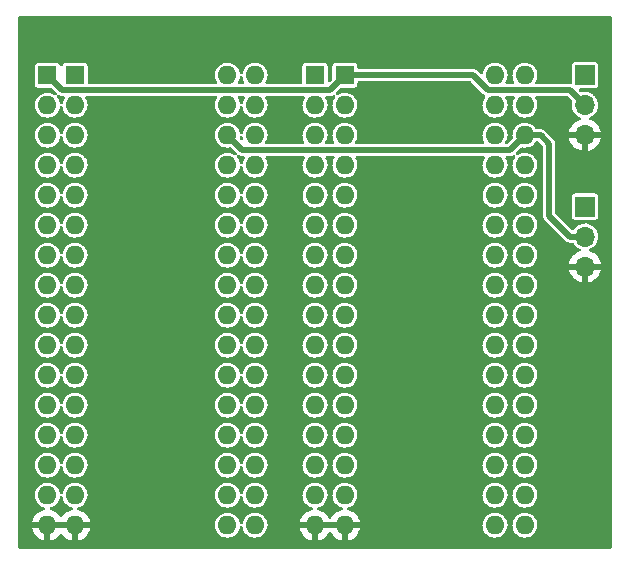
<source format=gbr>
%TF.GenerationSoftware,KiCad,Pcbnew,(5.99.0-9233-g881cb3182b)*%
%TF.CreationDate,2021-07-01T22:40:51+02:00*%
%TF.ProjectId,cdtv-ext-flash,63647476-2d65-4787-942d-666c6173682e,rev?*%
%TF.SameCoordinates,Original*%
%TF.FileFunction,Copper,L2,Bot*%
%TF.FilePolarity,Positive*%
%FSLAX46Y46*%
G04 Gerber Fmt 4.6, Leading zero omitted, Abs format (unit mm)*
G04 Created by KiCad (PCBNEW (5.99.0-9233-g881cb3182b)) date 2021-07-01 22:40:51*
%MOMM*%
%LPD*%
G01*
G04 APERTURE LIST*
%TA.AperFunction,ComponentPad*%
%ADD10R,1.600000X1.600000*%
%TD*%
%TA.AperFunction,ComponentPad*%
%ADD11O,1.600000X1.600000*%
%TD*%
%TA.AperFunction,ComponentPad*%
%ADD12R,1.700000X1.700000*%
%TD*%
%TA.AperFunction,ComponentPad*%
%ADD13O,1.700000X1.700000*%
%TD*%
%TA.AperFunction,Conductor*%
%ADD14C,0.508000*%
%TD*%
G04 APERTURE END LIST*
D10*
%TO.P,U1,1,VPP*%
%TO.N,unconnected-(U1-Pad1)*%
X116840000Y-47294800D03*
D11*
%TO.P,U1,2,~OE*%
%TO.N,/A_OE*%
X116840000Y-49834800D03*
%TO.P,U1,3,A15*%
%TO.N,/A_A15*%
X116840000Y-52374800D03*
%TO.P,U1,4,A12*%
%TO.N,/A_A12*%
X116840000Y-54914800D03*
%TO.P,U1,5,A7*%
%TO.N,/A_A7*%
X116840000Y-57454800D03*
%TO.P,U1,6,A6*%
%TO.N,/A_A6*%
X116840000Y-59994800D03*
%TO.P,U1,7,A5*%
%TO.N,/A_A5*%
X116840000Y-62534800D03*
%TO.P,U1,8,A4*%
%TO.N,/A_A4*%
X116840000Y-65074800D03*
%TO.P,U1,9,A3*%
%TO.N,/A_A3*%
X116840000Y-67614800D03*
%TO.P,U1,10,A2*%
%TO.N,/A_A2*%
X116840000Y-70154800D03*
%TO.P,U1,11,A1*%
%TO.N,/A_A1*%
X116840000Y-72694800D03*
%TO.P,U1,12,A0*%
%TO.N,/A_A0*%
X116840000Y-75234800D03*
%TO.P,U1,13,D0*%
%TO.N,/A_D0*%
X116840000Y-77774800D03*
%TO.P,U1,14,D1*%
%TO.N,/A_D1*%
X116840000Y-80314800D03*
%TO.P,U1,15,D2*%
%TO.N,/A_D2*%
X116840000Y-82854800D03*
%TO.P,U1,16,GND*%
%TO.N,GND*%
X116840000Y-85394800D03*
%TO.P,U1,17,D3*%
%TO.N,/A_D3*%
X132080000Y-85394800D03*
%TO.P,U1,18,D4*%
%TO.N,/A_D4*%
X132080000Y-82854800D03*
%TO.P,U1,19,D5*%
%TO.N,/A_D5*%
X132080000Y-80314800D03*
%TO.P,U1,20,D6*%
%TO.N,/A_D6*%
X132080000Y-77774800D03*
%TO.P,U1,21,D7*%
%TO.N,/A_D7*%
X132080000Y-75234800D03*
%TO.P,U1,22,~CE*%
%TO.N,/A_CE*%
X132080000Y-72694800D03*
%TO.P,U1,23,A10*%
%TO.N,/A_A10*%
X132080000Y-70154800D03*
%TO.P,U1,24,A16*%
%TO.N,/A_A16*%
X132080000Y-67614800D03*
%TO.P,U1,25,A11*%
%TO.N,/A_A11*%
X132080000Y-65074800D03*
%TO.P,U1,26,A9*%
%TO.N,/A_A9*%
X132080000Y-62534800D03*
%TO.P,U1,27,A8*%
%TO.N,/A_A8*%
X132080000Y-59994800D03*
%TO.P,U1,28,A13*%
%TO.N,/A_A13*%
X132080000Y-57454800D03*
%TO.P,U1,29,A14*%
%TO.N,/A_A14*%
X132080000Y-54914800D03*
%TO.P,U1,30,NC*%
%TO.N,unconnected-(U1-Pad30)*%
X132080000Y-52374800D03*
%TO.P,U1,31,~PGM*%
%TO.N,/A_PGM*%
X132080000Y-49834800D03*
%TO.P,U1,32,VCC*%
%TO.N,/VCC*%
X132080000Y-47294800D03*
%TD*%
D10*
%TO.P,U2,1,VPP*%
%TO.N,unconnected-(U2-Pad1)*%
X96520000Y-47294800D03*
D11*
%TO.P,U2,2,~OE*%
%TO.N,/B_OE*%
X96520000Y-49834800D03*
%TO.P,U2,3,A15*%
%TO.N,/B_A15*%
X96520000Y-52374800D03*
%TO.P,U2,4,A12*%
%TO.N,/B_A12*%
X96520000Y-54914800D03*
%TO.P,U2,5,A7*%
%TO.N,/B_A7*%
X96520000Y-57454800D03*
%TO.P,U2,6,A6*%
%TO.N,/B_A6*%
X96520000Y-59994800D03*
%TO.P,U2,7,A5*%
%TO.N,/B_A5*%
X96520000Y-62534800D03*
%TO.P,U2,8,A4*%
%TO.N,/B_A4*%
X96520000Y-65074800D03*
%TO.P,U2,9,A3*%
%TO.N,/B_A3*%
X96520000Y-67614800D03*
%TO.P,U2,10,A2*%
%TO.N,/B_A2*%
X96520000Y-70154800D03*
%TO.P,U2,11,A1*%
%TO.N,/B_A1*%
X96520000Y-72694800D03*
%TO.P,U2,12,A0*%
%TO.N,/B_A0*%
X96520000Y-75234800D03*
%TO.P,U2,13,D0*%
%TO.N,/B_D0*%
X96520000Y-77774800D03*
%TO.P,U2,14,D1*%
%TO.N,/B_D1*%
X96520000Y-80314800D03*
%TO.P,U2,15,D2*%
%TO.N,/B_D2*%
X96520000Y-82854800D03*
%TO.P,U2,16,GND*%
%TO.N,GND*%
X96520000Y-85394800D03*
%TO.P,U2,17,D3*%
%TO.N,/B_D3*%
X111760000Y-85394800D03*
%TO.P,U2,18,D4*%
%TO.N,/B_D4*%
X111760000Y-82854800D03*
%TO.P,U2,19,D5*%
%TO.N,/B_D5*%
X111760000Y-80314800D03*
%TO.P,U2,20,D6*%
%TO.N,/B_D6*%
X111760000Y-77774800D03*
%TO.P,U2,21,D7*%
%TO.N,/B_D7*%
X111760000Y-75234800D03*
%TO.P,U2,22,~CE*%
%TO.N,/B_CE*%
X111760000Y-72694800D03*
%TO.P,U2,23,A10*%
%TO.N,/B_A10*%
X111760000Y-70154800D03*
%TO.P,U2,24,A16*%
%TO.N,/B_A16*%
X111760000Y-67614800D03*
%TO.P,U2,25,A11*%
%TO.N,/B_A11*%
X111760000Y-65074800D03*
%TO.P,U2,26,A9*%
%TO.N,/B_A9*%
X111760000Y-62534800D03*
%TO.P,U2,27,A8*%
%TO.N,/B_A8*%
X111760000Y-59994800D03*
%TO.P,U2,28,A13*%
%TO.N,/B_A13*%
X111760000Y-57454800D03*
%TO.P,U2,29,A14*%
%TO.N,/B_A14*%
X111760000Y-54914800D03*
%TO.P,U2,30,NC*%
%TO.N,unconnected-(U2-Pad30)*%
X111760000Y-52374800D03*
%TO.P,U2,31,~PGM*%
%TO.N,/B_PGM*%
X111760000Y-49834800D03*
%TO.P,U2,32,VCC*%
%TO.N,/VCC*%
X111760000Y-47294800D03*
%TD*%
D10*
%TO.P,U35,1,A18*%
%TO.N,/A18*%
X94183200Y-47294800D03*
D11*
%TO.P,U35,2,A16*%
%TO.N,/B_A16*%
X94183200Y-49834800D03*
%TO.P,U35,3,A15*%
%TO.N,/B_A15*%
X94183200Y-52374800D03*
%TO.P,U35,4,A12*%
%TO.N,/B_A12*%
X94183200Y-54914800D03*
%TO.P,U35,5,A7*%
%TO.N,/B_A7*%
X94183200Y-57454800D03*
%TO.P,U35,6,A6*%
%TO.N,/B_A6*%
X94183200Y-59994800D03*
%TO.P,U35,7,A5*%
%TO.N,/B_A5*%
X94183200Y-62534800D03*
%TO.P,U35,8,A4*%
%TO.N,/B_A4*%
X94183200Y-65074800D03*
%TO.P,U35,9,A3*%
%TO.N,/B_A3*%
X94183200Y-67614800D03*
%TO.P,U35,10,A2*%
%TO.N,/B_A2*%
X94183200Y-70154800D03*
%TO.P,U35,11,A1*%
%TO.N,/B_A1*%
X94183200Y-72694800D03*
%TO.P,U35,12,A0*%
%TO.N,/B_A0*%
X94183200Y-75234800D03*
%TO.P,U35,13,D0*%
%TO.N,/B_D0*%
X94183200Y-77774800D03*
%TO.P,U35,14,D1*%
%TO.N,/B_D1*%
X94183200Y-80314800D03*
%TO.P,U35,15,D2*%
%TO.N,/B_D2*%
X94183200Y-82854800D03*
%TO.P,U35,16,GND*%
%TO.N,GND*%
X94183200Y-85394800D03*
%TO.P,U35,17,D3*%
%TO.N,/B_D3*%
X109423200Y-85394800D03*
%TO.P,U35,18,D4*%
%TO.N,/B_D4*%
X109423200Y-82854800D03*
%TO.P,U35,19,D5*%
%TO.N,/B_D5*%
X109423200Y-80314800D03*
%TO.P,U35,20,D6*%
%TO.N,/B_D6*%
X109423200Y-77774800D03*
%TO.P,U35,21,D7*%
%TO.N,/B_D7*%
X109423200Y-75234800D03*
%TO.P,U35,22,CE*%
%TO.N,/B_CE*%
X109423200Y-72694800D03*
%TO.P,U35,23,A10*%
%TO.N,/B_A10*%
X109423200Y-70154800D03*
%TO.P,U35,24,OE*%
%TO.N,/B_OE*%
X109423200Y-67614800D03*
%TO.P,U35,25,A11*%
%TO.N,/B_A11*%
X109423200Y-65074800D03*
%TO.P,U35,26,A9*%
%TO.N,/B_A9*%
X109423200Y-62534800D03*
%TO.P,U35,27,A8*%
%TO.N,/B_A8*%
X109423200Y-59994800D03*
%TO.P,U35,28,A13*%
%TO.N,/B_A13*%
X109423200Y-57454800D03*
%TO.P,U35,29,A14*%
%TO.N,/B_A14*%
X109423200Y-54914800D03*
%TO.P,U35,30,A17*%
%TO.N,/A17*%
X109423200Y-52374800D03*
%TO.P,U35,31,PGM*%
%TO.N,/B_PGM*%
X109423200Y-49834800D03*
%TO.P,U35,32,VCC*%
%TO.N,/VCC*%
X109423200Y-47294800D03*
%TD*%
D12*
%TO.P,A18,1,Pin_1*%
%TO.N,/VCC*%
X139700000Y-47294800D03*
D13*
%TO.P,A18,2,Pin_2*%
%TO.N,/A18*%
X139700000Y-49834800D03*
%TO.P,A18,3,Pin_3*%
%TO.N,GND*%
X139700000Y-52374800D03*
%TD*%
D12*
%TO.P,A17,1,Pin_1*%
%TO.N,/VCC*%
X139700000Y-58420000D03*
D13*
%TO.P,A17,2,Pin_2*%
%TO.N,/A17*%
X139700000Y-60960000D03*
%TO.P,A17,3,Pin_3*%
%TO.N,GND*%
X139700000Y-63500000D03*
%TD*%
D11*
%TO.P,U34,32,VCC*%
%TO.N,/VCC*%
X134615000Y-47294800D03*
%TO.P,U34,31,PGM*%
%TO.N,/A_PGM*%
X134615000Y-49834800D03*
%TO.P,U34,30,A17*%
%TO.N,/A17*%
X134615000Y-52374800D03*
%TO.P,U34,29,A14*%
%TO.N,/A_A14*%
X134615000Y-54914800D03*
%TO.P,U34,28,A13*%
%TO.N,/A_A13*%
X134615000Y-57454800D03*
%TO.P,U34,27,A8*%
%TO.N,/A_A8*%
X134615000Y-59994800D03*
%TO.P,U34,26,A9*%
%TO.N,/A_A9*%
X134615000Y-62534800D03*
%TO.P,U34,25,A11*%
%TO.N,/A_A11*%
X134615000Y-65074800D03*
%TO.P,U34,24,OE*%
%TO.N,/A_OE*%
X134615000Y-67614800D03*
%TO.P,U34,23,A10*%
%TO.N,/A_A10*%
X134615000Y-70154800D03*
%TO.P,U34,22,CE*%
%TO.N,/A_CE*%
X134615000Y-72694800D03*
%TO.P,U34,21,D7*%
%TO.N,/A_D7*%
X134615000Y-75234800D03*
%TO.P,U34,20,D6*%
%TO.N,/A_D6*%
X134615000Y-77774800D03*
%TO.P,U34,19,D5*%
%TO.N,/A_D5*%
X134615000Y-80314800D03*
%TO.P,U34,18,D4*%
%TO.N,/A_D4*%
X134615000Y-82854800D03*
%TO.P,U34,17,D3*%
%TO.N,/A_D3*%
X134615000Y-85394800D03*
%TO.P,U34,16,GND*%
%TO.N,GND*%
X119375000Y-85394800D03*
%TO.P,U34,15,D2*%
%TO.N,/A_D2*%
X119375000Y-82854800D03*
%TO.P,U34,14,D1*%
%TO.N,/A_D1*%
X119375000Y-80314800D03*
%TO.P,U34,13,D0*%
%TO.N,/A_D0*%
X119375000Y-77774800D03*
%TO.P,U34,12,A0*%
%TO.N,/A_A0*%
X119375000Y-75234800D03*
%TO.P,U34,11,A1*%
%TO.N,/A_A1*%
X119375000Y-72694800D03*
%TO.P,U34,10,A2*%
%TO.N,/A_A2*%
X119375000Y-70154800D03*
%TO.P,U34,9,A3*%
%TO.N,/A_A3*%
X119375000Y-67614800D03*
%TO.P,U34,8,A4*%
%TO.N,/A_A4*%
X119375000Y-65074800D03*
%TO.P,U34,7,A5*%
%TO.N,/A_A5*%
X119375000Y-62534800D03*
%TO.P,U34,6,A6*%
%TO.N,/A_A6*%
X119375000Y-59994800D03*
%TO.P,U34,5,A7*%
%TO.N,/A_A7*%
X119375000Y-57454800D03*
%TO.P,U34,4,A12*%
%TO.N,/A_A12*%
X119375000Y-54914800D03*
%TO.P,U34,3,A15*%
%TO.N,/A_A15*%
X119375000Y-52374800D03*
%TO.P,U34,2,A16*%
%TO.N,/A_A16*%
X119375000Y-49834800D03*
D10*
%TO.P,U34,1,A18*%
%TO.N,/A18*%
X119375000Y-47294800D03*
%TD*%
D14*
%TO.N,/A17*%
X133350000Y-53644800D02*
X133365989Y-53628811D01*
X133350000Y-53644800D02*
X134620000Y-52374800D01*
X109423200Y-52374800D02*
X110677211Y-53628811D01*
X110677211Y-53628811D02*
X112329948Y-53628811D01*
X112329948Y-53628811D02*
X112345937Y-53644800D01*
X112345937Y-53644800D02*
X133350000Y-53644800D01*
%TO.N,/A18*%
X97089948Y-48548811D02*
X118125989Y-48548811D01*
X94183200Y-47294800D02*
X95437211Y-48548811D01*
X95437211Y-48548811D02*
X118125989Y-48548811D01*
X118125989Y-48548811D02*
X119380000Y-47294800D01*
%TO.N,/A17*%
X136652000Y-59182000D02*
X136652000Y-53086000D01*
X136652000Y-53086000D02*
X135940800Y-52374800D01*
X139700000Y-60960000D02*
X138430000Y-60960000D01*
X135940800Y-52374800D02*
X134620000Y-52374800D01*
X138430000Y-60960000D02*
X136652000Y-59182000D01*
%TO.N,/A18*%
X138414011Y-48548811D02*
X131478074Y-48548811D01*
X131478074Y-48548811D02*
X130224063Y-47294800D01*
X130224063Y-47294800D02*
X119380000Y-47294800D01*
X139700000Y-49834800D02*
X138414011Y-48548811D01*
%TD*%
%TA.AperFunction,Conductor*%
%TO.N,GND*%
G36*
X141928121Y-42311002D02*
G01*
X141974614Y-42364658D01*
X141986000Y-42417000D01*
X141986000Y-87250000D01*
X141965998Y-87318121D01*
X141912342Y-87364614D01*
X141860000Y-87376000D01*
X91820000Y-87376000D01*
X91751879Y-87355998D01*
X91705386Y-87302342D01*
X91694000Y-87250000D01*
X91694000Y-85661322D01*
X92900469Y-85661322D01*
X92947961Y-85838561D01*
X92951709Y-85848857D01*
X93043783Y-86046313D01*
X93049266Y-86055809D01*
X93174225Y-86234269D01*
X93181281Y-86242677D01*
X93335323Y-86396719D01*
X93343731Y-86403775D01*
X93522191Y-86528734D01*
X93531687Y-86534217D01*
X93729143Y-86626291D01*
X93739439Y-86630039D01*
X93911703Y-86676198D01*
X93925799Y-86675862D01*
X93929200Y-86667920D01*
X93929200Y-85666915D01*
X93927859Y-85662348D01*
X94437200Y-85662348D01*
X94437200Y-86662771D01*
X94441173Y-86676302D01*
X94449722Y-86677531D01*
X94626961Y-86630039D01*
X94637257Y-86626291D01*
X94834713Y-86534217D01*
X94844209Y-86528734D01*
X95022669Y-86403775D01*
X95031077Y-86396719D01*
X95185119Y-86242677D01*
X95192179Y-86234264D01*
X95248387Y-86153990D01*
X95303844Y-86109661D01*
X95374463Y-86102352D01*
X95437824Y-86134382D01*
X95454813Y-86153990D01*
X95511021Y-86234264D01*
X95518081Y-86242677D01*
X95672123Y-86396719D01*
X95680531Y-86403775D01*
X95858991Y-86528734D01*
X95868487Y-86534217D01*
X96065943Y-86626291D01*
X96076239Y-86630039D01*
X96248503Y-86676198D01*
X96262599Y-86675862D01*
X96266000Y-86667920D01*
X96266000Y-85666915D01*
X96264659Y-85662348D01*
X96774000Y-85662348D01*
X96774000Y-86662771D01*
X96777973Y-86676302D01*
X96786522Y-86677531D01*
X96963761Y-86630039D01*
X96974057Y-86626291D01*
X97171513Y-86534217D01*
X97181009Y-86528734D01*
X97359469Y-86403775D01*
X97367877Y-86396719D01*
X97521919Y-86242677D01*
X97528975Y-86234269D01*
X97653934Y-86055809D01*
X97659417Y-86046313D01*
X97751491Y-85848857D01*
X97755239Y-85838561D01*
X97801398Y-85666297D01*
X97801062Y-85652201D01*
X97793120Y-85648800D01*
X96792115Y-85648800D01*
X96776876Y-85653275D01*
X96775671Y-85654665D01*
X96774000Y-85662348D01*
X96264659Y-85662348D01*
X96261525Y-85651676D01*
X96260135Y-85650471D01*
X96252452Y-85648800D01*
X94455315Y-85648800D01*
X94440076Y-85653275D01*
X94438871Y-85654665D01*
X94437200Y-85662348D01*
X93927859Y-85662348D01*
X93924725Y-85651676D01*
X93923335Y-85650471D01*
X93915652Y-85648800D01*
X92915229Y-85648800D01*
X92901698Y-85652773D01*
X92900469Y-85661322D01*
X91694000Y-85661322D01*
X91694000Y-85380007D01*
X108363803Y-85380007D01*
X108381106Y-85586060D01*
X108438102Y-85784828D01*
X108440920Y-85790310D01*
X108440921Y-85790314D01*
X108529799Y-85963252D01*
X108529802Y-85963256D01*
X108532620Y-85968740D01*
X108661059Y-86130791D01*
X108818529Y-86264808D01*
X108999030Y-86365686D01*
X109195688Y-86429584D01*
X109401012Y-86454068D01*
X109407147Y-86453596D01*
X109407149Y-86453596D01*
X109601038Y-86438677D01*
X109601042Y-86438676D01*
X109607180Y-86438204D01*
X109806341Y-86382597D01*
X109990908Y-86289365D01*
X110050667Y-86242677D01*
X110148996Y-86165854D01*
X110148997Y-86165853D01*
X110153852Y-86162060D01*
X110288965Y-86005530D01*
X110391101Y-85825737D01*
X110456371Y-85629531D01*
X110465419Y-85557910D01*
X110493801Y-85492833D01*
X110552861Y-85453432D01*
X110623847Y-85452215D01*
X110684222Y-85489570D01*
X110714817Y-85553636D01*
X110715983Y-85563157D01*
X110717906Y-85586060D01*
X110774902Y-85784828D01*
X110777720Y-85790310D01*
X110777721Y-85790314D01*
X110866599Y-85963252D01*
X110866602Y-85963256D01*
X110869420Y-85968740D01*
X110997859Y-86130791D01*
X111155329Y-86264808D01*
X111335830Y-86365686D01*
X111532488Y-86429584D01*
X111737812Y-86454068D01*
X111743947Y-86453596D01*
X111743949Y-86453596D01*
X111937838Y-86438677D01*
X111937842Y-86438676D01*
X111943980Y-86438204D01*
X112143141Y-86382597D01*
X112327708Y-86289365D01*
X112387467Y-86242677D01*
X112485796Y-86165854D01*
X112485797Y-86165853D01*
X112490652Y-86162060D01*
X112625765Y-86005530D01*
X112727901Y-85825737D01*
X112782595Y-85661322D01*
X115557269Y-85661322D01*
X115604761Y-85838561D01*
X115608509Y-85848857D01*
X115700583Y-86046313D01*
X115706066Y-86055809D01*
X115831025Y-86234269D01*
X115838081Y-86242677D01*
X115992123Y-86396719D01*
X116000531Y-86403775D01*
X116178991Y-86528734D01*
X116188487Y-86534217D01*
X116385943Y-86626291D01*
X116396239Y-86630039D01*
X116568503Y-86676198D01*
X116582599Y-86675862D01*
X116586000Y-86667920D01*
X116586000Y-85666915D01*
X116584659Y-85662348D01*
X117094000Y-85662348D01*
X117094000Y-86662771D01*
X117097973Y-86676302D01*
X117106522Y-86677531D01*
X117283761Y-86630039D01*
X117294057Y-86626291D01*
X117491513Y-86534217D01*
X117501009Y-86528734D01*
X117679469Y-86403775D01*
X117687877Y-86396719D01*
X117841919Y-86242677D01*
X117848975Y-86234269D01*
X117973934Y-86055809D01*
X117979417Y-86046313D01*
X117993305Y-86016529D01*
X118040222Y-85963244D01*
X118108500Y-85943783D01*
X118176460Y-85964325D01*
X118221695Y-86016529D01*
X118235583Y-86046313D01*
X118241066Y-86055809D01*
X118366025Y-86234269D01*
X118373081Y-86242677D01*
X118527123Y-86396719D01*
X118535531Y-86403775D01*
X118713991Y-86528734D01*
X118723487Y-86534217D01*
X118920943Y-86626291D01*
X118931239Y-86630039D01*
X119103503Y-86676198D01*
X119117599Y-86675862D01*
X119121000Y-86667920D01*
X119121000Y-85666915D01*
X119119659Y-85662348D01*
X119629000Y-85662348D01*
X119629000Y-86662771D01*
X119632973Y-86676302D01*
X119641522Y-86677531D01*
X119818761Y-86630039D01*
X119829057Y-86626291D01*
X120026513Y-86534217D01*
X120036009Y-86528734D01*
X120214469Y-86403775D01*
X120222877Y-86396719D01*
X120376919Y-86242677D01*
X120383975Y-86234269D01*
X120508934Y-86055809D01*
X120514417Y-86046313D01*
X120606491Y-85848857D01*
X120610239Y-85838561D01*
X120656398Y-85666297D01*
X120656062Y-85652201D01*
X120648120Y-85648800D01*
X119647115Y-85648800D01*
X119631876Y-85653275D01*
X119630671Y-85654665D01*
X119629000Y-85662348D01*
X119119659Y-85662348D01*
X119116525Y-85651676D01*
X119115135Y-85650471D01*
X119107452Y-85648800D01*
X117112115Y-85648800D01*
X117096876Y-85653275D01*
X117095671Y-85654665D01*
X117094000Y-85662348D01*
X116584659Y-85662348D01*
X116581525Y-85651676D01*
X116580135Y-85650471D01*
X116572452Y-85648800D01*
X115572029Y-85648800D01*
X115558498Y-85652773D01*
X115557269Y-85661322D01*
X112782595Y-85661322D01*
X112793171Y-85629531D01*
X112819087Y-85424383D01*
X112819500Y-85394800D01*
X112818050Y-85380007D01*
X131020603Y-85380007D01*
X131037906Y-85586060D01*
X131094902Y-85784828D01*
X131097720Y-85790310D01*
X131097721Y-85790314D01*
X131186599Y-85963252D01*
X131186602Y-85963256D01*
X131189420Y-85968740D01*
X131317859Y-86130791D01*
X131475329Y-86264808D01*
X131655830Y-86365686D01*
X131852488Y-86429584D01*
X132057812Y-86454068D01*
X132063947Y-86453596D01*
X132063949Y-86453596D01*
X132257838Y-86438677D01*
X132257842Y-86438676D01*
X132263980Y-86438204D01*
X132463141Y-86382597D01*
X132647708Y-86289365D01*
X132707467Y-86242677D01*
X132805796Y-86165854D01*
X132805797Y-86165853D01*
X132810652Y-86162060D01*
X132945765Y-86005530D01*
X133047901Y-85825737D01*
X133113171Y-85629531D01*
X133139087Y-85424383D01*
X133139500Y-85394800D01*
X133138050Y-85380007D01*
X133555603Y-85380007D01*
X133572906Y-85586060D01*
X133629902Y-85784828D01*
X133632720Y-85790310D01*
X133632721Y-85790314D01*
X133721599Y-85963252D01*
X133721602Y-85963256D01*
X133724420Y-85968740D01*
X133852859Y-86130791D01*
X134010329Y-86264808D01*
X134190830Y-86365686D01*
X134387488Y-86429584D01*
X134592812Y-86454068D01*
X134598947Y-86453596D01*
X134598949Y-86453596D01*
X134792838Y-86438677D01*
X134792842Y-86438676D01*
X134798980Y-86438204D01*
X134998141Y-86382597D01*
X135182708Y-86289365D01*
X135242467Y-86242677D01*
X135340796Y-86165854D01*
X135340797Y-86165853D01*
X135345652Y-86162060D01*
X135480765Y-86005530D01*
X135582901Y-85825737D01*
X135648171Y-85629531D01*
X135674087Y-85424383D01*
X135674500Y-85394800D01*
X135654322Y-85189009D01*
X135594557Y-84991056D01*
X135584436Y-84972022D01*
X135500376Y-84813928D01*
X135500375Y-84813926D01*
X135497480Y-84808482D01*
X135392643Y-84679939D01*
X135370685Y-84653015D01*
X135370682Y-84653012D01*
X135366790Y-84648240D01*
X135349525Y-84633957D01*
X135212215Y-84520364D01*
X135212211Y-84520362D01*
X135207465Y-84516435D01*
X135025573Y-84418086D01*
X134828042Y-84356940D01*
X134821917Y-84356296D01*
X134821916Y-84356296D01*
X134628525Y-84335970D01*
X134628524Y-84335970D01*
X134622397Y-84335326D01*
X134536429Y-84343150D01*
X134422608Y-84353508D01*
X134422605Y-84353509D01*
X134416469Y-84354067D01*
X134410563Y-84355805D01*
X134410559Y-84355806D01*
X134284590Y-84392881D01*
X134218104Y-84412449D01*
X134034857Y-84508248D01*
X133873707Y-84637816D01*
X133740792Y-84796217D01*
X133737829Y-84801606D01*
X133737826Y-84801611D01*
X133734049Y-84808482D01*
X133641176Y-84977419D01*
X133578653Y-85174518D01*
X133577967Y-85180637D01*
X133577966Y-85180640D01*
X133564848Y-85297586D01*
X133555603Y-85380007D01*
X133138050Y-85380007D01*
X133119322Y-85189009D01*
X133059557Y-84991056D01*
X133049436Y-84972022D01*
X132965376Y-84813928D01*
X132965375Y-84813926D01*
X132962480Y-84808482D01*
X132857643Y-84679939D01*
X132835685Y-84653015D01*
X132835682Y-84653012D01*
X132831790Y-84648240D01*
X132814525Y-84633957D01*
X132677215Y-84520364D01*
X132677211Y-84520362D01*
X132672465Y-84516435D01*
X132490573Y-84418086D01*
X132293042Y-84356940D01*
X132286917Y-84356296D01*
X132286916Y-84356296D01*
X132093525Y-84335970D01*
X132093524Y-84335970D01*
X132087397Y-84335326D01*
X132001429Y-84343150D01*
X131887608Y-84353508D01*
X131887605Y-84353509D01*
X131881469Y-84354067D01*
X131875563Y-84355805D01*
X131875559Y-84355806D01*
X131749590Y-84392881D01*
X131683104Y-84412449D01*
X131499857Y-84508248D01*
X131338707Y-84637816D01*
X131205792Y-84796217D01*
X131202829Y-84801606D01*
X131202826Y-84801611D01*
X131199049Y-84808482D01*
X131106176Y-84977419D01*
X131043653Y-85174518D01*
X131042967Y-85180637D01*
X131042966Y-85180640D01*
X131029848Y-85297586D01*
X131020603Y-85380007D01*
X112818050Y-85380007D01*
X112799322Y-85189009D01*
X112779484Y-85123303D01*
X115558602Y-85123303D01*
X115558938Y-85137399D01*
X115566880Y-85140800D01*
X120642971Y-85140800D01*
X120656502Y-85136827D01*
X120657731Y-85128278D01*
X120610239Y-84951039D01*
X120606491Y-84940743D01*
X120514417Y-84743287D01*
X120508934Y-84733791D01*
X120383975Y-84555331D01*
X120376919Y-84546923D01*
X120222877Y-84392881D01*
X120214469Y-84385825D01*
X120036009Y-84260866D01*
X120026513Y-84255383D01*
X119829057Y-84163309D01*
X119818758Y-84159560D01*
X119653419Y-84115257D01*
X119592796Y-84078305D01*
X119561775Y-84014444D01*
X119570203Y-83943950D01*
X119615406Y-83889203D01*
X119652145Y-83872192D01*
X119684372Y-83863194D01*
X119758141Y-83842597D01*
X119942708Y-83749365D01*
X120105652Y-83622060D01*
X120240765Y-83465530D01*
X120342901Y-83285737D01*
X120408171Y-83089531D01*
X120434087Y-82884383D01*
X120434500Y-82854800D01*
X120433050Y-82840007D01*
X131020603Y-82840007D01*
X131037906Y-83046060D01*
X131094902Y-83244828D01*
X131097720Y-83250310D01*
X131097721Y-83250314D01*
X131186599Y-83423252D01*
X131186602Y-83423256D01*
X131189420Y-83428740D01*
X131317859Y-83590791D01*
X131475329Y-83724808D01*
X131655830Y-83825686D01*
X131852488Y-83889584D01*
X132057812Y-83914068D01*
X132063947Y-83913596D01*
X132063949Y-83913596D01*
X132257838Y-83898677D01*
X132257842Y-83898676D01*
X132263980Y-83898204D01*
X132463141Y-83842597D01*
X132647708Y-83749365D01*
X132810652Y-83622060D01*
X132945765Y-83465530D01*
X133047901Y-83285737D01*
X133113171Y-83089531D01*
X133139087Y-82884383D01*
X133139500Y-82854800D01*
X133138050Y-82840007D01*
X133555603Y-82840007D01*
X133572906Y-83046060D01*
X133629902Y-83244828D01*
X133632720Y-83250310D01*
X133632721Y-83250314D01*
X133721599Y-83423252D01*
X133721602Y-83423256D01*
X133724420Y-83428740D01*
X133852859Y-83590791D01*
X134010329Y-83724808D01*
X134190830Y-83825686D01*
X134387488Y-83889584D01*
X134592812Y-83914068D01*
X134598947Y-83913596D01*
X134598949Y-83913596D01*
X134792838Y-83898677D01*
X134792842Y-83898676D01*
X134798980Y-83898204D01*
X134998141Y-83842597D01*
X135182708Y-83749365D01*
X135345652Y-83622060D01*
X135480765Y-83465530D01*
X135582901Y-83285737D01*
X135648171Y-83089531D01*
X135674087Y-82884383D01*
X135674500Y-82854800D01*
X135654322Y-82649009D01*
X135594557Y-82451056D01*
X135497480Y-82268482D01*
X135448944Y-82208971D01*
X135370685Y-82113015D01*
X135370682Y-82113012D01*
X135366790Y-82108240D01*
X135349525Y-82093957D01*
X135212215Y-81980364D01*
X135212211Y-81980362D01*
X135207465Y-81976435D01*
X135025573Y-81878086D01*
X134828042Y-81816940D01*
X134821917Y-81816296D01*
X134821916Y-81816296D01*
X134628525Y-81795970D01*
X134628524Y-81795970D01*
X134622397Y-81795326D01*
X134536429Y-81803150D01*
X134422608Y-81813508D01*
X134422605Y-81813509D01*
X134416469Y-81814067D01*
X134410563Y-81815805D01*
X134410559Y-81815806D01*
X134264616Y-81858760D01*
X134218104Y-81872449D01*
X134034857Y-81968248D01*
X133873707Y-82097816D01*
X133740792Y-82256217D01*
X133737829Y-82261606D01*
X133737826Y-82261611D01*
X133734049Y-82268482D01*
X133641176Y-82437419D01*
X133578653Y-82634518D01*
X133577967Y-82640637D01*
X133577966Y-82640640D01*
X133564848Y-82757586D01*
X133555603Y-82840007D01*
X133138050Y-82840007D01*
X133119322Y-82649009D01*
X133059557Y-82451056D01*
X132962480Y-82268482D01*
X132913944Y-82208971D01*
X132835685Y-82113015D01*
X132835682Y-82113012D01*
X132831790Y-82108240D01*
X132814525Y-82093957D01*
X132677215Y-81980364D01*
X132677211Y-81980362D01*
X132672465Y-81976435D01*
X132490573Y-81878086D01*
X132293042Y-81816940D01*
X132286917Y-81816296D01*
X132286916Y-81816296D01*
X132093525Y-81795970D01*
X132093524Y-81795970D01*
X132087397Y-81795326D01*
X132001429Y-81803150D01*
X131887608Y-81813508D01*
X131887605Y-81813509D01*
X131881469Y-81814067D01*
X131875563Y-81815805D01*
X131875559Y-81815806D01*
X131729616Y-81858760D01*
X131683104Y-81872449D01*
X131499857Y-81968248D01*
X131338707Y-82097816D01*
X131205792Y-82256217D01*
X131202829Y-82261606D01*
X131202826Y-82261611D01*
X131199049Y-82268482D01*
X131106176Y-82437419D01*
X131043653Y-82634518D01*
X131042967Y-82640637D01*
X131042966Y-82640640D01*
X131029848Y-82757586D01*
X131020603Y-82840007D01*
X120433050Y-82840007D01*
X120414322Y-82649009D01*
X120354557Y-82451056D01*
X120257480Y-82268482D01*
X120208944Y-82208971D01*
X120130685Y-82113015D01*
X120130682Y-82113012D01*
X120126790Y-82108240D01*
X120109525Y-82093957D01*
X119972215Y-81980364D01*
X119972211Y-81980362D01*
X119967465Y-81976435D01*
X119785573Y-81878086D01*
X119588042Y-81816940D01*
X119581917Y-81816296D01*
X119581916Y-81816296D01*
X119388525Y-81795970D01*
X119388524Y-81795970D01*
X119382397Y-81795326D01*
X119296429Y-81803150D01*
X119182608Y-81813508D01*
X119182605Y-81813509D01*
X119176469Y-81814067D01*
X119170563Y-81815805D01*
X119170559Y-81815806D01*
X119024616Y-81858760D01*
X118978104Y-81872449D01*
X118794857Y-81968248D01*
X118633707Y-82097816D01*
X118500792Y-82256217D01*
X118497829Y-82261606D01*
X118497826Y-82261611D01*
X118494049Y-82268482D01*
X118401176Y-82437419D01*
X118338653Y-82634518D01*
X118337967Y-82640637D01*
X118337966Y-82640640D01*
X118324848Y-82757586D01*
X118315603Y-82840007D01*
X118332906Y-83046060D01*
X118389902Y-83244828D01*
X118392720Y-83250310D01*
X118392721Y-83250314D01*
X118481599Y-83423252D01*
X118481602Y-83423256D01*
X118484420Y-83428740D01*
X118612859Y-83590791D01*
X118770329Y-83724808D01*
X118950830Y-83825686D01*
X119007977Y-83844254D01*
X119100575Y-83874341D01*
X119159181Y-83914414D01*
X119186818Y-83979811D01*
X119174711Y-84049768D01*
X119126705Y-84102074D01*
X119094251Y-84115880D01*
X118931250Y-84159557D01*
X118920943Y-84163309D01*
X118723487Y-84255383D01*
X118713991Y-84260866D01*
X118535531Y-84385825D01*
X118527123Y-84392881D01*
X118373081Y-84546923D01*
X118366025Y-84555331D01*
X118241066Y-84733791D01*
X118235583Y-84743287D01*
X118221695Y-84773071D01*
X118174778Y-84826356D01*
X118106500Y-84845817D01*
X118038540Y-84825275D01*
X117993305Y-84773071D01*
X117979417Y-84743287D01*
X117973934Y-84733791D01*
X117848975Y-84555331D01*
X117841919Y-84546923D01*
X117687877Y-84392881D01*
X117679469Y-84385825D01*
X117501009Y-84260866D01*
X117491513Y-84255383D01*
X117294057Y-84163309D01*
X117283758Y-84159560D01*
X117118419Y-84115257D01*
X117057796Y-84078305D01*
X117026775Y-84014444D01*
X117035203Y-83943950D01*
X117080406Y-83889203D01*
X117117145Y-83872192D01*
X117149372Y-83863194D01*
X117223141Y-83842597D01*
X117407708Y-83749365D01*
X117570652Y-83622060D01*
X117705765Y-83465530D01*
X117807901Y-83285737D01*
X117873171Y-83089531D01*
X117899087Y-82884383D01*
X117899500Y-82854800D01*
X117879322Y-82649009D01*
X117819557Y-82451056D01*
X117722480Y-82268482D01*
X117673944Y-82208971D01*
X117595685Y-82113015D01*
X117595682Y-82113012D01*
X117591790Y-82108240D01*
X117574525Y-82093957D01*
X117437215Y-81980364D01*
X117437211Y-81980362D01*
X117432465Y-81976435D01*
X117250573Y-81878086D01*
X117053042Y-81816940D01*
X117046917Y-81816296D01*
X117046916Y-81816296D01*
X116853525Y-81795970D01*
X116853524Y-81795970D01*
X116847397Y-81795326D01*
X116761429Y-81803150D01*
X116647608Y-81813508D01*
X116647605Y-81813509D01*
X116641469Y-81814067D01*
X116635563Y-81815805D01*
X116635559Y-81815806D01*
X116489616Y-81858760D01*
X116443104Y-81872449D01*
X116259857Y-81968248D01*
X116098707Y-82097816D01*
X115965792Y-82256217D01*
X115962829Y-82261606D01*
X115962826Y-82261611D01*
X115959049Y-82268482D01*
X115866176Y-82437419D01*
X115803653Y-82634518D01*
X115802967Y-82640637D01*
X115802966Y-82640640D01*
X115789848Y-82757586D01*
X115780603Y-82840007D01*
X115797906Y-83046060D01*
X115854902Y-83244828D01*
X115857720Y-83250310D01*
X115857721Y-83250314D01*
X115946599Y-83423252D01*
X115946602Y-83423256D01*
X115949420Y-83428740D01*
X116077859Y-83590791D01*
X116235329Y-83724808D01*
X116415830Y-83825686D01*
X116472977Y-83844254D01*
X116565575Y-83874341D01*
X116624181Y-83914414D01*
X116651818Y-83979811D01*
X116639711Y-84049768D01*
X116591705Y-84102074D01*
X116559251Y-84115880D01*
X116396250Y-84159557D01*
X116385943Y-84163309D01*
X116188487Y-84255383D01*
X116178991Y-84260866D01*
X116000531Y-84385825D01*
X115992123Y-84392881D01*
X115838081Y-84546923D01*
X115831025Y-84555331D01*
X115706066Y-84733791D01*
X115700583Y-84743287D01*
X115608509Y-84940743D01*
X115604761Y-84951039D01*
X115558602Y-85123303D01*
X112779484Y-85123303D01*
X112739557Y-84991056D01*
X112729436Y-84972022D01*
X112645376Y-84813928D01*
X112645375Y-84813926D01*
X112642480Y-84808482D01*
X112537643Y-84679939D01*
X112515685Y-84653015D01*
X112515682Y-84653012D01*
X112511790Y-84648240D01*
X112494525Y-84633957D01*
X112357215Y-84520364D01*
X112357211Y-84520362D01*
X112352465Y-84516435D01*
X112170573Y-84418086D01*
X111973042Y-84356940D01*
X111966917Y-84356296D01*
X111966916Y-84356296D01*
X111773525Y-84335970D01*
X111773524Y-84335970D01*
X111767397Y-84335326D01*
X111681429Y-84343150D01*
X111567608Y-84353508D01*
X111567605Y-84353509D01*
X111561469Y-84354067D01*
X111555563Y-84355805D01*
X111555559Y-84355806D01*
X111429590Y-84392881D01*
X111363104Y-84412449D01*
X111179857Y-84508248D01*
X111018707Y-84637816D01*
X110885792Y-84796217D01*
X110882829Y-84801606D01*
X110882826Y-84801611D01*
X110879049Y-84808482D01*
X110786176Y-84977419D01*
X110723653Y-85174518D01*
X110722966Y-85180639D01*
X110722966Y-85180641D01*
X110717192Y-85232120D01*
X110689721Y-85297586D01*
X110631218Y-85337809D01*
X110560255Y-85340017D01*
X110499365Y-85303509D01*
X110467877Y-85239876D01*
X110466579Y-85230372D01*
X110463125Y-85195151D01*
X110463123Y-85195142D01*
X110462522Y-85189009D01*
X110402757Y-84991056D01*
X110392636Y-84972022D01*
X110308576Y-84813928D01*
X110308575Y-84813926D01*
X110305680Y-84808482D01*
X110200843Y-84679939D01*
X110178885Y-84653015D01*
X110178882Y-84653012D01*
X110174990Y-84648240D01*
X110157725Y-84633957D01*
X110020415Y-84520364D01*
X110020411Y-84520362D01*
X110015665Y-84516435D01*
X109833773Y-84418086D01*
X109636242Y-84356940D01*
X109630117Y-84356296D01*
X109630116Y-84356296D01*
X109436725Y-84335970D01*
X109436724Y-84335970D01*
X109430597Y-84335326D01*
X109344629Y-84343150D01*
X109230808Y-84353508D01*
X109230805Y-84353509D01*
X109224669Y-84354067D01*
X109218763Y-84355805D01*
X109218759Y-84355806D01*
X109092790Y-84392881D01*
X109026304Y-84412449D01*
X108843057Y-84508248D01*
X108681907Y-84637816D01*
X108548992Y-84796217D01*
X108546029Y-84801606D01*
X108546026Y-84801611D01*
X108542249Y-84808482D01*
X108449376Y-84977419D01*
X108386853Y-85174518D01*
X108386167Y-85180637D01*
X108386166Y-85180640D01*
X108373048Y-85297586D01*
X108363803Y-85380007D01*
X91694000Y-85380007D01*
X91694000Y-85123303D01*
X92901802Y-85123303D01*
X92902138Y-85137399D01*
X92910080Y-85140800D01*
X97787971Y-85140800D01*
X97801502Y-85136827D01*
X97802731Y-85128278D01*
X97755239Y-84951039D01*
X97751491Y-84940743D01*
X97659417Y-84743287D01*
X97653934Y-84733791D01*
X97528975Y-84555331D01*
X97521919Y-84546923D01*
X97367877Y-84392881D01*
X97359469Y-84385825D01*
X97181009Y-84260866D01*
X97171513Y-84255383D01*
X96974057Y-84163309D01*
X96963758Y-84159560D01*
X96798419Y-84115257D01*
X96737796Y-84078305D01*
X96706775Y-84014444D01*
X96715203Y-83943950D01*
X96760406Y-83889203D01*
X96797145Y-83872192D01*
X96829372Y-83863194D01*
X96903141Y-83842597D01*
X97087708Y-83749365D01*
X97250652Y-83622060D01*
X97385765Y-83465530D01*
X97487901Y-83285737D01*
X97553171Y-83089531D01*
X97579087Y-82884383D01*
X97579500Y-82854800D01*
X97578050Y-82840007D01*
X108363803Y-82840007D01*
X108381106Y-83046060D01*
X108438102Y-83244828D01*
X108440920Y-83250310D01*
X108440921Y-83250314D01*
X108529799Y-83423252D01*
X108529802Y-83423256D01*
X108532620Y-83428740D01*
X108661059Y-83590791D01*
X108818529Y-83724808D01*
X108999030Y-83825686D01*
X109195688Y-83889584D01*
X109401012Y-83914068D01*
X109407147Y-83913596D01*
X109407149Y-83913596D01*
X109601038Y-83898677D01*
X109601042Y-83898676D01*
X109607180Y-83898204D01*
X109806341Y-83842597D01*
X109990908Y-83749365D01*
X110153852Y-83622060D01*
X110288965Y-83465530D01*
X110391101Y-83285737D01*
X110456371Y-83089531D01*
X110465419Y-83017910D01*
X110493801Y-82952833D01*
X110552861Y-82913432D01*
X110623847Y-82912215D01*
X110684222Y-82949570D01*
X110714817Y-83013636D01*
X110715983Y-83023157D01*
X110717906Y-83046060D01*
X110774902Y-83244828D01*
X110777720Y-83250310D01*
X110777721Y-83250314D01*
X110866599Y-83423252D01*
X110866602Y-83423256D01*
X110869420Y-83428740D01*
X110997859Y-83590791D01*
X111155329Y-83724808D01*
X111335830Y-83825686D01*
X111532488Y-83889584D01*
X111737812Y-83914068D01*
X111743947Y-83913596D01*
X111743949Y-83913596D01*
X111937838Y-83898677D01*
X111937842Y-83898676D01*
X111943980Y-83898204D01*
X112143141Y-83842597D01*
X112327708Y-83749365D01*
X112490652Y-83622060D01*
X112625765Y-83465530D01*
X112727901Y-83285737D01*
X112793171Y-83089531D01*
X112819087Y-82884383D01*
X112819500Y-82854800D01*
X112799322Y-82649009D01*
X112739557Y-82451056D01*
X112642480Y-82268482D01*
X112593944Y-82208971D01*
X112515685Y-82113015D01*
X112515682Y-82113012D01*
X112511790Y-82108240D01*
X112494525Y-82093957D01*
X112357215Y-81980364D01*
X112357211Y-81980362D01*
X112352465Y-81976435D01*
X112170573Y-81878086D01*
X111973042Y-81816940D01*
X111966917Y-81816296D01*
X111966916Y-81816296D01*
X111773525Y-81795970D01*
X111773524Y-81795970D01*
X111767397Y-81795326D01*
X111681429Y-81803150D01*
X111567608Y-81813508D01*
X111567605Y-81813509D01*
X111561469Y-81814067D01*
X111555563Y-81815805D01*
X111555559Y-81815806D01*
X111409616Y-81858760D01*
X111363104Y-81872449D01*
X111179857Y-81968248D01*
X111018707Y-82097816D01*
X110885792Y-82256217D01*
X110882829Y-82261606D01*
X110882826Y-82261611D01*
X110879049Y-82268482D01*
X110786176Y-82437419D01*
X110723653Y-82634518D01*
X110722966Y-82640639D01*
X110722966Y-82640641D01*
X110717192Y-82692120D01*
X110689721Y-82757586D01*
X110631218Y-82797809D01*
X110560255Y-82800017D01*
X110499365Y-82763509D01*
X110467877Y-82699876D01*
X110466579Y-82690372D01*
X110463125Y-82655151D01*
X110463123Y-82655142D01*
X110462522Y-82649009D01*
X110402757Y-82451056D01*
X110305680Y-82268482D01*
X110257144Y-82208971D01*
X110178885Y-82113015D01*
X110178882Y-82113012D01*
X110174990Y-82108240D01*
X110157725Y-82093957D01*
X110020415Y-81980364D01*
X110020411Y-81980362D01*
X110015665Y-81976435D01*
X109833773Y-81878086D01*
X109636242Y-81816940D01*
X109630117Y-81816296D01*
X109630116Y-81816296D01*
X109436725Y-81795970D01*
X109436724Y-81795970D01*
X109430597Y-81795326D01*
X109344629Y-81803150D01*
X109230808Y-81813508D01*
X109230805Y-81813509D01*
X109224669Y-81814067D01*
X109218763Y-81815805D01*
X109218759Y-81815806D01*
X109072816Y-81858760D01*
X109026304Y-81872449D01*
X108843057Y-81968248D01*
X108681907Y-82097816D01*
X108548992Y-82256217D01*
X108546029Y-82261606D01*
X108546026Y-82261611D01*
X108542249Y-82268482D01*
X108449376Y-82437419D01*
X108386853Y-82634518D01*
X108386167Y-82640637D01*
X108386166Y-82640640D01*
X108373048Y-82757586D01*
X108363803Y-82840007D01*
X97578050Y-82840007D01*
X97559322Y-82649009D01*
X97499557Y-82451056D01*
X97402480Y-82268482D01*
X97353944Y-82208971D01*
X97275685Y-82113015D01*
X97275682Y-82113012D01*
X97271790Y-82108240D01*
X97254525Y-82093957D01*
X97117215Y-81980364D01*
X97117211Y-81980362D01*
X97112465Y-81976435D01*
X96930573Y-81878086D01*
X96733042Y-81816940D01*
X96726917Y-81816296D01*
X96726916Y-81816296D01*
X96533525Y-81795970D01*
X96533524Y-81795970D01*
X96527397Y-81795326D01*
X96441429Y-81803150D01*
X96327608Y-81813508D01*
X96327605Y-81813509D01*
X96321469Y-81814067D01*
X96315563Y-81815805D01*
X96315559Y-81815806D01*
X96169616Y-81858760D01*
X96123104Y-81872449D01*
X95939857Y-81968248D01*
X95778707Y-82097816D01*
X95645792Y-82256217D01*
X95642829Y-82261606D01*
X95642826Y-82261611D01*
X95639049Y-82268482D01*
X95546176Y-82437419D01*
X95483653Y-82634518D01*
X95482966Y-82640639D01*
X95482966Y-82640641D01*
X95477192Y-82692120D01*
X95449721Y-82757586D01*
X95391218Y-82797809D01*
X95320255Y-82800017D01*
X95259365Y-82763509D01*
X95227877Y-82699876D01*
X95226579Y-82690372D01*
X95223125Y-82655151D01*
X95223123Y-82655142D01*
X95222522Y-82649009D01*
X95162757Y-82451056D01*
X95065680Y-82268482D01*
X95017144Y-82208971D01*
X94938885Y-82113015D01*
X94938882Y-82113012D01*
X94934990Y-82108240D01*
X94917725Y-82093957D01*
X94780415Y-81980364D01*
X94780411Y-81980362D01*
X94775665Y-81976435D01*
X94593773Y-81878086D01*
X94396242Y-81816940D01*
X94390117Y-81816296D01*
X94390116Y-81816296D01*
X94196725Y-81795970D01*
X94196724Y-81795970D01*
X94190597Y-81795326D01*
X94104629Y-81803150D01*
X93990808Y-81813508D01*
X93990805Y-81813509D01*
X93984669Y-81814067D01*
X93978763Y-81815805D01*
X93978759Y-81815806D01*
X93832816Y-81858760D01*
X93786304Y-81872449D01*
X93603057Y-81968248D01*
X93441907Y-82097816D01*
X93308992Y-82256217D01*
X93306029Y-82261606D01*
X93306026Y-82261611D01*
X93302249Y-82268482D01*
X93209376Y-82437419D01*
X93146853Y-82634518D01*
X93146167Y-82640637D01*
X93146166Y-82640640D01*
X93133048Y-82757586D01*
X93123803Y-82840007D01*
X93141106Y-83046060D01*
X93198102Y-83244828D01*
X93200920Y-83250310D01*
X93200921Y-83250314D01*
X93289799Y-83423252D01*
X93289802Y-83423256D01*
X93292620Y-83428740D01*
X93421059Y-83590791D01*
X93578529Y-83724808D01*
X93759030Y-83825686D01*
X93816177Y-83844254D01*
X93908775Y-83874341D01*
X93967381Y-83914414D01*
X93995018Y-83979811D01*
X93982911Y-84049768D01*
X93934905Y-84102074D01*
X93902451Y-84115880D01*
X93739450Y-84159557D01*
X93729143Y-84163309D01*
X93531687Y-84255383D01*
X93522191Y-84260866D01*
X93343731Y-84385825D01*
X93335323Y-84392881D01*
X93181281Y-84546923D01*
X93174225Y-84555331D01*
X93049266Y-84733791D01*
X93043783Y-84743287D01*
X92951709Y-84940743D01*
X92947961Y-84951039D01*
X92901802Y-85123303D01*
X91694000Y-85123303D01*
X91694000Y-80300007D01*
X93123803Y-80300007D01*
X93141106Y-80506060D01*
X93198102Y-80704828D01*
X93200920Y-80710310D01*
X93200921Y-80710314D01*
X93289799Y-80883252D01*
X93289802Y-80883256D01*
X93292620Y-80888740D01*
X93421059Y-81050791D01*
X93578529Y-81184808D01*
X93759030Y-81285686D01*
X93955688Y-81349584D01*
X94161012Y-81374068D01*
X94167147Y-81373596D01*
X94167149Y-81373596D01*
X94361038Y-81358677D01*
X94361042Y-81358676D01*
X94367180Y-81358204D01*
X94566341Y-81302597D01*
X94750908Y-81209365D01*
X94913852Y-81082060D01*
X95048965Y-80925530D01*
X95151101Y-80745737D01*
X95216371Y-80549531D01*
X95225419Y-80477910D01*
X95253801Y-80412833D01*
X95312861Y-80373432D01*
X95383847Y-80372215D01*
X95444222Y-80409570D01*
X95474817Y-80473636D01*
X95475983Y-80483157D01*
X95477906Y-80506060D01*
X95534902Y-80704828D01*
X95537720Y-80710310D01*
X95537721Y-80710314D01*
X95626599Y-80883252D01*
X95626602Y-80883256D01*
X95629420Y-80888740D01*
X95757859Y-81050791D01*
X95915329Y-81184808D01*
X96095830Y-81285686D01*
X96292488Y-81349584D01*
X96497812Y-81374068D01*
X96503947Y-81373596D01*
X96503949Y-81373596D01*
X96697838Y-81358677D01*
X96697842Y-81358676D01*
X96703980Y-81358204D01*
X96903141Y-81302597D01*
X97087708Y-81209365D01*
X97250652Y-81082060D01*
X97385765Y-80925530D01*
X97487901Y-80745737D01*
X97553171Y-80549531D01*
X97579087Y-80344383D01*
X97579500Y-80314800D01*
X97578050Y-80300007D01*
X108363803Y-80300007D01*
X108381106Y-80506060D01*
X108438102Y-80704828D01*
X108440920Y-80710310D01*
X108440921Y-80710314D01*
X108529799Y-80883252D01*
X108529802Y-80883256D01*
X108532620Y-80888740D01*
X108661059Y-81050791D01*
X108818529Y-81184808D01*
X108999030Y-81285686D01*
X109195688Y-81349584D01*
X109401012Y-81374068D01*
X109407147Y-81373596D01*
X109407149Y-81373596D01*
X109601038Y-81358677D01*
X109601042Y-81358676D01*
X109607180Y-81358204D01*
X109806341Y-81302597D01*
X109990908Y-81209365D01*
X110153852Y-81082060D01*
X110288965Y-80925530D01*
X110391101Y-80745737D01*
X110456371Y-80549531D01*
X110465419Y-80477910D01*
X110493801Y-80412833D01*
X110552861Y-80373432D01*
X110623847Y-80372215D01*
X110684222Y-80409570D01*
X110714817Y-80473636D01*
X110715983Y-80483157D01*
X110717906Y-80506060D01*
X110774902Y-80704828D01*
X110777720Y-80710310D01*
X110777721Y-80710314D01*
X110866599Y-80883252D01*
X110866602Y-80883256D01*
X110869420Y-80888740D01*
X110997859Y-81050791D01*
X111155329Y-81184808D01*
X111335830Y-81285686D01*
X111532488Y-81349584D01*
X111737812Y-81374068D01*
X111743947Y-81373596D01*
X111743949Y-81373596D01*
X111937838Y-81358677D01*
X111937842Y-81358676D01*
X111943980Y-81358204D01*
X112143141Y-81302597D01*
X112327708Y-81209365D01*
X112490652Y-81082060D01*
X112625765Y-80925530D01*
X112727901Y-80745737D01*
X112793171Y-80549531D01*
X112819087Y-80344383D01*
X112819500Y-80314800D01*
X112818050Y-80300007D01*
X115780603Y-80300007D01*
X115797906Y-80506060D01*
X115854902Y-80704828D01*
X115857720Y-80710310D01*
X115857721Y-80710314D01*
X115946599Y-80883252D01*
X115946602Y-80883256D01*
X115949420Y-80888740D01*
X116077859Y-81050791D01*
X116235329Y-81184808D01*
X116415830Y-81285686D01*
X116612488Y-81349584D01*
X116817812Y-81374068D01*
X116823947Y-81373596D01*
X116823949Y-81373596D01*
X117017838Y-81358677D01*
X117017842Y-81358676D01*
X117023980Y-81358204D01*
X117223141Y-81302597D01*
X117407708Y-81209365D01*
X117570652Y-81082060D01*
X117705765Y-80925530D01*
X117807901Y-80745737D01*
X117873171Y-80549531D01*
X117899087Y-80344383D01*
X117899500Y-80314800D01*
X117898050Y-80300007D01*
X118315603Y-80300007D01*
X118332906Y-80506060D01*
X118389902Y-80704828D01*
X118392720Y-80710310D01*
X118392721Y-80710314D01*
X118481599Y-80883252D01*
X118481602Y-80883256D01*
X118484420Y-80888740D01*
X118612859Y-81050791D01*
X118770329Y-81184808D01*
X118950830Y-81285686D01*
X119147488Y-81349584D01*
X119352812Y-81374068D01*
X119358947Y-81373596D01*
X119358949Y-81373596D01*
X119552838Y-81358677D01*
X119552842Y-81358676D01*
X119558980Y-81358204D01*
X119758141Y-81302597D01*
X119942708Y-81209365D01*
X120105652Y-81082060D01*
X120240765Y-80925530D01*
X120342901Y-80745737D01*
X120408171Y-80549531D01*
X120434087Y-80344383D01*
X120434500Y-80314800D01*
X120433050Y-80300007D01*
X131020603Y-80300007D01*
X131037906Y-80506060D01*
X131094902Y-80704828D01*
X131097720Y-80710310D01*
X131097721Y-80710314D01*
X131186599Y-80883252D01*
X131186602Y-80883256D01*
X131189420Y-80888740D01*
X131317859Y-81050791D01*
X131475329Y-81184808D01*
X131655830Y-81285686D01*
X131852488Y-81349584D01*
X132057812Y-81374068D01*
X132063947Y-81373596D01*
X132063949Y-81373596D01*
X132257838Y-81358677D01*
X132257842Y-81358676D01*
X132263980Y-81358204D01*
X132463141Y-81302597D01*
X132647708Y-81209365D01*
X132810652Y-81082060D01*
X132945765Y-80925530D01*
X133047901Y-80745737D01*
X133113171Y-80549531D01*
X133139087Y-80344383D01*
X133139500Y-80314800D01*
X133138050Y-80300007D01*
X133555603Y-80300007D01*
X133572906Y-80506060D01*
X133629902Y-80704828D01*
X133632720Y-80710310D01*
X133632721Y-80710314D01*
X133721599Y-80883252D01*
X133721602Y-80883256D01*
X133724420Y-80888740D01*
X133852859Y-81050791D01*
X134010329Y-81184808D01*
X134190830Y-81285686D01*
X134387488Y-81349584D01*
X134592812Y-81374068D01*
X134598947Y-81373596D01*
X134598949Y-81373596D01*
X134792838Y-81358677D01*
X134792842Y-81358676D01*
X134798980Y-81358204D01*
X134998141Y-81302597D01*
X135182708Y-81209365D01*
X135345652Y-81082060D01*
X135480765Y-80925530D01*
X135582901Y-80745737D01*
X135648171Y-80549531D01*
X135674087Y-80344383D01*
X135674500Y-80314800D01*
X135654322Y-80109009D01*
X135594557Y-79911056D01*
X135497480Y-79728482D01*
X135448944Y-79668971D01*
X135370685Y-79573015D01*
X135370682Y-79573012D01*
X135366790Y-79568240D01*
X135349525Y-79553957D01*
X135212215Y-79440364D01*
X135212211Y-79440362D01*
X135207465Y-79436435D01*
X135025573Y-79338086D01*
X134828042Y-79276940D01*
X134821917Y-79276296D01*
X134821916Y-79276296D01*
X134628525Y-79255970D01*
X134628524Y-79255970D01*
X134622397Y-79255326D01*
X134536429Y-79263150D01*
X134422608Y-79273508D01*
X134422605Y-79273509D01*
X134416469Y-79274067D01*
X134410563Y-79275805D01*
X134410559Y-79275806D01*
X134264616Y-79318760D01*
X134218104Y-79332449D01*
X134034857Y-79428248D01*
X133873707Y-79557816D01*
X133740792Y-79716217D01*
X133737829Y-79721606D01*
X133737826Y-79721611D01*
X133734049Y-79728482D01*
X133641176Y-79897419D01*
X133578653Y-80094518D01*
X133577967Y-80100637D01*
X133577966Y-80100640D01*
X133564848Y-80217586D01*
X133555603Y-80300007D01*
X133138050Y-80300007D01*
X133119322Y-80109009D01*
X133059557Y-79911056D01*
X132962480Y-79728482D01*
X132913944Y-79668971D01*
X132835685Y-79573015D01*
X132835682Y-79573012D01*
X132831790Y-79568240D01*
X132814525Y-79553957D01*
X132677215Y-79440364D01*
X132677211Y-79440362D01*
X132672465Y-79436435D01*
X132490573Y-79338086D01*
X132293042Y-79276940D01*
X132286917Y-79276296D01*
X132286916Y-79276296D01*
X132093525Y-79255970D01*
X132093524Y-79255970D01*
X132087397Y-79255326D01*
X132001429Y-79263150D01*
X131887608Y-79273508D01*
X131887605Y-79273509D01*
X131881469Y-79274067D01*
X131875563Y-79275805D01*
X131875559Y-79275806D01*
X131729616Y-79318760D01*
X131683104Y-79332449D01*
X131499857Y-79428248D01*
X131338707Y-79557816D01*
X131205792Y-79716217D01*
X131202829Y-79721606D01*
X131202826Y-79721611D01*
X131199049Y-79728482D01*
X131106176Y-79897419D01*
X131043653Y-80094518D01*
X131042967Y-80100637D01*
X131042966Y-80100640D01*
X131029848Y-80217586D01*
X131020603Y-80300007D01*
X120433050Y-80300007D01*
X120414322Y-80109009D01*
X120354557Y-79911056D01*
X120257480Y-79728482D01*
X120208944Y-79668971D01*
X120130685Y-79573015D01*
X120130682Y-79573012D01*
X120126790Y-79568240D01*
X120109525Y-79553957D01*
X119972215Y-79440364D01*
X119972211Y-79440362D01*
X119967465Y-79436435D01*
X119785573Y-79338086D01*
X119588042Y-79276940D01*
X119581917Y-79276296D01*
X119581916Y-79276296D01*
X119388525Y-79255970D01*
X119388524Y-79255970D01*
X119382397Y-79255326D01*
X119296429Y-79263150D01*
X119182608Y-79273508D01*
X119182605Y-79273509D01*
X119176469Y-79274067D01*
X119170563Y-79275805D01*
X119170559Y-79275806D01*
X119024616Y-79318760D01*
X118978104Y-79332449D01*
X118794857Y-79428248D01*
X118633707Y-79557816D01*
X118500792Y-79716217D01*
X118497829Y-79721606D01*
X118497826Y-79721611D01*
X118494049Y-79728482D01*
X118401176Y-79897419D01*
X118338653Y-80094518D01*
X118337967Y-80100637D01*
X118337966Y-80100640D01*
X118324848Y-80217586D01*
X118315603Y-80300007D01*
X117898050Y-80300007D01*
X117879322Y-80109009D01*
X117819557Y-79911056D01*
X117722480Y-79728482D01*
X117673944Y-79668971D01*
X117595685Y-79573015D01*
X117595682Y-79573012D01*
X117591790Y-79568240D01*
X117574525Y-79553957D01*
X117437215Y-79440364D01*
X117437211Y-79440362D01*
X117432465Y-79436435D01*
X117250573Y-79338086D01*
X117053042Y-79276940D01*
X117046917Y-79276296D01*
X117046916Y-79276296D01*
X116853525Y-79255970D01*
X116853524Y-79255970D01*
X116847397Y-79255326D01*
X116761429Y-79263150D01*
X116647608Y-79273508D01*
X116647605Y-79273509D01*
X116641469Y-79274067D01*
X116635563Y-79275805D01*
X116635559Y-79275806D01*
X116489616Y-79318760D01*
X116443104Y-79332449D01*
X116259857Y-79428248D01*
X116098707Y-79557816D01*
X115965792Y-79716217D01*
X115962829Y-79721606D01*
X115962826Y-79721611D01*
X115959049Y-79728482D01*
X115866176Y-79897419D01*
X115803653Y-80094518D01*
X115802967Y-80100637D01*
X115802966Y-80100640D01*
X115789848Y-80217586D01*
X115780603Y-80300007D01*
X112818050Y-80300007D01*
X112799322Y-80109009D01*
X112739557Y-79911056D01*
X112642480Y-79728482D01*
X112593944Y-79668971D01*
X112515685Y-79573015D01*
X112515682Y-79573012D01*
X112511790Y-79568240D01*
X112494525Y-79553957D01*
X112357215Y-79440364D01*
X112357211Y-79440362D01*
X112352465Y-79436435D01*
X112170573Y-79338086D01*
X111973042Y-79276940D01*
X111966917Y-79276296D01*
X111966916Y-79276296D01*
X111773525Y-79255970D01*
X111773524Y-79255970D01*
X111767397Y-79255326D01*
X111681429Y-79263150D01*
X111567608Y-79273508D01*
X111567605Y-79273509D01*
X111561469Y-79274067D01*
X111555563Y-79275805D01*
X111555559Y-79275806D01*
X111409616Y-79318760D01*
X111363104Y-79332449D01*
X111179857Y-79428248D01*
X111018707Y-79557816D01*
X110885792Y-79716217D01*
X110882829Y-79721606D01*
X110882826Y-79721611D01*
X110879049Y-79728482D01*
X110786176Y-79897419D01*
X110723653Y-80094518D01*
X110722966Y-80100639D01*
X110722966Y-80100641D01*
X110717192Y-80152120D01*
X110689721Y-80217586D01*
X110631218Y-80257809D01*
X110560255Y-80260017D01*
X110499365Y-80223509D01*
X110467877Y-80159876D01*
X110466579Y-80150372D01*
X110463125Y-80115151D01*
X110463123Y-80115142D01*
X110462522Y-80109009D01*
X110402757Y-79911056D01*
X110305680Y-79728482D01*
X110257144Y-79668971D01*
X110178885Y-79573015D01*
X110178882Y-79573012D01*
X110174990Y-79568240D01*
X110157725Y-79553957D01*
X110020415Y-79440364D01*
X110020411Y-79440362D01*
X110015665Y-79436435D01*
X109833773Y-79338086D01*
X109636242Y-79276940D01*
X109630117Y-79276296D01*
X109630116Y-79276296D01*
X109436725Y-79255970D01*
X109436724Y-79255970D01*
X109430597Y-79255326D01*
X109344629Y-79263150D01*
X109230808Y-79273508D01*
X109230805Y-79273509D01*
X109224669Y-79274067D01*
X109218763Y-79275805D01*
X109218759Y-79275806D01*
X109072816Y-79318760D01*
X109026304Y-79332449D01*
X108843057Y-79428248D01*
X108681907Y-79557816D01*
X108548992Y-79716217D01*
X108546029Y-79721606D01*
X108546026Y-79721611D01*
X108542249Y-79728482D01*
X108449376Y-79897419D01*
X108386853Y-80094518D01*
X108386167Y-80100637D01*
X108386166Y-80100640D01*
X108373048Y-80217586D01*
X108363803Y-80300007D01*
X97578050Y-80300007D01*
X97559322Y-80109009D01*
X97499557Y-79911056D01*
X97402480Y-79728482D01*
X97353944Y-79668971D01*
X97275685Y-79573015D01*
X97275682Y-79573012D01*
X97271790Y-79568240D01*
X97254525Y-79553957D01*
X97117215Y-79440364D01*
X97117211Y-79440362D01*
X97112465Y-79436435D01*
X96930573Y-79338086D01*
X96733042Y-79276940D01*
X96726917Y-79276296D01*
X96726916Y-79276296D01*
X96533525Y-79255970D01*
X96533524Y-79255970D01*
X96527397Y-79255326D01*
X96441429Y-79263150D01*
X96327608Y-79273508D01*
X96327605Y-79273509D01*
X96321469Y-79274067D01*
X96315563Y-79275805D01*
X96315559Y-79275806D01*
X96169616Y-79318760D01*
X96123104Y-79332449D01*
X95939857Y-79428248D01*
X95778707Y-79557816D01*
X95645792Y-79716217D01*
X95642829Y-79721606D01*
X95642826Y-79721611D01*
X95639049Y-79728482D01*
X95546176Y-79897419D01*
X95483653Y-80094518D01*
X95482966Y-80100639D01*
X95482966Y-80100641D01*
X95477192Y-80152120D01*
X95449721Y-80217586D01*
X95391218Y-80257809D01*
X95320255Y-80260017D01*
X95259365Y-80223509D01*
X95227877Y-80159876D01*
X95226579Y-80150372D01*
X95223125Y-80115151D01*
X95223123Y-80115142D01*
X95222522Y-80109009D01*
X95162757Y-79911056D01*
X95065680Y-79728482D01*
X95017144Y-79668971D01*
X94938885Y-79573015D01*
X94938882Y-79573012D01*
X94934990Y-79568240D01*
X94917725Y-79553957D01*
X94780415Y-79440364D01*
X94780411Y-79440362D01*
X94775665Y-79436435D01*
X94593773Y-79338086D01*
X94396242Y-79276940D01*
X94390117Y-79276296D01*
X94390116Y-79276296D01*
X94196725Y-79255970D01*
X94196724Y-79255970D01*
X94190597Y-79255326D01*
X94104629Y-79263150D01*
X93990808Y-79273508D01*
X93990805Y-79273509D01*
X93984669Y-79274067D01*
X93978763Y-79275805D01*
X93978759Y-79275806D01*
X93832816Y-79318760D01*
X93786304Y-79332449D01*
X93603057Y-79428248D01*
X93441907Y-79557816D01*
X93308992Y-79716217D01*
X93306029Y-79721606D01*
X93306026Y-79721611D01*
X93302249Y-79728482D01*
X93209376Y-79897419D01*
X93146853Y-80094518D01*
X93146167Y-80100637D01*
X93146166Y-80100640D01*
X93133048Y-80217586D01*
X93123803Y-80300007D01*
X91694000Y-80300007D01*
X91694000Y-77760007D01*
X93123803Y-77760007D01*
X93141106Y-77966060D01*
X93198102Y-78164828D01*
X93200920Y-78170310D01*
X93200921Y-78170314D01*
X93289799Y-78343252D01*
X93289802Y-78343256D01*
X93292620Y-78348740D01*
X93421059Y-78510791D01*
X93578529Y-78644808D01*
X93759030Y-78745686D01*
X93955688Y-78809584D01*
X94161012Y-78834068D01*
X94167147Y-78833596D01*
X94167149Y-78833596D01*
X94361038Y-78818677D01*
X94361042Y-78818676D01*
X94367180Y-78818204D01*
X94566341Y-78762597D01*
X94750908Y-78669365D01*
X94913852Y-78542060D01*
X95048965Y-78385530D01*
X95151101Y-78205737D01*
X95216371Y-78009531D01*
X95225419Y-77937910D01*
X95253801Y-77872833D01*
X95312861Y-77833432D01*
X95383847Y-77832215D01*
X95444222Y-77869570D01*
X95474817Y-77933636D01*
X95475983Y-77943157D01*
X95477906Y-77966060D01*
X95534902Y-78164828D01*
X95537720Y-78170310D01*
X95537721Y-78170314D01*
X95626599Y-78343252D01*
X95626602Y-78343256D01*
X95629420Y-78348740D01*
X95757859Y-78510791D01*
X95915329Y-78644808D01*
X96095830Y-78745686D01*
X96292488Y-78809584D01*
X96497812Y-78834068D01*
X96503947Y-78833596D01*
X96503949Y-78833596D01*
X96697838Y-78818677D01*
X96697842Y-78818676D01*
X96703980Y-78818204D01*
X96903141Y-78762597D01*
X97087708Y-78669365D01*
X97250652Y-78542060D01*
X97385765Y-78385530D01*
X97487901Y-78205737D01*
X97553171Y-78009531D01*
X97579087Y-77804383D01*
X97579500Y-77774800D01*
X97578050Y-77760007D01*
X108363803Y-77760007D01*
X108381106Y-77966060D01*
X108438102Y-78164828D01*
X108440920Y-78170310D01*
X108440921Y-78170314D01*
X108529799Y-78343252D01*
X108529802Y-78343256D01*
X108532620Y-78348740D01*
X108661059Y-78510791D01*
X108818529Y-78644808D01*
X108999030Y-78745686D01*
X109195688Y-78809584D01*
X109401012Y-78834068D01*
X109407147Y-78833596D01*
X109407149Y-78833596D01*
X109601038Y-78818677D01*
X109601042Y-78818676D01*
X109607180Y-78818204D01*
X109806341Y-78762597D01*
X109990908Y-78669365D01*
X110153852Y-78542060D01*
X110288965Y-78385530D01*
X110391101Y-78205737D01*
X110456371Y-78009531D01*
X110465419Y-77937910D01*
X110493801Y-77872833D01*
X110552861Y-77833432D01*
X110623847Y-77832215D01*
X110684222Y-77869570D01*
X110714817Y-77933636D01*
X110715983Y-77943157D01*
X110717906Y-77966060D01*
X110774902Y-78164828D01*
X110777720Y-78170310D01*
X110777721Y-78170314D01*
X110866599Y-78343252D01*
X110866602Y-78343256D01*
X110869420Y-78348740D01*
X110997859Y-78510791D01*
X111155329Y-78644808D01*
X111335830Y-78745686D01*
X111532488Y-78809584D01*
X111737812Y-78834068D01*
X111743947Y-78833596D01*
X111743949Y-78833596D01*
X111937838Y-78818677D01*
X111937842Y-78818676D01*
X111943980Y-78818204D01*
X112143141Y-78762597D01*
X112327708Y-78669365D01*
X112490652Y-78542060D01*
X112625765Y-78385530D01*
X112727901Y-78205737D01*
X112793171Y-78009531D01*
X112819087Y-77804383D01*
X112819500Y-77774800D01*
X112818050Y-77760007D01*
X115780603Y-77760007D01*
X115797906Y-77966060D01*
X115854902Y-78164828D01*
X115857720Y-78170310D01*
X115857721Y-78170314D01*
X115946599Y-78343252D01*
X115946602Y-78343256D01*
X115949420Y-78348740D01*
X116077859Y-78510791D01*
X116235329Y-78644808D01*
X116415830Y-78745686D01*
X116612488Y-78809584D01*
X116817812Y-78834068D01*
X116823947Y-78833596D01*
X116823949Y-78833596D01*
X117017838Y-78818677D01*
X117017842Y-78818676D01*
X117023980Y-78818204D01*
X117223141Y-78762597D01*
X117407708Y-78669365D01*
X117570652Y-78542060D01*
X117705765Y-78385530D01*
X117807901Y-78205737D01*
X117873171Y-78009531D01*
X117899087Y-77804383D01*
X117899500Y-77774800D01*
X117898050Y-77760007D01*
X118315603Y-77760007D01*
X118332906Y-77966060D01*
X118389902Y-78164828D01*
X118392720Y-78170310D01*
X118392721Y-78170314D01*
X118481599Y-78343252D01*
X118481602Y-78343256D01*
X118484420Y-78348740D01*
X118612859Y-78510791D01*
X118770329Y-78644808D01*
X118950830Y-78745686D01*
X119147488Y-78809584D01*
X119352812Y-78834068D01*
X119358947Y-78833596D01*
X119358949Y-78833596D01*
X119552838Y-78818677D01*
X119552842Y-78818676D01*
X119558980Y-78818204D01*
X119758141Y-78762597D01*
X119942708Y-78669365D01*
X120105652Y-78542060D01*
X120240765Y-78385530D01*
X120342901Y-78205737D01*
X120408171Y-78009531D01*
X120434087Y-77804383D01*
X120434500Y-77774800D01*
X120433050Y-77760007D01*
X131020603Y-77760007D01*
X131037906Y-77966060D01*
X131094902Y-78164828D01*
X131097720Y-78170310D01*
X131097721Y-78170314D01*
X131186599Y-78343252D01*
X131186602Y-78343256D01*
X131189420Y-78348740D01*
X131317859Y-78510791D01*
X131475329Y-78644808D01*
X131655830Y-78745686D01*
X131852488Y-78809584D01*
X132057812Y-78834068D01*
X132063947Y-78833596D01*
X132063949Y-78833596D01*
X132257838Y-78818677D01*
X132257842Y-78818676D01*
X132263980Y-78818204D01*
X132463141Y-78762597D01*
X132647708Y-78669365D01*
X132810652Y-78542060D01*
X132945765Y-78385530D01*
X133047901Y-78205737D01*
X133113171Y-78009531D01*
X133139087Y-77804383D01*
X133139500Y-77774800D01*
X133138050Y-77760007D01*
X133555603Y-77760007D01*
X133572906Y-77966060D01*
X133629902Y-78164828D01*
X133632720Y-78170310D01*
X133632721Y-78170314D01*
X133721599Y-78343252D01*
X133721602Y-78343256D01*
X133724420Y-78348740D01*
X133852859Y-78510791D01*
X134010329Y-78644808D01*
X134190830Y-78745686D01*
X134387488Y-78809584D01*
X134592812Y-78834068D01*
X134598947Y-78833596D01*
X134598949Y-78833596D01*
X134792838Y-78818677D01*
X134792842Y-78818676D01*
X134798980Y-78818204D01*
X134998141Y-78762597D01*
X135182708Y-78669365D01*
X135345652Y-78542060D01*
X135480765Y-78385530D01*
X135582901Y-78205737D01*
X135648171Y-78009531D01*
X135674087Y-77804383D01*
X135674500Y-77774800D01*
X135654322Y-77569009D01*
X135594557Y-77371056D01*
X135497480Y-77188482D01*
X135448944Y-77128971D01*
X135370685Y-77033015D01*
X135370682Y-77033012D01*
X135366790Y-77028240D01*
X135349525Y-77013957D01*
X135212215Y-76900364D01*
X135212211Y-76900362D01*
X135207465Y-76896435D01*
X135025573Y-76798086D01*
X134828042Y-76736940D01*
X134821917Y-76736296D01*
X134821916Y-76736296D01*
X134628525Y-76715970D01*
X134628524Y-76715970D01*
X134622397Y-76715326D01*
X134536429Y-76723150D01*
X134422608Y-76733508D01*
X134422605Y-76733509D01*
X134416469Y-76734067D01*
X134410563Y-76735805D01*
X134410559Y-76735806D01*
X134264616Y-76778760D01*
X134218104Y-76792449D01*
X134034857Y-76888248D01*
X133873707Y-77017816D01*
X133740792Y-77176217D01*
X133737829Y-77181606D01*
X133737826Y-77181611D01*
X133734049Y-77188482D01*
X133641176Y-77357419D01*
X133578653Y-77554518D01*
X133577967Y-77560637D01*
X133577966Y-77560640D01*
X133564848Y-77677586D01*
X133555603Y-77760007D01*
X133138050Y-77760007D01*
X133119322Y-77569009D01*
X133059557Y-77371056D01*
X132962480Y-77188482D01*
X132913944Y-77128971D01*
X132835685Y-77033015D01*
X132835682Y-77033012D01*
X132831790Y-77028240D01*
X132814525Y-77013957D01*
X132677215Y-76900364D01*
X132677211Y-76900362D01*
X132672465Y-76896435D01*
X132490573Y-76798086D01*
X132293042Y-76736940D01*
X132286917Y-76736296D01*
X132286916Y-76736296D01*
X132093525Y-76715970D01*
X132093524Y-76715970D01*
X132087397Y-76715326D01*
X132001429Y-76723150D01*
X131887608Y-76733508D01*
X131887605Y-76733509D01*
X131881469Y-76734067D01*
X131875563Y-76735805D01*
X131875559Y-76735806D01*
X131729616Y-76778760D01*
X131683104Y-76792449D01*
X131499857Y-76888248D01*
X131338707Y-77017816D01*
X131205792Y-77176217D01*
X131202829Y-77181606D01*
X131202826Y-77181611D01*
X131199049Y-77188482D01*
X131106176Y-77357419D01*
X131043653Y-77554518D01*
X131042967Y-77560637D01*
X131042966Y-77560640D01*
X131029848Y-77677586D01*
X131020603Y-77760007D01*
X120433050Y-77760007D01*
X120414322Y-77569009D01*
X120354557Y-77371056D01*
X120257480Y-77188482D01*
X120208944Y-77128971D01*
X120130685Y-77033015D01*
X120130682Y-77033012D01*
X120126790Y-77028240D01*
X120109525Y-77013957D01*
X119972215Y-76900364D01*
X119972211Y-76900362D01*
X119967465Y-76896435D01*
X119785573Y-76798086D01*
X119588042Y-76736940D01*
X119581917Y-76736296D01*
X119581916Y-76736296D01*
X119388525Y-76715970D01*
X119388524Y-76715970D01*
X119382397Y-76715326D01*
X119296429Y-76723150D01*
X119182608Y-76733508D01*
X119182605Y-76733509D01*
X119176469Y-76734067D01*
X119170563Y-76735805D01*
X119170559Y-76735806D01*
X119024616Y-76778760D01*
X118978104Y-76792449D01*
X118794857Y-76888248D01*
X118633707Y-77017816D01*
X118500792Y-77176217D01*
X118497829Y-77181606D01*
X118497826Y-77181611D01*
X118494049Y-77188482D01*
X118401176Y-77357419D01*
X118338653Y-77554518D01*
X118337967Y-77560637D01*
X118337966Y-77560640D01*
X118324848Y-77677586D01*
X118315603Y-77760007D01*
X117898050Y-77760007D01*
X117879322Y-77569009D01*
X117819557Y-77371056D01*
X117722480Y-77188482D01*
X117673944Y-77128971D01*
X117595685Y-77033015D01*
X117595682Y-77033012D01*
X117591790Y-77028240D01*
X117574525Y-77013957D01*
X117437215Y-76900364D01*
X117437211Y-76900362D01*
X117432465Y-76896435D01*
X117250573Y-76798086D01*
X117053042Y-76736940D01*
X117046917Y-76736296D01*
X117046916Y-76736296D01*
X116853525Y-76715970D01*
X116853524Y-76715970D01*
X116847397Y-76715326D01*
X116761429Y-76723150D01*
X116647608Y-76733508D01*
X116647605Y-76733509D01*
X116641469Y-76734067D01*
X116635563Y-76735805D01*
X116635559Y-76735806D01*
X116489616Y-76778760D01*
X116443104Y-76792449D01*
X116259857Y-76888248D01*
X116098707Y-77017816D01*
X115965792Y-77176217D01*
X115962829Y-77181606D01*
X115962826Y-77181611D01*
X115959049Y-77188482D01*
X115866176Y-77357419D01*
X115803653Y-77554518D01*
X115802967Y-77560637D01*
X115802966Y-77560640D01*
X115789848Y-77677586D01*
X115780603Y-77760007D01*
X112818050Y-77760007D01*
X112799322Y-77569009D01*
X112739557Y-77371056D01*
X112642480Y-77188482D01*
X112593944Y-77128971D01*
X112515685Y-77033015D01*
X112515682Y-77033012D01*
X112511790Y-77028240D01*
X112494525Y-77013957D01*
X112357215Y-76900364D01*
X112357211Y-76900362D01*
X112352465Y-76896435D01*
X112170573Y-76798086D01*
X111973042Y-76736940D01*
X111966917Y-76736296D01*
X111966916Y-76736296D01*
X111773525Y-76715970D01*
X111773524Y-76715970D01*
X111767397Y-76715326D01*
X111681429Y-76723150D01*
X111567608Y-76733508D01*
X111567605Y-76733509D01*
X111561469Y-76734067D01*
X111555563Y-76735805D01*
X111555559Y-76735806D01*
X111409616Y-76778760D01*
X111363104Y-76792449D01*
X111179857Y-76888248D01*
X111018707Y-77017816D01*
X110885792Y-77176217D01*
X110882829Y-77181606D01*
X110882826Y-77181611D01*
X110879049Y-77188482D01*
X110786176Y-77357419D01*
X110723653Y-77554518D01*
X110722966Y-77560639D01*
X110722966Y-77560641D01*
X110717192Y-77612120D01*
X110689721Y-77677586D01*
X110631218Y-77717809D01*
X110560255Y-77720017D01*
X110499365Y-77683509D01*
X110467877Y-77619876D01*
X110466579Y-77610372D01*
X110463125Y-77575151D01*
X110463123Y-77575142D01*
X110462522Y-77569009D01*
X110402757Y-77371056D01*
X110305680Y-77188482D01*
X110257144Y-77128971D01*
X110178885Y-77033015D01*
X110178882Y-77033012D01*
X110174990Y-77028240D01*
X110157725Y-77013957D01*
X110020415Y-76900364D01*
X110020411Y-76900362D01*
X110015665Y-76896435D01*
X109833773Y-76798086D01*
X109636242Y-76736940D01*
X109630117Y-76736296D01*
X109630116Y-76736296D01*
X109436725Y-76715970D01*
X109436724Y-76715970D01*
X109430597Y-76715326D01*
X109344629Y-76723150D01*
X109230808Y-76733508D01*
X109230805Y-76733509D01*
X109224669Y-76734067D01*
X109218763Y-76735805D01*
X109218759Y-76735806D01*
X109072816Y-76778760D01*
X109026304Y-76792449D01*
X108843057Y-76888248D01*
X108681907Y-77017816D01*
X108548992Y-77176217D01*
X108546029Y-77181606D01*
X108546026Y-77181611D01*
X108542249Y-77188482D01*
X108449376Y-77357419D01*
X108386853Y-77554518D01*
X108386167Y-77560637D01*
X108386166Y-77560640D01*
X108373048Y-77677586D01*
X108363803Y-77760007D01*
X97578050Y-77760007D01*
X97559322Y-77569009D01*
X97499557Y-77371056D01*
X97402480Y-77188482D01*
X97353944Y-77128971D01*
X97275685Y-77033015D01*
X97275682Y-77033012D01*
X97271790Y-77028240D01*
X97254525Y-77013957D01*
X97117215Y-76900364D01*
X97117211Y-76900362D01*
X97112465Y-76896435D01*
X96930573Y-76798086D01*
X96733042Y-76736940D01*
X96726917Y-76736296D01*
X96726916Y-76736296D01*
X96533525Y-76715970D01*
X96533524Y-76715970D01*
X96527397Y-76715326D01*
X96441429Y-76723150D01*
X96327608Y-76733508D01*
X96327605Y-76733509D01*
X96321469Y-76734067D01*
X96315563Y-76735805D01*
X96315559Y-76735806D01*
X96169616Y-76778760D01*
X96123104Y-76792449D01*
X95939857Y-76888248D01*
X95778707Y-77017816D01*
X95645792Y-77176217D01*
X95642829Y-77181606D01*
X95642826Y-77181611D01*
X95639049Y-77188482D01*
X95546176Y-77357419D01*
X95483653Y-77554518D01*
X95482966Y-77560639D01*
X95482966Y-77560641D01*
X95477192Y-77612120D01*
X95449721Y-77677586D01*
X95391218Y-77717809D01*
X95320255Y-77720017D01*
X95259365Y-77683509D01*
X95227877Y-77619876D01*
X95226579Y-77610372D01*
X95223125Y-77575151D01*
X95223123Y-77575142D01*
X95222522Y-77569009D01*
X95162757Y-77371056D01*
X95065680Y-77188482D01*
X95017144Y-77128971D01*
X94938885Y-77033015D01*
X94938882Y-77033012D01*
X94934990Y-77028240D01*
X94917725Y-77013957D01*
X94780415Y-76900364D01*
X94780411Y-76900362D01*
X94775665Y-76896435D01*
X94593773Y-76798086D01*
X94396242Y-76736940D01*
X94390117Y-76736296D01*
X94390116Y-76736296D01*
X94196725Y-76715970D01*
X94196724Y-76715970D01*
X94190597Y-76715326D01*
X94104629Y-76723150D01*
X93990808Y-76733508D01*
X93990805Y-76733509D01*
X93984669Y-76734067D01*
X93978763Y-76735805D01*
X93978759Y-76735806D01*
X93832816Y-76778760D01*
X93786304Y-76792449D01*
X93603057Y-76888248D01*
X93441907Y-77017816D01*
X93308992Y-77176217D01*
X93306029Y-77181606D01*
X93306026Y-77181611D01*
X93302249Y-77188482D01*
X93209376Y-77357419D01*
X93146853Y-77554518D01*
X93146167Y-77560637D01*
X93146166Y-77560640D01*
X93133048Y-77677586D01*
X93123803Y-77760007D01*
X91694000Y-77760007D01*
X91694000Y-75220007D01*
X93123803Y-75220007D01*
X93141106Y-75426060D01*
X93198102Y-75624828D01*
X93200920Y-75630310D01*
X93200921Y-75630314D01*
X93289799Y-75803252D01*
X93289802Y-75803256D01*
X93292620Y-75808740D01*
X93421059Y-75970791D01*
X93578529Y-76104808D01*
X93759030Y-76205686D01*
X93955688Y-76269584D01*
X94161012Y-76294068D01*
X94167147Y-76293596D01*
X94167149Y-76293596D01*
X94361038Y-76278677D01*
X94361042Y-76278676D01*
X94367180Y-76278204D01*
X94566341Y-76222597D01*
X94750908Y-76129365D01*
X94913852Y-76002060D01*
X95048965Y-75845530D01*
X95151101Y-75665737D01*
X95216371Y-75469531D01*
X95225419Y-75397910D01*
X95253801Y-75332833D01*
X95312861Y-75293432D01*
X95383847Y-75292215D01*
X95444222Y-75329570D01*
X95474817Y-75393636D01*
X95475983Y-75403157D01*
X95477906Y-75426060D01*
X95534902Y-75624828D01*
X95537720Y-75630310D01*
X95537721Y-75630314D01*
X95626599Y-75803252D01*
X95626602Y-75803256D01*
X95629420Y-75808740D01*
X95757859Y-75970791D01*
X95915329Y-76104808D01*
X96095830Y-76205686D01*
X96292488Y-76269584D01*
X96497812Y-76294068D01*
X96503947Y-76293596D01*
X96503949Y-76293596D01*
X96697838Y-76278677D01*
X96697842Y-76278676D01*
X96703980Y-76278204D01*
X96903141Y-76222597D01*
X97087708Y-76129365D01*
X97250652Y-76002060D01*
X97385765Y-75845530D01*
X97487901Y-75665737D01*
X97553171Y-75469531D01*
X97579087Y-75264383D01*
X97579500Y-75234800D01*
X97578050Y-75220007D01*
X108363803Y-75220007D01*
X108381106Y-75426060D01*
X108438102Y-75624828D01*
X108440920Y-75630310D01*
X108440921Y-75630314D01*
X108529799Y-75803252D01*
X108529802Y-75803256D01*
X108532620Y-75808740D01*
X108661059Y-75970791D01*
X108818529Y-76104808D01*
X108999030Y-76205686D01*
X109195688Y-76269584D01*
X109401012Y-76294068D01*
X109407147Y-76293596D01*
X109407149Y-76293596D01*
X109601038Y-76278677D01*
X109601042Y-76278676D01*
X109607180Y-76278204D01*
X109806341Y-76222597D01*
X109990908Y-76129365D01*
X110153852Y-76002060D01*
X110288965Y-75845530D01*
X110391101Y-75665737D01*
X110456371Y-75469531D01*
X110465419Y-75397910D01*
X110493801Y-75332833D01*
X110552861Y-75293432D01*
X110623847Y-75292215D01*
X110684222Y-75329570D01*
X110714817Y-75393636D01*
X110715983Y-75403157D01*
X110717906Y-75426060D01*
X110774902Y-75624828D01*
X110777720Y-75630310D01*
X110777721Y-75630314D01*
X110866599Y-75803252D01*
X110866602Y-75803256D01*
X110869420Y-75808740D01*
X110997859Y-75970791D01*
X111155329Y-76104808D01*
X111335830Y-76205686D01*
X111532488Y-76269584D01*
X111737812Y-76294068D01*
X111743947Y-76293596D01*
X111743949Y-76293596D01*
X111937838Y-76278677D01*
X111937842Y-76278676D01*
X111943980Y-76278204D01*
X112143141Y-76222597D01*
X112327708Y-76129365D01*
X112490652Y-76002060D01*
X112625765Y-75845530D01*
X112727901Y-75665737D01*
X112793171Y-75469531D01*
X112819087Y-75264383D01*
X112819500Y-75234800D01*
X112818050Y-75220007D01*
X115780603Y-75220007D01*
X115797906Y-75426060D01*
X115854902Y-75624828D01*
X115857720Y-75630310D01*
X115857721Y-75630314D01*
X115946599Y-75803252D01*
X115946602Y-75803256D01*
X115949420Y-75808740D01*
X116077859Y-75970791D01*
X116235329Y-76104808D01*
X116415830Y-76205686D01*
X116612488Y-76269584D01*
X116817812Y-76294068D01*
X116823947Y-76293596D01*
X116823949Y-76293596D01*
X117017838Y-76278677D01*
X117017842Y-76278676D01*
X117023980Y-76278204D01*
X117223141Y-76222597D01*
X117407708Y-76129365D01*
X117570652Y-76002060D01*
X117705765Y-75845530D01*
X117807901Y-75665737D01*
X117873171Y-75469531D01*
X117899087Y-75264383D01*
X117899500Y-75234800D01*
X117898050Y-75220007D01*
X118315603Y-75220007D01*
X118332906Y-75426060D01*
X118389902Y-75624828D01*
X118392720Y-75630310D01*
X118392721Y-75630314D01*
X118481599Y-75803252D01*
X118481602Y-75803256D01*
X118484420Y-75808740D01*
X118612859Y-75970791D01*
X118770329Y-76104808D01*
X118950830Y-76205686D01*
X119147488Y-76269584D01*
X119352812Y-76294068D01*
X119358947Y-76293596D01*
X119358949Y-76293596D01*
X119552838Y-76278677D01*
X119552842Y-76278676D01*
X119558980Y-76278204D01*
X119758141Y-76222597D01*
X119942708Y-76129365D01*
X120105652Y-76002060D01*
X120240765Y-75845530D01*
X120342901Y-75665737D01*
X120408171Y-75469531D01*
X120434087Y-75264383D01*
X120434500Y-75234800D01*
X120433050Y-75220007D01*
X131020603Y-75220007D01*
X131037906Y-75426060D01*
X131094902Y-75624828D01*
X131097720Y-75630310D01*
X131097721Y-75630314D01*
X131186599Y-75803252D01*
X131186602Y-75803256D01*
X131189420Y-75808740D01*
X131317859Y-75970791D01*
X131475329Y-76104808D01*
X131655830Y-76205686D01*
X131852488Y-76269584D01*
X132057812Y-76294068D01*
X132063947Y-76293596D01*
X132063949Y-76293596D01*
X132257838Y-76278677D01*
X132257842Y-76278676D01*
X132263980Y-76278204D01*
X132463141Y-76222597D01*
X132647708Y-76129365D01*
X132810652Y-76002060D01*
X132945765Y-75845530D01*
X133047901Y-75665737D01*
X133113171Y-75469531D01*
X133139087Y-75264383D01*
X133139500Y-75234800D01*
X133138050Y-75220007D01*
X133555603Y-75220007D01*
X133572906Y-75426060D01*
X133629902Y-75624828D01*
X133632720Y-75630310D01*
X133632721Y-75630314D01*
X133721599Y-75803252D01*
X133721602Y-75803256D01*
X133724420Y-75808740D01*
X133852859Y-75970791D01*
X134010329Y-76104808D01*
X134190830Y-76205686D01*
X134387488Y-76269584D01*
X134592812Y-76294068D01*
X134598947Y-76293596D01*
X134598949Y-76293596D01*
X134792838Y-76278677D01*
X134792842Y-76278676D01*
X134798980Y-76278204D01*
X134998141Y-76222597D01*
X135182708Y-76129365D01*
X135345652Y-76002060D01*
X135480765Y-75845530D01*
X135582901Y-75665737D01*
X135648171Y-75469531D01*
X135674087Y-75264383D01*
X135674500Y-75234800D01*
X135654322Y-75029009D01*
X135594557Y-74831056D01*
X135497480Y-74648482D01*
X135448944Y-74588971D01*
X135370685Y-74493015D01*
X135370682Y-74493012D01*
X135366790Y-74488240D01*
X135349525Y-74473957D01*
X135212215Y-74360364D01*
X135212211Y-74360362D01*
X135207465Y-74356435D01*
X135025573Y-74258086D01*
X134828042Y-74196940D01*
X134821917Y-74196296D01*
X134821916Y-74196296D01*
X134628525Y-74175970D01*
X134628524Y-74175970D01*
X134622397Y-74175326D01*
X134536429Y-74183150D01*
X134422608Y-74193508D01*
X134422605Y-74193509D01*
X134416469Y-74194067D01*
X134410563Y-74195805D01*
X134410559Y-74195806D01*
X134264616Y-74238760D01*
X134218104Y-74252449D01*
X134034857Y-74348248D01*
X133873707Y-74477816D01*
X133740792Y-74636217D01*
X133737829Y-74641606D01*
X133737826Y-74641611D01*
X133734049Y-74648482D01*
X133641176Y-74817419D01*
X133578653Y-75014518D01*
X133577967Y-75020637D01*
X133577966Y-75020640D01*
X133564848Y-75137586D01*
X133555603Y-75220007D01*
X133138050Y-75220007D01*
X133119322Y-75029009D01*
X133059557Y-74831056D01*
X132962480Y-74648482D01*
X132913944Y-74588971D01*
X132835685Y-74493015D01*
X132835682Y-74493012D01*
X132831790Y-74488240D01*
X132814525Y-74473957D01*
X132677215Y-74360364D01*
X132677211Y-74360362D01*
X132672465Y-74356435D01*
X132490573Y-74258086D01*
X132293042Y-74196940D01*
X132286917Y-74196296D01*
X132286916Y-74196296D01*
X132093525Y-74175970D01*
X132093524Y-74175970D01*
X132087397Y-74175326D01*
X132001429Y-74183150D01*
X131887608Y-74193508D01*
X131887605Y-74193509D01*
X131881469Y-74194067D01*
X131875563Y-74195805D01*
X131875559Y-74195806D01*
X131729616Y-74238760D01*
X131683104Y-74252449D01*
X131499857Y-74348248D01*
X131338707Y-74477816D01*
X131205792Y-74636217D01*
X131202829Y-74641606D01*
X131202826Y-74641611D01*
X131199049Y-74648482D01*
X131106176Y-74817419D01*
X131043653Y-75014518D01*
X131042967Y-75020637D01*
X131042966Y-75020640D01*
X131029848Y-75137586D01*
X131020603Y-75220007D01*
X120433050Y-75220007D01*
X120414322Y-75029009D01*
X120354557Y-74831056D01*
X120257480Y-74648482D01*
X120208944Y-74588971D01*
X120130685Y-74493015D01*
X120130682Y-74493012D01*
X120126790Y-74488240D01*
X120109525Y-74473957D01*
X119972215Y-74360364D01*
X119972211Y-74360362D01*
X119967465Y-74356435D01*
X119785573Y-74258086D01*
X119588042Y-74196940D01*
X119581917Y-74196296D01*
X119581916Y-74196296D01*
X119388525Y-74175970D01*
X119388524Y-74175970D01*
X119382397Y-74175326D01*
X119296429Y-74183150D01*
X119182608Y-74193508D01*
X119182605Y-74193509D01*
X119176469Y-74194067D01*
X119170563Y-74195805D01*
X119170559Y-74195806D01*
X119024616Y-74238760D01*
X118978104Y-74252449D01*
X118794857Y-74348248D01*
X118633707Y-74477816D01*
X118500792Y-74636217D01*
X118497829Y-74641606D01*
X118497826Y-74641611D01*
X118494049Y-74648482D01*
X118401176Y-74817419D01*
X118338653Y-75014518D01*
X118337967Y-75020637D01*
X118337966Y-75020640D01*
X118324848Y-75137586D01*
X118315603Y-75220007D01*
X117898050Y-75220007D01*
X117879322Y-75029009D01*
X117819557Y-74831056D01*
X117722480Y-74648482D01*
X117673944Y-74588971D01*
X117595685Y-74493015D01*
X117595682Y-74493012D01*
X117591790Y-74488240D01*
X117574525Y-74473957D01*
X117437215Y-74360364D01*
X117437211Y-74360362D01*
X117432465Y-74356435D01*
X117250573Y-74258086D01*
X117053042Y-74196940D01*
X117046917Y-74196296D01*
X117046916Y-74196296D01*
X116853525Y-74175970D01*
X116853524Y-74175970D01*
X116847397Y-74175326D01*
X116761429Y-74183150D01*
X116647608Y-74193508D01*
X116647605Y-74193509D01*
X116641469Y-74194067D01*
X116635563Y-74195805D01*
X116635559Y-74195806D01*
X116489616Y-74238760D01*
X116443104Y-74252449D01*
X116259857Y-74348248D01*
X116098707Y-74477816D01*
X115965792Y-74636217D01*
X115962829Y-74641606D01*
X115962826Y-74641611D01*
X115959049Y-74648482D01*
X115866176Y-74817419D01*
X115803653Y-75014518D01*
X115802967Y-75020637D01*
X115802966Y-75020640D01*
X115789848Y-75137586D01*
X115780603Y-75220007D01*
X112818050Y-75220007D01*
X112799322Y-75029009D01*
X112739557Y-74831056D01*
X112642480Y-74648482D01*
X112593944Y-74588971D01*
X112515685Y-74493015D01*
X112515682Y-74493012D01*
X112511790Y-74488240D01*
X112494525Y-74473957D01*
X112357215Y-74360364D01*
X112357211Y-74360362D01*
X112352465Y-74356435D01*
X112170573Y-74258086D01*
X111973042Y-74196940D01*
X111966917Y-74196296D01*
X111966916Y-74196296D01*
X111773525Y-74175970D01*
X111773524Y-74175970D01*
X111767397Y-74175326D01*
X111681429Y-74183150D01*
X111567608Y-74193508D01*
X111567605Y-74193509D01*
X111561469Y-74194067D01*
X111555563Y-74195805D01*
X111555559Y-74195806D01*
X111409616Y-74238760D01*
X111363104Y-74252449D01*
X111179857Y-74348248D01*
X111018707Y-74477816D01*
X110885792Y-74636217D01*
X110882829Y-74641606D01*
X110882826Y-74641611D01*
X110879049Y-74648482D01*
X110786176Y-74817419D01*
X110723653Y-75014518D01*
X110722966Y-75020639D01*
X110722966Y-75020641D01*
X110717192Y-75072120D01*
X110689721Y-75137586D01*
X110631218Y-75177809D01*
X110560255Y-75180017D01*
X110499365Y-75143509D01*
X110467877Y-75079876D01*
X110466579Y-75070372D01*
X110463125Y-75035151D01*
X110463123Y-75035142D01*
X110462522Y-75029009D01*
X110402757Y-74831056D01*
X110305680Y-74648482D01*
X110257144Y-74588971D01*
X110178885Y-74493015D01*
X110178882Y-74493012D01*
X110174990Y-74488240D01*
X110157725Y-74473957D01*
X110020415Y-74360364D01*
X110020411Y-74360362D01*
X110015665Y-74356435D01*
X109833773Y-74258086D01*
X109636242Y-74196940D01*
X109630117Y-74196296D01*
X109630116Y-74196296D01*
X109436725Y-74175970D01*
X109436724Y-74175970D01*
X109430597Y-74175326D01*
X109344629Y-74183150D01*
X109230808Y-74193508D01*
X109230805Y-74193509D01*
X109224669Y-74194067D01*
X109218763Y-74195805D01*
X109218759Y-74195806D01*
X109072816Y-74238760D01*
X109026304Y-74252449D01*
X108843057Y-74348248D01*
X108681907Y-74477816D01*
X108548992Y-74636217D01*
X108546029Y-74641606D01*
X108546026Y-74641611D01*
X108542249Y-74648482D01*
X108449376Y-74817419D01*
X108386853Y-75014518D01*
X108386167Y-75020637D01*
X108386166Y-75020640D01*
X108373048Y-75137586D01*
X108363803Y-75220007D01*
X97578050Y-75220007D01*
X97559322Y-75029009D01*
X97499557Y-74831056D01*
X97402480Y-74648482D01*
X97353944Y-74588971D01*
X97275685Y-74493015D01*
X97275682Y-74493012D01*
X97271790Y-74488240D01*
X97254525Y-74473957D01*
X97117215Y-74360364D01*
X97117211Y-74360362D01*
X97112465Y-74356435D01*
X96930573Y-74258086D01*
X96733042Y-74196940D01*
X96726917Y-74196296D01*
X96726916Y-74196296D01*
X96533525Y-74175970D01*
X96533524Y-74175970D01*
X96527397Y-74175326D01*
X96441429Y-74183150D01*
X96327608Y-74193508D01*
X96327605Y-74193509D01*
X96321469Y-74194067D01*
X96315563Y-74195805D01*
X96315559Y-74195806D01*
X96169616Y-74238760D01*
X96123104Y-74252449D01*
X95939857Y-74348248D01*
X95778707Y-74477816D01*
X95645792Y-74636217D01*
X95642829Y-74641606D01*
X95642826Y-74641611D01*
X95639049Y-74648482D01*
X95546176Y-74817419D01*
X95483653Y-75014518D01*
X95482966Y-75020639D01*
X95482966Y-75020641D01*
X95477192Y-75072120D01*
X95449721Y-75137586D01*
X95391218Y-75177809D01*
X95320255Y-75180017D01*
X95259365Y-75143509D01*
X95227877Y-75079876D01*
X95226579Y-75070372D01*
X95223125Y-75035151D01*
X95223123Y-75035142D01*
X95222522Y-75029009D01*
X95162757Y-74831056D01*
X95065680Y-74648482D01*
X95017144Y-74588971D01*
X94938885Y-74493015D01*
X94938882Y-74493012D01*
X94934990Y-74488240D01*
X94917725Y-74473957D01*
X94780415Y-74360364D01*
X94780411Y-74360362D01*
X94775665Y-74356435D01*
X94593773Y-74258086D01*
X94396242Y-74196940D01*
X94390117Y-74196296D01*
X94390116Y-74196296D01*
X94196725Y-74175970D01*
X94196724Y-74175970D01*
X94190597Y-74175326D01*
X94104629Y-74183150D01*
X93990808Y-74193508D01*
X93990805Y-74193509D01*
X93984669Y-74194067D01*
X93978763Y-74195805D01*
X93978759Y-74195806D01*
X93832816Y-74238760D01*
X93786304Y-74252449D01*
X93603057Y-74348248D01*
X93441907Y-74477816D01*
X93308992Y-74636217D01*
X93306029Y-74641606D01*
X93306026Y-74641611D01*
X93302249Y-74648482D01*
X93209376Y-74817419D01*
X93146853Y-75014518D01*
X93146167Y-75020637D01*
X93146166Y-75020640D01*
X93133048Y-75137586D01*
X93123803Y-75220007D01*
X91694000Y-75220007D01*
X91694000Y-72680007D01*
X93123803Y-72680007D01*
X93141106Y-72886060D01*
X93198102Y-73084828D01*
X93200920Y-73090310D01*
X93200921Y-73090314D01*
X93289799Y-73263252D01*
X93289802Y-73263256D01*
X93292620Y-73268740D01*
X93421059Y-73430791D01*
X93578529Y-73564808D01*
X93759030Y-73665686D01*
X93955688Y-73729584D01*
X94161012Y-73754068D01*
X94167147Y-73753596D01*
X94167149Y-73753596D01*
X94361038Y-73738677D01*
X94361042Y-73738676D01*
X94367180Y-73738204D01*
X94566341Y-73682597D01*
X94750908Y-73589365D01*
X94913852Y-73462060D01*
X95048965Y-73305530D01*
X95151101Y-73125737D01*
X95216371Y-72929531D01*
X95225419Y-72857910D01*
X95253801Y-72792833D01*
X95312861Y-72753432D01*
X95383847Y-72752215D01*
X95444222Y-72789570D01*
X95474817Y-72853636D01*
X95475983Y-72863157D01*
X95477906Y-72886060D01*
X95534902Y-73084828D01*
X95537720Y-73090310D01*
X95537721Y-73090314D01*
X95626599Y-73263252D01*
X95626602Y-73263256D01*
X95629420Y-73268740D01*
X95757859Y-73430791D01*
X95915329Y-73564808D01*
X96095830Y-73665686D01*
X96292488Y-73729584D01*
X96497812Y-73754068D01*
X96503947Y-73753596D01*
X96503949Y-73753596D01*
X96697838Y-73738677D01*
X96697842Y-73738676D01*
X96703980Y-73738204D01*
X96903141Y-73682597D01*
X97087708Y-73589365D01*
X97250652Y-73462060D01*
X97385765Y-73305530D01*
X97487901Y-73125737D01*
X97553171Y-72929531D01*
X97579087Y-72724383D01*
X97579500Y-72694800D01*
X97578050Y-72680007D01*
X108363803Y-72680007D01*
X108381106Y-72886060D01*
X108438102Y-73084828D01*
X108440920Y-73090310D01*
X108440921Y-73090314D01*
X108529799Y-73263252D01*
X108529802Y-73263256D01*
X108532620Y-73268740D01*
X108661059Y-73430791D01*
X108818529Y-73564808D01*
X108999030Y-73665686D01*
X109195688Y-73729584D01*
X109401012Y-73754068D01*
X109407147Y-73753596D01*
X109407149Y-73753596D01*
X109601038Y-73738677D01*
X109601042Y-73738676D01*
X109607180Y-73738204D01*
X109806341Y-73682597D01*
X109990908Y-73589365D01*
X110153852Y-73462060D01*
X110288965Y-73305530D01*
X110391101Y-73125737D01*
X110456371Y-72929531D01*
X110465419Y-72857910D01*
X110493801Y-72792833D01*
X110552861Y-72753432D01*
X110623847Y-72752215D01*
X110684222Y-72789570D01*
X110714817Y-72853636D01*
X110715983Y-72863157D01*
X110717906Y-72886060D01*
X110774902Y-73084828D01*
X110777720Y-73090310D01*
X110777721Y-73090314D01*
X110866599Y-73263252D01*
X110866602Y-73263256D01*
X110869420Y-73268740D01*
X110997859Y-73430791D01*
X111155329Y-73564808D01*
X111335830Y-73665686D01*
X111532488Y-73729584D01*
X111737812Y-73754068D01*
X111743947Y-73753596D01*
X111743949Y-73753596D01*
X111937838Y-73738677D01*
X111937842Y-73738676D01*
X111943980Y-73738204D01*
X112143141Y-73682597D01*
X112327708Y-73589365D01*
X112490652Y-73462060D01*
X112625765Y-73305530D01*
X112727901Y-73125737D01*
X112793171Y-72929531D01*
X112819087Y-72724383D01*
X112819500Y-72694800D01*
X112818050Y-72680007D01*
X115780603Y-72680007D01*
X115797906Y-72886060D01*
X115854902Y-73084828D01*
X115857720Y-73090310D01*
X115857721Y-73090314D01*
X115946599Y-73263252D01*
X115946602Y-73263256D01*
X115949420Y-73268740D01*
X116077859Y-73430791D01*
X116235329Y-73564808D01*
X116415830Y-73665686D01*
X116612488Y-73729584D01*
X116817812Y-73754068D01*
X116823947Y-73753596D01*
X116823949Y-73753596D01*
X117017838Y-73738677D01*
X117017842Y-73738676D01*
X117023980Y-73738204D01*
X117223141Y-73682597D01*
X117407708Y-73589365D01*
X117570652Y-73462060D01*
X117705765Y-73305530D01*
X117807901Y-73125737D01*
X117873171Y-72929531D01*
X117899087Y-72724383D01*
X117899500Y-72694800D01*
X117898050Y-72680007D01*
X118315603Y-72680007D01*
X118332906Y-72886060D01*
X118389902Y-73084828D01*
X118392720Y-73090310D01*
X118392721Y-73090314D01*
X118481599Y-73263252D01*
X118481602Y-73263256D01*
X118484420Y-73268740D01*
X118612859Y-73430791D01*
X118770329Y-73564808D01*
X118950830Y-73665686D01*
X119147488Y-73729584D01*
X119352812Y-73754068D01*
X119358947Y-73753596D01*
X119358949Y-73753596D01*
X119552838Y-73738677D01*
X119552842Y-73738676D01*
X119558980Y-73738204D01*
X119758141Y-73682597D01*
X119942708Y-73589365D01*
X120105652Y-73462060D01*
X120240765Y-73305530D01*
X120342901Y-73125737D01*
X120408171Y-72929531D01*
X120434087Y-72724383D01*
X120434500Y-72694800D01*
X120433050Y-72680007D01*
X131020603Y-72680007D01*
X131037906Y-72886060D01*
X131094902Y-73084828D01*
X131097720Y-73090310D01*
X131097721Y-73090314D01*
X131186599Y-73263252D01*
X131186602Y-73263256D01*
X131189420Y-73268740D01*
X131317859Y-73430791D01*
X131475329Y-73564808D01*
X131655830Y-73665686D01*
X131852488Y-73729584D01*
X132057812Y-73754068D01*
X132063947Y-73753596D01*
X132063949Y-73753596D01*
X132257838Y-73738677D01*
X132257842Y-73738676D01*
X132263980Y-73738204D01*
X132463141Y-73682597D01*
X132647708Y-73589365D01*
X132810652Y-73462060D01*
X132945765Y-73305530D01*
X133047901Y-73125737D01*
X133113171Y-72929531D01*
X133139087Y-72724383D01*
X133139500Y-72694800D01*
X133138050Y-72680007D01*
X133555603Y-72680007D01*
X133572906Y-72886060D01*
X133629902Y-73084828D01*
X133632720Y-73090310D01*
X133632721Y-73090314D01*
X133721599Y-73263252D01*
X133721602Y-73263256D01*
X133724420Y-73268740D01*
X133852859Y-73430791D01*
X134010329Y-73564808D01*
X134190830Y-73665686D01*
X134387488Y-73729584D01*
X134592812Y-73754068D01*
X134598947Y-73753596D01*
X134598949Y-73753596D01*
X134792838Y-73738677D01*
X134792842Y-73738676D01*
X134798980Y-73738204D01*
X134998141Y-73682597D01*
X135182708Y-73589365D01*
X135345652Y-73462060D01*
X135480765Y-73305530D01*
X135582901Y-73125737D01*
X135648171Y-72929531D01*
X135674087Y-72724383D01*
X135674500Y-72694800D01*
X135654322Y-72489009D01*
X135594557Y-72291056D01*
X135497480Y-72108482D01*
X135448944Y-72048971D01*
X135370685Y-71953015D01*
X135370682Y-71953012D01*
X135366790Y-71948240D01*
X135349525Y-71933957D01*
X135212215Y-71820364D01*
X135212211Y-71820362D01*
X135207465Y-71816435D01*
X135025573Y-71718086D01*
X134828042Y-71656940D01*
X134821917Y-71656296D01*
X134821916Y-71656296D01*
X134628525Y-71635970D01*
X134628524Y-71635970D01*
X134622397Y-71635326D01*
X134536429Y-71643150D01*
X134422608Y-71653508D01*
X134422605Y-71653509D01*
X134416469Y-71654067D01*
X134410563Y-71655805D01*
X134410559Y-71655806D01*
X134264616Y-71698760D01*
X134218104Y-71712449D01*
X134034857Y-71808248D01*
X133873707Y-71937816D01*
X133740792Y-72096217D01*
X133737829Y-72101606D01*
X133737826Y-72101611D01*
X133734049Y-72108482D01*
X133641176Y-72277419D01*
X133578653Y-72474518D01*
X133577967Y-72480637D01*
X133577966Y-72480640D01*
X133564848Y-72597586D01*
X133555603Y-72680007D01*
X133138050Y-72680007D01*
X133119322Y-72489009D01*
X133059557Y-72291056D01*
X132962480Y-72108482D01*
X132913944Y-72048971D01*
X132835685Y-71953015D01*
X132835682Y-71953012D01*
X132831790Y-71948240D01*
X132814525Y-71933957D01*
X132677215Y-71820364D01*
X132677211Y-71820362D01*
X132672465Y-71816435D01*
X132490573Y-71718086D01*
X132293042Y-71656940D01*
X132286917Y-71656296D01*
X132286916Y-71656296D01*
X132093525Y-71635970D01*
X132093524Y-71635970D01*
X132087397Y-71635326D01*
X132001429Y-71643150D01*
X131887608Y-71653508D01*
X131887605Y-71653509D01*
X131881469Y-71654067D01*
X131875563Y-71655805D01*
X131875559Y-71655806D01*
X131729616Y-71698760D01*
X131683104Y-71712449D01*
X131499857Y-71808248D01*
X131338707Y-71937816D01*
X131205792Y-72096217D01*
X131202829Y-72101606D01*
X131202826Y-72101611D01*
X131199049Y-72108482D01*
X131106176Y-72277419D01*
X131043653Y-72474518D01*
X131042967Y-72480637D01*
X131042966Y-72480640D01*
X131029848Y-72597586D01*
X131020603Y-72680007D01*
X120433050Y-72680007D01*
X120414322Y-72489009D01*
X120354557Y-72291056D01*
X120257480Y-72108482D01*
X120208944Y-72048971D01*
X120130685Y-71953015D01*
X120130682Y-71953012D01*
X120126790Y-71948240D01*
X120109525Y-71933957D01*
X119972215Y-71820364D01*
X119972211Y-71820362D01*
X119967465Y-71816435D01*
X119785573Y-71718086D01*
X119588042Y-71656940D01*
X119581917Y-71656296D01*
X119581916Y-71656296D01*
X119388525Y-71635970D01*
X119388524Y-71635970D01*
X119382397Y-71635326D01*
X119296429Y-71643150D01*
X119182608Y-71653508D01*
X119182605Y-71653509D01*
X119176469Y-71654067D01*
X119170563Y-71655805D01*
X119170559Y-71655806D01*
X119024616Y-71698760D01*
X118978104Y-71712449D01*
X118794857Y-71808248D01*
X118633707Y-71937816D01*
X118500792Y-72096217D01*
X118497829Y-72101606D01*
X118497826Y-72101611D01*
X118494049Y-72108482D01*
X118401176Y-72277419D01*
X118338653Y-72474518D01*
X118337967Y-72480637D01*
X118337966Y-72480640D01*
X118324848Y-72597586D01*
X118315603Y-72680007D01*
X117898050Y-72680007D01*
X117879322Y-72489009D01*
X117819557Y-72291056D01*
X117722480Y-72108482D01*
X117673944Y-72048971D01*
X117595685Y-71953015D01*
X117595682Y-71953012D01*
X117591790Y-71948240D01*
X117574525Y-71933957D01*
X117437215Y-71820364D01*
X117437211Y-71820362D01*
X117432465Y-71816435D01*
X117250573Y-71718086D01*
X117053042Y-71656940D01*
X117046917Y-71656296D01*
X117046916Y-71656296D01*
X116853525Y-71635970D01*
X116853524Y-71635970D01*
X116847397Y-71635326D01*
X116761429Y-71643150D01*
X116647608Y-71653508D01*
X116647605Y-71653509D01*
X116641469Y-71654067D01*
X116635563Y-71655805D01*
X116635559Y-71655806D01*
X116489616Y-71698760D01*
X116443104Y-71712449D01*
X116259857Y-71808248D01*
X116098707Y-71937816D01*
X115965792Y-72096217D01*
X115962829Y-72101606D01*
X115962826Y-72101611D01*
X115959049Y-72108482D01*
X115866176Y-72277419D01*
X115803653Y-72474518D01*
X115802967Y-72480637D01*
X115802966Y-72480640D01*
X115789848Y-72597586D01*
X115780603Y-72680007D01*
X112818050Y-72680007D01*
X112799322Y-72489009D01*
X112739557Y-72291056D01*
X112642480Y-72108482D01*
X112593944Y-72048971D01*
X112515685Y-71953015D01*
X112515682Y-71953012D01*
X112511790Y-71948240D01*
X112494525Y-71933957D01*
X112357215Y-71820364D01*
X112357211Y-71820362D01*
X112352465Y-71816435D01*
X112170573Y-71718086D01*
X111973042Y-71656940D01*
X111966917Y-71656296D01*
X111966916Y-71656296D01*
X111773525Y-71635970D01*
X111773524Y-71635970D01*
X111767397Y-71635326D01*
X111681429Y-71643150D01*
X111567608Y-71653508D01*
X111567605Y-71653509D01*
X111561469Y-71654067D01*
X111555563Y-71655805D01*
X111555559Y-71655806D01*
X111409616Y-71698760D01*
X111363104Y-71712449D01*
X111179857Y-71808248D01*
X111018707Y-71937816D01*
X110885792Y-72096217D01*
X110882829Y-72101606D01*
X110882826Y-72101611D01*
X110879049Y-72108482D01*
X110786176Y-72277419D01*
X110723653Y-72474518D01*
X110722966Y-72480639D01*
X110722966Y-72480641D01*
X110717192Y-72532120D01*
X110689721Y-72597586D01*
X110631218Y-72637809D01*
X110560255Y-72640017D01*
X110499365Y-72603509D01*
X110467877Y-72539876D01*
X110466579Y-72530372D01*
X110463125Y-72495151D01*
X110463123Y-72495142D01*
X110462522Y-72489009D01*
X110402757Y-72291056D01*
X110305680Y-72108482D01*
X110257144Y-72048971D01*
X110178885Y-71953015D01*
X110178882Y-71953012D01*
X110174990Y-71948240D01*
X110157725Y-71933957D01*
X110020415Y-71820364D01*
X110020411Y-71820362D01*
X110015665Y-71816435D01*
X109833773Y-71718086D01*
X109636242Y-71656940D01*
X109630117Y-71656296D01*
X109630116Y-71656296D01*
X109436725Y-71635970D01*
X109436724Y-71635970D01*
X109430597Y-71635326D01*
X109344629Y-71643150D01*
X109230808Y-71653508D01*
X109230805Y-71653509D01*
X109224669Y-71654067D01*
X109218763Y-71655805D01*
X109218759Y-71655806D01*
X109072816Y-71698760D01*
X109026304Y-71712449D01*
X108843057Y-71808248D01*
X108681907Y-71937816D01*
X108548992Y-72096217D01*
X108546029Y-72101606D01*
X108546026Y-72101611D01*
X108542249Y-72108482D01*
X108449376Y-72277419D01*
X108386853Y-72474518D01*
X108386167Y-72480637D01*
X108386166Y-72480640D01*
X108373048Y-72597586D01*
X108363803Y-72680007D01*
X97578050Y-72680007D01*
X97559322Y-72489009D01*
X97499557Y-72291056D01*
X97402480Y-72108482D01*
X97353944Y-72048971D01*
X97275685Y-71953015D01*
X97275682Y-71953012D01*
X97271790Y-71948240D01*
X97254525Y-71933957D01*
X97117215Y-71820364D01*
X97117211Y-71820362D01*
X97112465Y-71816435D01*
X96930573Y-71718086D01*
X96733042Y-71656940D01*
X96726917Y-71656296D01*
X96726916Y-71656296D01*
X96533525Y-71635970D01*
X96533524Y-71635970D01*
X96527397Y-71635326D01*
X96441429Y-71643150D01*
X96327608Y-71653508D01*
X96327605Y-71653509D01*
X96321469Y-71654067D01*
X96315563Y-71655805D01*
X96315559Y-71655806D01*
X96169616Y-71698760D01*
X96123104Y-71712449D01*
X95939857Y-71808248D01*
X95778707Y-71937816D01*
X95645792Y-72096217D01*
X95642829Y-72101606D01*
X95642826Y-72101611D01*
X95639049Y-72108482D01*
X95546176Y-72277419D01*
X95483653Y-72474518D01*
X95482966Y-72480639D01*
X95482966Y-72480641D01*
X95477192Y-72532120D01*
X95449721Y-72597586D01*
X95391218Y-72637809D01*
X95320255Y-72640017D01*
X95259365Y-72603509D01*
X95227877Y-72539876D01*
X95226579Y-72530372D01*
X95223125Y-72495151D01*
X95223123Y-72495142D01*
X95222522Y-72489009D01*
X95162757Y-72291056D01*
X95065680Y-72108482D01*
X95017144Y-72048971D01*
X94938885Y-71953015D01*
X94938882Y-71953012D01*
X94934990Y-71948240D01*
X94917725Y-71933957D01*
X94780415Y-71820364D01*
X94780411Y-71820362D01*
X94775665Y-71816435D01*
X94593773Y-71718086D01*
X94396242Y-71656940D01*
X94390117Y-71656296D01*
X94390116Y-71656296D01*
X94196725Y-71635970D01*
X94196724Y-71635970D01*
X94190597Y-71635326D01*
X94104629Y-71643150D01*
X93990808Y-71653508D01*
X93990805Y-71653509D01*
X93984669Y-71654067D01*
X93978763Y-71655805D01*
X93978759Y-71655806D01*
X93832816Y-71698760D01*
X93786304Y-71712449D01*
X93603057Y-71808248D01*
X93441907Y-71937816D01*
X93308992Y-72096217D01*
X93306029Y-72101606D01*
X93306026Y-72101611D01*
X93302249Y-72108482D01*
X93209376Y-72277419D01*
X93146853Y-72474518D01*
X93146167Y-72480637D01*
X93146166Y-72480640D01*
X93133048Y-72597586D01*
X93123803Y-72680007D01*
X91694000Y-72680007D01*
X91694000Y-70140007D01*
X93123803Y-70140007D01*
X93141106Y-70346060D01*
X93198102Y-70544828D01*
X93200920Y-70550310D01*
X93200921Y-70550314D01*
X93289799Y-70723252D01*
X93289802Y-70723256D01*
X93292620Y-70728740D01*
X93421059Y-70890791D01*
X93578529Y-71024808D01*
X93759030Y-71125686D01*
X93955688Y-71189584D01*
X94161012Y-71214068D01*
X94167147Y-71213596D01*
X94167149Y-71213596D01*
X94361038Y-71198677D01*
X94361042Y-71198676D01*
X94367180Y-71198204D01*
X94566341Y-71142597D01*
X94750908Y-71049365D01*
X94913852Y-70922060D01*
X95048965Y-70765530D01*
X95151101Y-70585737D01*
X95216371Y-70389531D01*
X95225419Y-70317910D01*
X95253801Y-70252833D01*
X95312861Y-70213432D01*
X95383847Y-70212215D01*
X95444222Y-70249570D01*
X95474817Y-70313636D01*
X95475983Y-70323157D01*
X95477906Y-70346060D01*
X95534902Y-70544828D01*
X95537720Y-70550310D01*
X95537721Y-70550314D01*
X95626599Y-70723252D01*
X95626602Y-70723256D01*
X95629420Y-70728740D01*
X95757859Y-70890791D01*
X95915329Y-71024808D01*
X96095830Y-71125686D01*
X96292488Y-71189584D01*
X96497812Y-71214068D01*
X96503947Y-71213596D01*
X96503949Y-71213596D01*
X96697838Y-71198677D01*
X96697842Y-71198676D01*
X96703980Y-71198204D01*
X96903141Y-71142597D01*
X97087708Y-71049365D01*
X97250652Y-70922060D01*
X97385765Y-70765530D01*
X97487901Y-70585737D01*
X97553171Y-70389531D01*
X97579087Y-70184383D01*
X97579500Y-70154800D01*
X97578050Y-70140007D01*
X108363803Y-70140007D01*
X108381106Y-70346060D01*
X108438102Y-70544828D01*
X108440920Y-70550310D01*
X108440921Y-70550314D01*
X108529799Y-70723252D01*
X108529802Y-70723256D01*
X108532620Y-70728740D01*
X108661059Y-70890791D01*
X108818529Y-71024808D01*
X108999030Y-71125686D01*
X109195688Y-71189584D01*
X109401012Y-71214068D01*
X109407147Y-71213596D01*
X109407149Y-71213596D01*
X109601038Y-71198677D01*
X109601042Y-71198676D01*
X109607180Y-71198204D01*
X109806341Y-71142597D01*
X109990908Y-71049365D01*
X110153852Y-70922060D01*
X110288965Y-70765530D01*
X110391101Y-70585737D01*
X110456371Y-70389531D01*
X110465419Y-70317910D01*
X110493801Y-70252833D01*
X110552861Y-70213432D01*
X110623847Y-70212215D01*
X110684222Y-70249570D01*
X110714817Y-70313636D01*
X110715983Y-70323157D01*
X110717906Y-70346060D01*
X110774902Y-70544828D01*
X110777720Y-70550310D01*
X110777721Y-70550314D01*
X110866599Y-70723252D01*
X110866602Y-70723256D01*
X110869420Y-70728740D01*
X110997859Y-70890791D01*
X111155329Y-71024808D01*
X111335830Y-71125686D01*
X111532488Y-71189584D01*
X111737812Y-71214068D01*
X111743947Y-71213596D01*
X111743949Y-71213596D01*
X111937838Y-71198677D01*
X111937842Y-71198676D01*
X111943980Y-71198204D01*
X112143141Y-71142597D01*
X112327708Y-71049365D01*
X112490652Y-70922060D01*
X112625765Y-70765530D01*
X112727901Y-70585737D01*
X112793171Y-70389531D01*
X112819087Y-70184383D01*
X112819500Y-70154800D01*
X112818050Y-70140007D01*
X115780603Y-70140007D01*
X115797906Y-70346060D01*
X115854902Y-70544828D01*
X115857720Y-70550310D01*
X115857721Y-70550314D01*
X115946599Y-70723252D01*
X115946602Y-70723256D01*
X115949420Y-70728740D01*
X116077859Y-70890791D01*
X116235329Y-71024808D01*
X116415830Y-71125686D01*
X116612488Y-71189584D01*
X116817812Y-71214068D01*
X116823947Y-71213596D01*
X116823949Y-71213596D01*
X117017838Y-71198677D01*
X117017842Y-71198676D01*
X117023980Y-71198204D01*
X117223141Y-71142597D01*
X117407708Y-71049365D01*
X117570652Y-70922060D01*
X117705765Y-70765530D01*
X117807901Y-70585737D01*
X117873171Y-70389531D01*
X117899087Y-70184383D01*
X117899500Y-70154800D01*
X117898050Y-70140007D01*
X118315603Y-70140007D01*
X118332906Y-70346060D01*
X118389902Y-70544828D01*
X118392720Y-70550310D01*
X118392721Y-70550314D01*
X118481599Y-70723252D01*
X118481602Y-70723256D01*
X118484420Y-70728740D01*
X118612859Y-70890791D01*
X118770329Y-71024808D01*
X118950830Y-71125686D01*
X119147488Y-71189584D01*
X119352812Y-71214068D01*
X119358947Y-71213596D01*
X119358949Y-71213596D01*
X119552838Y-71198677D01*
X119552842Y-71198676D01*
X119558980Y-71198204D01*
X119758141Y-71142597D01*
X119942708Y-71049365D01*
X120105652Y-70922060D01*
X120240765Y-70765530D01*
X120342901Y-70585737D01*
X120408171Y-70389531D01*
X120434087Y-70184383D01*
X120434500Y-70154800D01*
X120433050Y-70140007D01*
X131020603Y-70140007D01*
X131037906Y-70346060D01*
X131094902Y-70544828D01*
X131097720Y-70550310D01*
X131097721Y-70550314D01*
X131186599Y-70723252D01*
X131186602Y-70723256D01*
X131189420Y-70728740D01*
X131317859Y-70890791D01*
X131475329Y-71024808D01*
X131655830Y-71125686D01*
X131852488Y-71189584D01*
X132057812Y-71214068D01*
X132063947Y-71213596D01*
X132063949Y-71213596D01*
X132257838Y-71198677D01*
X132257842Y-71198676D01*
X132263980Y-71198204D01*
X132463141Y-71142597D01*
X132647708Y-71049365D01*
X132810652Y-70922060D01*
X132945765Y-70765530D01*
X133047901Y-70585737D01*
X133113171Y-70389531D01*
X133139087Y-70184383D01*
X133139500Y-70154800D01*
X133138050Y-70140007D01*
X133555603Y-70140007D01*
X133572906Y-70346060D01*
X133629902Y-70544828D01*
X133632720Y-70550310D01*
X133632721Y-70550314D01*
X133721599Y-70723252D01*
X133721602Y-70723256D01*
X133724420Y-70728740D01*
X133852859Y-70890791D01*
X134010329Y-71024808D01*
X134190830Y-71125686D01*
X134387488Y-71189584D01*
X134592812Y-71214068D01*
X134598947Y-71213596D01*
X134598949Y-71213596D01*
X134792838Y-71198677D01*
X134792842Y-71198676D01*
X134798980Y-71198204D01*
X134998141Y-71142597D01*
X135182708Y-71049365D01*
X135345652Y-70922060D01*
X135480765Y-70765530D01*
X135582901Y-70585737D01*
X135648171Y-70389531D01*
X135674087Y-70184383D01*
X135674500Y-70154800D01*
X135654322Y-69949009D01*
X135594557Y-69751056D01*
X135497480Y-69568482D01*
X135448944Y-69508971D01*
X135370685Y-69413015D01*
X135370682Y-69413012D01*
X135366790Y-69408240D01*
X135349525Y-69393957D01*
X135212215Y-69280364D01*
X135212211Y-69280362D01*
X135207465Y-69276435D01*
X135025573Y-69178086D01*
X134828042Y-69116940D01*
X134821917Y-69116296D01*
X134821916Y-69116296D01*
X134628525Y-69095970D01*
X134628524Y-69095970D01*
X134622397Y-69095326D01*
X134536429Y-69103150D01*
X134422608Y-69113508D01*
X134422605Y-69113509D01*
X134416469Y-69114067D01*
X134410563Y-69115805D01*
X134410559Y-69115806D01*
X134264616Y-69158760D01*
X134218104Y-69172449D01*
X134034857Y-69268248D01*
X133873707Y-69397816D01*
X133740792Y-69556217D01*
X133737829Y-69561606D01*
X133737826Y-69561611D01*
X133734049Y-69568482D01*
X133641176Y-69737419D01*
X133578653Y-69934518D01*
X133577967Y-69940637D01*
X133577966Y-69940640D01*
X133564848Y-70057586D01*
X133555603Y-70140007D01*
X133138050Y-70140007D01*
X133119322Y-69949009D01*
X133059557Y-69751056D01*
X132962480Y-69568482D01*
X132913944Y-69508971D01*
X132835685Y-69413015D01*
X132835682Y-69413012D01*
X132831790Y-69408240D01*
X132814525Y-69393957D01*
X132677215Y-69280364D01*
X132677211Y-69280362D01*
X132672465Y-69276435D01*
X132490573Y-69178086D01*
X132293042Y-69116940D01*
X132286917Y-69116296D01*
X132286916Y-69116296D01*
X132093525Y-69095970D01*
X132093524Y-69095970D01*
X132087397Y-69095326D01*
X132001429Y-69103150D01*
X131887608Y-69113508D01*
X131887605Y-69113509D01*
X131881469Y-69114067D01*
X131875563Y-69115805D01*
X131875559Y-69115806D01*
X131729616Y-69158760D01*
X131683104Y-69172449D01*
X131499857Y-69268248D01*
X131338707Y-69397816D01*
X131205792Y-69556217D01*
X131202829Y-69561606D01*
X131202826Y-69561611D01*
X131199049Y-69568482D01*
X131106176Y-69737419D01*
X131043653Y-69934518D01*
X131042967Y-69940637D01*
X131042966Y-69940640D01*
X131029848Y-70057586D01*
X131020603Y-70140007D01*
X120433050Y-70140007D01*
X120414322Y-69949009D01*
X120354557Y-69751056D01*
X120257480Y-69568482D01*
X120208944Y-69508971D01*
X120130685Y-69413015D01*
X120130682Y-69413012D01*
X120126790Y-69408240D01*
X120109525Y-69393957D01*
X119972215Y-69280364D01*
X119972211Y-69280362D01*
X119967465Y-69276435D01*
X119785573Y-69178086D01*
X119588042Y-69116940D01*
X119581917Y-69116296D01*
X119581916Y-69116296D01*
X119388525Y-69095970D01*
X119388524Y-69095970D01*
X119382397Y-69095326D01*
X119296429Y-69103150D01*
X119182608Y-69113508D01*
X119182605Y-69113509D01*
X119176469Y-69114067D01*
X119170563Y-69115805D01*
X119170559Y-69115806D01*
X119024616Y-69158760D01*
X118978104Y-69172449D01*
X118794857Y-69268248D01*
X118633707Y-69397816D01*
X118500792Y-69556217D01*
X118497829Y-69561606D01*
X118497826Y-69561611D01*
X118494049Y-69568482D01*
X118401176Y-69737419D01*
X118338653Y-69934518D01*
X118337967Y-69940637D01*
X118337966Y-69940640D01*
X118324848Y-70057586D01*
X118315603Y-70140007D01*
X117898050Y-70140007D01*
X117879322Y-69949009D01*
X117819557Y-69751056D01*
X117722480Y-69568482D01*
X117673944Y-69508971D01*
X117595685Y-69413015D01*
X117595682Y-69413012D01*
X117591790Y-69408240D01*
X117574525Y-69393957D01*
X117437215Y-69280364D01*
X117437211Y-69280362D01*
X117432465Y-69276435D01*
X117250573Y-69178086D01*
X117053042Y-69116940D01*
X117046917Y-69116296D01*
X117046916Y-69116296D01*
X116853525Y-69095970D01*
X116853524Y-69095970D01*
X116847397Y-69095326D01*
X116761429Y-69103150D01*
X116647608Y-69113508D01*
X116647605Y-69113509D01*
X116641469Y-69114067D01*
X116635563Y-69115805D01*
X116635559Y-69115806D01*
X116489616Y-69158760D01*
X116443104Y-69172449D01*
X116259857Y-69268248D01*
X116098707Y-69397816D01*
X115965792Y-69556217D01*
X115962829Y-69561606D01*
X115962826Y-69561611D01*
X115959049Y-69568482D01*
X115866176Y-69737419D01*
X115803653Y-69934518D01*
X115802967Y-69940637D01*
X115802966Y-69940640D01*
X115789848Y-70057586D01*
X115780603Y-70140007D01*
X112818050Y-70140007D01*
X112799322Y-69949009D01*
X112739557Y-69751056D01*
X112642480Y-69568482D01*
X112593944Y-69508971D01*
X112515685Y-69413015D01*
X112515682Y-69413012D01*
X112511790Y-69408240D01*
X112494525Y-69393957D01*
X112357215Y-69280364D01*
X112357211Y-69280362D01*
X112352465Y-69276435D01*
X112170573Y-69178086D01*
X111973042Y-69116940D01*
X111966917Y-69116296D01*
X111966916Y-69116296D01*
X111773525Y-69095970D01*
X111773524Y-69095970D01*
X111767397Y-69095326D01*
X111681429Y-69103150D01*
X111567608Y-69113508D01*
X111567605Y-69113509D01*
X111561469Y-69114067D01*
X111555563Y-69115805D01*
X111555559Y-69115806D01*
X111409616Y-69158760D01*
X111363104Y-69172449D01*
X111179857Y-69268248D01*
X111018707Y-69397816D01*
X110885792Y-69556217D01*
X110882829Y-69561606D01*
X110882826Y-69561611D01*
X110879049Y-69568482D01*
X110786176Y-69737419D01*
X110723653Y-69934518D01*
X110722966Y-69940639D01*
X110722966Y-69940641D01*
X110717192Y-69992120D01*
X110689721Y-70057586D01*
X110631218Y-70097809D01*
X110560255Y-70100017D01*
X110499365Y-70063509D01*
X110467877Y-69999876D01*
X110466579Y-69990372D01*
X110463125Y-69955151D01*
X110463123Y-69955142D01*
X110462522Y-69949009D01*
X110402757Y-69751056D01*
X110305680Y-69568482D01*
X110257144Y-69508971D01*
X110178885Y-69413015D01*
X110178882Y-69413012D01*
X110174990Y-69408240D01*
X110157725Y-69393957D01*
X110020415Y-69280364D01*
X110020411Y-69280362D01*
X110015665Y-69276435D01*
X109833773Y-69178086D01*
X109636242Y-69116940D01*
X109630117Y-69116296D01*
X109630116Y-69116296D01*
X109436725Y-69095970D01*
X109436724Y-69095970D01*
X109430597Y-69095326D01*
X109344629Y-69103150D01*
X109230808Y-69113508D01*
X109230805Y-69113509D01*
X109224669Y-69114067D01*
X109218763Y-69115805D01*
X109218759Y-69115806D01*
X109072816Y-69158760D01*
X109026304Y-69172449D01*
X108843057Y-69268248D01*
X108681907Y-69397816D01*
X108548992Y-69556217D01*
X108546029Y-69561606D01*
X108546026Y-69561611D01*
X108542249Y-69568482D01*
X108449376Y-69737419D01*
X108386853Y-69934518D01*
X108386167Y-69940637D01*
X108386166Y-69940640D01*
X108373048Y-70057586D01*
X108363803Y-70140007D01*
X97578050Y-70140007D01*
X97559322Y-69949009D01*
X97499557Y-69751056D01*
X97402480Y-69568482D01*
X97353944Y-69508971D01*
X97275685Y-69413015D01*
X97275682Y-69413012D01*
X97271790Y-69408240D01*
X97254525Y-69393957D01*
X97117215Y-69280364D01*
X97117211Y-69280362D01*
X97112465Y-69276435D01*
X96930573Y-69178086D01*
X96733042Y-69116940D01*
X96726917Y-69116296D01*
X96726916Y-69116296D01*
X96533525Y-69095970D01*
X96533524Y-69095970D01*
X96527397Y-69095326D01*
X96441429Y-69103150D01*
X96327608Y-69113508D01*
X96327605Y-69113509D01*
X96321469Y-69114067D01*
X96315563Y-69115805D01*
X96315559Y-69115806D01*
X96169616Y-69158760D01*
X96123104Y-69172449D01*
X95939857Y-69268248D01*
X95778707Y-69397816D01*
X95645792Y-69556217D01*
X95642829Y-69561606D01*
X95642826Y-69561611D01*
X95639049Y-69568482D01*
X95546176Y-69737419D01*
X95483653Y-69934518D01*
X95482966Y-69940639D01*
X95482966Y-69940641D01*
X95477192Y-69992120D01*
X95449721Y-70057586D01*
X95391218Y-70097809D01*
X95320255Y-70100017D01*
X95259365Y-70063509D01*
X95227877Y-69999876D01*
X95226579Y-69990372D01*
X95223125Y-69955151D01*
X95223123Y-69955142D01*
X95222522Y-69949009D01*
X95162757Y-69751056D01*
X95065680Y-69568482D01*
X95017144Y-69508971D01*
X94938885Y-69413015D01*
X94938882Y-69413012D01*
X94934990Y-69408240D01*
X94917725Y-69393957D01*
X94780415Y-69280364D01*
X94780411Y-69280362D01*
X94775665Y-69276435D01*
X94593773Y-69178086D01*
X94396242Y-69116940D01*
X94390117Y-69116296D01*
X94390116Y-69116296D01*
X94196725Y-69095970D01*
X94196724Y-69095970D01*
X94190597Y-69095326D01*
X94104629Y-69103150D01*
X93990808Y-69113508D01*
X93990805Y-69113509D01*
X93984669Y-69114067D01*
X93978763Y-69115805D01*
X93978759Y-69115806D01*
X93832816Y-69158760D01*
X93786304Y-69172449D01*
X93603057Y-69268248D01*
X93441907Y-69397816D01*
X93308992Y-69556217D01*
X93306029Y-69561606D01*
X93306026Y-69561611D01*
X93302249Y-69568482D01*
X93209376Y-69737419D01*
X93146853Y-69934518D01*
X93146167Y-69940637D01*
X93146166Y-69940640D01*
X93133048Y-70057586D01*
X93123803Y-70140007D01*
X91694000Y-70140007D01*
X91694000Y-67600007D01*
X93123803Y-67600007D01*
X93141106Y-67806060D01*
X93198102Y-68004828D01*
X93200920Y-68010310D01*
X93200921Y-68010314D01*
X93289799Y-68183252D01*
X93289802Y-68183256D01*
X93292620Y-68188740D01*
X93421059Y-68350791D01*
X93578529Y-68484808D01*
X93759030Y-68585686D01*
X93955688Y-68649584D01*
X94161012Y-68674068D01*
X94167147Y-68673596D01*
X94167149Y-68673596D01*
X94361038Y-68658677D01*
X94361042Y-68658676D01*
X94367180Y-68658204D01*
X94566341Y-68602597D01*
X94750908Y-68509365D01*
X94913852Y-68382060D01*
X95048965Y-68225530D01*
X95151101Y-68045737D01*
X95216371Y-67849531D01*
X95225419Y-67777910D01*
X95253801Y-67712833D01*
X95312861Y-67673432D01*
X95383847Y-67672215D01*
X95444222Y-67709570D01*
X95474817Y-67773636D01*
X95475983Y-67783157D01*
X95477906Y-67806060D01*
X95534902Y-68004828D01*
X95537720Y-68010310D01*
X95537721Y-68010314D01*
X95626599Y-68183252D01*
X95626602Y-68183256D01*
X95629420Y-68188740D01*
X95757859Y-68350791D01*
X95915329Y-68484808D01*
X96095830Y-68585686D01*
X96292488Y-68649584D01*
X96497812Y-68674068D01*
X96503947Y-68673596D01*
X96503949Y-68673596D01*
X96697838Y-68658677D01*
X96697842Y-68658676D01*
X96703980Y-68658204D01*
X96903141Y-68602597D01*
X97087708Y-68509365D01*
X97250652Y-68382060D01*
X97385765Y-68225530D01*
X97487901Y-68045737D01*
X97553171Y-67849531D01*
X97579087Y-67644383D01*
X97579500Y-67614800D01*
X97578050Y-67600007D01*
X108363803Y-67600007D01*
X108381106Y-67806060D01*
X108438102Y-68004828D01*
X108440920Y-68010310D01*
X108440921Y-68010314D01*
X108529799Y-68183252D01*
X108529802Y-68183256D01*
X108532620Y-68188740D01*
X108661059Y-68350791D01*
X108818529Y-68484808D01*
X108999030Y-68585686D01*
X109195688Y-68649584D01*
X109401012Y-68674068D01*
X109407147Y-68673596D01*
X109407149Y-68673596D01*
X109601038Y-68658677D01*
X109601042Y-68658676D01*
X109607180Y-68658204D01*
X109806341Y-68602597D01*
X109990908Y-68509365D01*
X110153852Y-68382060D01*
X110288965Y-68225530D01*
X110391101Y-68045737D01*
X110456371Y-67849531D01*
X110465419Y-67777910D01*
X110493801Y-67712833D01*
X110552861Y-67673432D01*
X110623847Y-67672215D01*
X110684222Y-67709570D01*
X110714817Y-67773636D01*
X110715983Y-67783157D01*
X110717906Y-67806060D01*
X110774902Y-68004828D01*
X110777720Y-68010310D01*
X110777721Y-68010314D01*
X110866599Y-68183252D01*
X110866602Y-68183256D01*
X110869420Y-68188740D01*
X110997859Y-68350791D01*
X111155329Y-68484808D01*
X111335830Y-68585686D01*
X111532488Y-68649584D01*
X111737812Y-68674068D01*
X111743947Y-68673596D01*
X111743949Y-68673596D01*
X111937838Y-68658677D01*
X111937842Y-68658676D01*
X111943980Y-68658204D01*
X112143141Y-68602597D01*
X112327708Y-68509365D01*
X112490652Y-68382060D01*
X112625765Y-68225530D01*
X112727901Y-68045737D01*
X112793171Y-67849531D01*
X112819087Y-67644383D01*
X112819500Y-67614800D01*
X112818050Y-67600007D01*
X115780603Y-67600007D01*
X115797906Y-67806060D01*
X115854902Y-68004828D01*
X115857720Y-68010310D01*
X115857721Y-68010314D01*
X115946599Y-68183252D01*
X115946602Y-68183256D01*
X115949420Y-68188740D01*
X116077859Y-68350791D01*
X116235329Y-68484808D01*
X116415830Y-68585686D01*
X116612488Y-68649584D01*
X116817812Y-68674068D01*
X116823947Y-68673596D01*
X116823949Y-68673596D01*
X117017838Y-68658677D01*
X117017842Y-68658676D01*
X117023980Y-68658204D01*
X117223141Y-68602597D01*
X117407708Y-68509365D01*
X117570652Y-68382060D01*
X117705765Y-68225530D01*
X117807901Y-68045737D01*
X117873171Y-67849531D01*
X117899087Y-67644383D01*
X117899500Y-67614800D01*
X117898050Y-67600007D01*
X118315603Y-67600007D01*
X118332906Y-67806060D01*
X118389902Y-68004828D01*
X118392720Y-68010310D01*
X118392721Y-68010314D01*
X118481599Y-68183252D01*
X118481602Y-68183256D01*
X118484420Y-68188740D01*
X118612859Y-68350791D01*
X118770329Y-68484808D01*
X118950830Y-68585686D01*
X119147488Y-68649584D01*
X119352812Y-68674068D01*
X119358947Y-68673596D01*
X119358949Y-68673596D01*
X119552838Y-68658677D01*
X119552842Y-68658676D01*
X119558980Y-68658204D01*
X119758141Y-68602597D01*
X119942708Y-68509365D01*
X120105652Y-68382060D01*
X120240765Y-68225530D01*
X120342901Y-68045737D01*
X120408171Y-67849531D01*
X120434087Y-67644383D01*
X120434500Y-67614800D01*
X120433050Y-67600007D01*
X131020603Y-67600007D01*
X131037906Y-67806060D01*
X131094902Y-68004828D01*
X131097720Y-68010310D01*
X131097721Y-68010314D01*
X131186599Y-68183252D01*
X131186602Y-68183256D01*
X131189420Y-68188740D01*
X131317859Y-68350791D01*
X131475329Y-68484808D01*
X131655830Y-68585686D01*
X131852488Y-68649584D01*
X132057812Y-68674068D01*
X132063947Y-68673596D01*
X132063949Y-68673596D01*
X132257838Y-68658677D01*
X132257842Y-68658676D01*
X132263980Y-68658204D01*
X132463141Y-68602597D01*
X132647708Y-68509365D01*
X132810652Y-68382060D01*
X132945765Y-68225530D01*
X133047901Y-68045737D01*
X133113171Y-67849531D01*
X133139087Y-67644383D01*
X133139500Y-67614800D01*
X133138050Y-67600007D01*
X133555603Y-67600007D01*
X133572906Y-67806060D01*
X133629902Y-68004828D01*
X133632720Y-68010310D01*
X133632721Y-68010314D01*
X133721599Y-68183252D01*
X133721602Y-68183256D01*
X133724420Y-68188740D01*
X133852859Y-68350791D01*
X134010329Y-68484808D01*
X134190830Y-68585686D01*
X134387488Y-68649584D01*
X134592812Y-68674068D01*
X134598947Y-68673596D01*
X134598949Y-68673596D01*
X134792838Y-68658677D01*
X134792842Y-68658676D01*
X134798980Y-68658204D01*
X134998141Y-68602597D01*
X135182708Y-68509365D01*
X135345652Y-68382060D01*
X135480765Y-68225530D01*
X135582901Y-68045737D01*
X135648171Y-67849531D01*
X135674087Y-67644383D01*
X135674500Y-67614800D01*
X135654322Y-67409009D01*
X135594557Y-67211056D01*
X135497480Y-67028482D01*
X135448944Y-66968971D01*
X135370685Y-66873015D01*
X135370682Y-66873012D01*
X135366790Y-66868240D01*
X135349525Y-66853957D01*
X135212215Y-66740364D01*
X135212211Y-66740362D01*
X135207465Y-66736435D01*
X135025573Y-66638086D01*
X134828042Y-66576940D01*
X134821917Y-66576296D01*
X134821916Y-66576296D01*
X134628525Y-66555970D01*
X134628524Y-66555970D01*
X134622397Y-66555326D01*
X134536429Y-66563150D01*
X134422608Y-66573508D01*
X134422605Y-66573509D01*
X134416469Y-66574067D01*
X134410563Y-66575805D01*
X134410559Y-66575806D01*
X134264616Y-66618760D01*
X134218104Y-66632449D01*
X134034857Y-66728248D01*
X133873707Y-66857816D01*
X133740792Y-67016217D01*
X133737829Y-67021606D01*
X133737826Y-67021611D01*
X133734049Y-67028482D01*
X133641176Y-67197419D01*
X133578653Y-67394518D01*
X133577967Y-67400637D01*
X133577966Y-67400640D01*
X133564848Y-67517586D01*
X133555603Y-67600007D01*
X133138050Y-67600007D01*
X133119322Y-67409009D01*
X133059557Y-67211056D01*
X132962480Y-67028482D01*
X132913944Y-66968971D01*
X132835685Y-66873015D01*
X132835682Y-66873012D01*
X132831790Y-66868240D01*
X132814525Y-66853957D01*
X132677215Y-66740364D01*
X132677211Y-66740362D01*
X132672465Y-66736435D01*
X132490573Y-66638086D01*
X132293042Y-66576940D01*
X132286917Y-66576296D01*
X132286916Y-66576296D01*
X132093525Y-66555970D01*
X132093524Y-66555970D01*
X132087397Y-66555326D01*
X132001429Y-66563150D01*
X131887608Y-66573508D01*
X131887605Y-66573509D01*
X131881469Y-66574067D01*
X131875563Y-66575805D01*
X131875559Y-66575806D01*
X131729616Y-66618760D01*
X131683104Y-66632449D01*
X131499857Y-66728248D01*
X131338707Y-66857816D01*
X131205792Y-67016217D01*
X131202829Y-67021606D01*
X131202826Y-67021611D01*
X131199049Y-67028482D01*
X131106176Y-67197419D01*
X131043653Y-67394518D01*
X131042967Y-67400637D01*
X131042966Y-67400640D01*
X131029848Y-67517586D01*
X131020603Y-67600007D01*
X120433050Y-67600007D01*
X120414322Y-67409009D01*
X120354557Y-67211056D01*
X120257480Y-67028482D01*
X120208944Y-66968971D01*
X120130685Y-66873015D01*
X120130682Y-66873012D01*
X120126790Y-66868240D01*
X120109525Y-66853957D01*
X119972215Y-66740364D01*
X119972211Y-66740362D01*
X119967465Y-66736435D01*
X119785573Y-66638086D01*
X119588042Y-66576940D01*
X119581917Y-66576296D01*
X119581916Y-66576296D01*
X119388525Y-66555970D01*
X119388524Y-66555970D01*
X119382397Y-66555326D01*
X119296429Y-66563150D01*
X119182608Y-66573508D01*
X119182605Y-66573509D01*
X119176469Y-66574067D01*
X119170563Y-66575805D01*
X119170559Y-66575806D01*
X119024616Y-66618760D01*
X118978104Y-66632449D01*
X118794857Y-66728248D01*
X118633707Y-66857816D01*
X118500792Y-67016217D01*
X118497829Y-67021606D01*
X118497826Y-67021611D01*
X118494049Y-67028482D01*
X118401176Y-67197419D01*
X118338653Y-67394518D01*
X118337967Y-67400637D01*
X118337966Y-67400640D01*
X118324848Y-67517586D01*
X118315603Y-67600007D01*
X117898050Y-67600007D01*
X117879322Y-67409009D01*
X117819557Y-67211056D01*
X117722480Y-67028482D01*
X117673944Y-66968971D01*
X117595685Y-66873015D01*
X117595682Y-66873012D01*
X117591790Y-66868240D01*
X117574525Y-66853957D01*
X117437215Y-66740364D01*
X117437211Y-66740362D01*
X117432465Y-66736435D01*
X117250573Y-66638086D01*
X117053042Y-66576940D01*
X117046917Y-66576296D01*
X117046916Y-66576296D01*
X116853525Y-66555970D01*
X116853524Y-66555970D01*
X116847397Y-66555326D01*
X116761429Y-66563150D01*
X116647608Y-66573508D01*
X116647605Y-66573509D01*
X116641469Y-66574067D01*
X116635563Y-66575805D01*
X116635559Y-66575806D01*
X116489616Y-66618760D01*
X116443104Y-66632449D01*
X116259857Y-66728248D01*
X116098707Y-66857816D01*
X115965792Y-67016217D01*
X115962829Y-67021606D01*
X115962826Y-67021611D01*
X115959049Y-67028482D01*
X115866176Y-67197419D01*
X115803653Y-67394518D01*
X115802967Y-67400637D01*
X115802966Y-67400640D01*
X115789848Y-67517586D01*
X115780603Y-67600007D01*
X112818050Y-67600007D01*
X112799322Y-67409009D01*
X112739557Y-67211056D01*
X112642480Y-67028482D01*
X112593944Y-66968971D01*
X112515685Y-66873015D01*
X112515682Y-66873012D01*
X112511790Y-66868240D01*
X112494525Y-66853957D01*
X112357215Y-66740364D01*
X112357211Y-66740362D01*
X112352465Y-66736435D01*
X112170573Y-66638086D01*
X111973042Y-66576940D01*
X111966917Y-66576296D01*
X111966916Y-66576296D01*
X111773525Y-66555970D01*
X111773524Y-66555970D01*
X111767397Y-66555326D01*
X111681429Y-66563150D01*
X111567608Y-66573508D01*
X111567605Y-66573509D01*
X111561469Y-66574067D01*
X111555563Y-66575805D01*
X111555559Y-66575806D01*
X111409616Y-66618760D01*
X111363104Y-66632449D01*
X111179857Y-66728248D01*
X111018707Y-66857816D01*
X110885792Y-67016217D01*
X110882829Y-67021606D01*
X110882826Y-67021611D01*
X110879049Y-67028482D01*
X110786176Y-67197419D01*
X110723653Y-67394518D01*
X110722966Y-67400639D01*
X110722966Y-67400641D01*
X110717192Y-67452120D01*
X110689721Y-67517586D01*
X110631218Y-67557809D01*
X110560255Y-67560017D01*
X110499365Y-67523509D01*
X110467877Y-67459876D01*
X110466579Y-67450372D01*
X110463125Y-67415151D01*
X110463123Y-67415142D01*
X110462522Y-67409009D01*
X110402757Y-67211056D01*
X110305680Y-67028482D01*
X110257144Y-66968971D01*
X110178885Y-66873015D01*
X110178882Y-66873012D01*
X110174990Y-66868240D01*
X110157725Y-66853957D01*
X110020415Y-66740364D01*
X110020411Y-66740362D01*
X110015665Y-66736435D01*
X109833773Y-66638086D01*
X109636242Y-66576940D01*
X109630117Y-66576296D01*
X109630116Y-66576296D01*
X109436725Y-66555970D01*
X109436724Y-66555970D01*
X109430597Y-66555326D01*
X109344629Y-66563150D01*
X109230808Y-66573508D01*
X109230805Y-66573509D01*
X109224669Y-66574067D01*
X109218763Y-66575805D01*
X109218759Y-66575806D01*
X109072816Y-66618760D01*
X109026304Y-66632449D01*
X108843057Y-66728248D01*
X108681907Y-66857816D01*
X108548992Y-67016217D01*
X108546029Y-67021606D01*
X108546026Y-67021611D01*
X108542249Y-67028482D01*
X108449376Y-67197419D01*
X108386853Y-67394518D01*
X108386167Y-67400637D01*
X108386166Y-67400640D01*
X108373048Y-67517586D01*
X108363803Y-67600007D01*
X97578050Y-67600007D01*
X97559322Y-67409009D01*
X97499557Y-67211056D01*
X97402480Y-67028482D01*
X97353944Y-66968971D01*
X97275685Y-66873015D01*
X97275682Y-66873012D01*
X97271790Y-66868240D01*
X97254525Y-66853957D01*
X97117215Y-66740364D01*
X97117211Y-66740362D01*
X97112465Y-66736435D01*
X96930573Y-66638086D01*
X96733042Y-66576940D01*
X96726917Y-66576296D01*
X96726916Y-66576296D01*
X96533525Y-66555970D01*
X96533524Y-66555970D01*
X96527397Y-66555326D01*
X96441429Y-66563150D01*
X96327608Y-66573508D01*
X96327605Y-66573509D01*
X96321469Y-66574067D01*
X96315563Y-66575805D01*
X96315559Y-66575806D01*
X96169616Y-66618760D01*
X96123104Y-66632449D01*
X95939857Y-66728248D01*
X95778707Y-66857816D01*
X95645792Y-67016217D01*
X95642829Y-67021606D01*
X95642826Y-67021611D01*
X95639049Y-67028482D01*
X95546176Y-67197419D01*
X95483653Y-67394518D01*
X95482966Y-67400639D01*
X95482966Y-67400641D01*
X95477192Y-67452120D01*
X95449721Y-67517586D01*
X95391218Y-67557809D01*
X95320255Y-67560017D01*
X95259365Y-67523509D01*
X95227877Y-67459876D01*
X95226579Y-67450372D01*
X95223125Y-67415151D01*
X95223123Y-67415142D01*
X95222522Y-67409009D01*
X95162757Y-67211056D01*
X95065680Y-67028482D01*
X95017144Y-66968971D01*
X94938885Y-66873015D01*
X94938882Y-66873012D01*
X94934990Y-66868240D01*
X94917725Y-66853957D01*
X94780415Y-66740364D01*
X94780411Y-66740362D01*
X94775665Y-66736435D01*
X94593773Y-66638086D01*
X94396242Y-66576940D01*
X94390117Y-66576296D01*
X94390116Y-66576296D01*
X94196725Y-66555970D01*
X94196724Y-66555970D01*
X94190597Y-66555326D01*
X94104629Y-66563150D01*
X93990808Y-66573508D01*
X93990805Y-66573509D01*
X93984669Y-66574067D01*
X93978763Y-66575805D01*
X93978759Y-66575806D01*
X93832816Y-66618760D01*
X93786304Y-66632449D01*
X93603057Y-66728248D01*
X93441907Y-66857816D01*
X93308992Y-67016217D01*
X93306029Y-67021606D01*
X93306026Y-67021611D01*
X93302249Y-67028482D01*
X93209376Y-67197419D01*
X93146853Y-67394518D01*
X93146167Y-67400637D01*
X93146166Y-67400640D01*
X93133048Y-67517586D01*
X93123803Y-67600007D01*
X91694000Y-67600007D01*
X91694000Y-65060007D01*
X93123803Y-65060007D01*
X93141106Y-65266060D01*
X93198102Y-65464828D01*
X93200920Y-65470310D01*
X93200921Y-65470314D01*
X93289799Y-65643252D01*
X93289802Y-65643256D01*
X93292620Y-65648740D01*
X93421059Y-65810791D01*
X93578529Y-65944808D01*
X93759030Y-66045686D01*
X93955688Y-66109584D01*
X94161012Y-66134068D01*
X94167147Y-66133596D01*
X94167149Y-66133596D01*
X94361038Y-66118677D01*
X94361042Y-66118676D01*
X94367180Y-66118204D01*
X94566341Y-66062597D01*
X94750908Y-65969365D01*
X94913852Y-65842060D01*
X95048965Y-65685530D01*
X95151101Y-65505737D01*
X95216371Y-65309531D01*
X95225419Y-65237910D01*
X95253801Y-65172833D01*
X95312861Y-65133432D01*
X95383847Y-65132215D01*
X95444222Y-65169570D01*
X95474817Y-65233636D01*
X95475983Y-65243157D01*
X95477906Y-65266060D01*
X95534902Y-65464828D01*
X95537720Y-65470310D01*
X95537721Y-65470314D01*
X95626599Y-65643252D01*
X95626602Y-65643256D01*
X95629420Y-65648740D01*
X95757859Y-65810791D01*
X95915329Y-65944808D01*
X96095830Y-66045686D01*
X96292488Y-66109584D01*
X96497812Y-66134068D01*
X96503947Y-66133596D01*
X96503949Y-66133596D01*
X96697838Y-66118677D01*
X96697842Y-66118676D01*
X96703980Y-66118204D01*
X96903141Y-66062597D01*
X97087708Y-65969365D01*
X97250652Y-65842060D01*
X97385765Y-65685530D01*
X97487901Y-65505737D01*
X97553171Y-65309531D01*
X97579087Y-65104383D01*
X97579500Y-65074800D01*
X97578050Y-65060007D01*
X108363803Y-65060007D01*
X108381106Y-65266060D01*
X108438102Y-65464828D01*
X108440920Y-65470310D01*
X108440921Y-65470314D01*
X108529799Y-65643252D01*
X108529802Y-65643256D01*
X108532620Y-65648740D01*
X108661059Y-65810791D01*
X108818529Y-65944808D01*
X108999030Y-66045686D01*
X109195688Y-66109584D01*
X109401012Y-66134068D01*
X109407147Y-66133596D01*
X109407149Y-66133596D01*
X109601038Y-66118677D01*
X109601042Y-66118676D01*
X109607180Y-66118204D01*
X109806341Y-66062597D01*
X109990908Y-65969365D01*
X110153852Y-65842060D01*
X110288965Y-65685530D01*
X110391101Y-65505737D01*
X110456371Y-65309531D01*
X110465419Y-65237910D01*
X110493801Y-65172833D01*
X110552861Y-65133432D01*
X110623847Y-65132215D01*
X110684222Y-65169570D01*
X110714817Y-65233636D01*
X110715983Y-65243157D01*
X110717906Y-65266060D01*
X110774902Y-65464828D01*
X110777720Y-65470310D01*
X110777721Y-65470314D01*
X110866599Y-65643252D01*
X110866602Y-65643256D01*
X110869420Y-65648740D01*
X110997859Y-65810791D01*
X111155329Y-65944808D01*
X111335830Y-66045686D01*
X111532488Y-66109584D01*
X111737812Y-66134068D01*
X111743947Y-66133596D01*
X111743949Y-66133596D01*
X111937838Y-66118677D01*
X111937842Y-66118676D01*
X111943980Y-66118204D01*
X112143141Y-66062597D01*
X112327708Y-65969365D01*
X112490652Y-65842060D01*
X112625765Y-65685530D01*
X112727901Y-65505737D01*
X112793171Y-65309531D01*
X112819087Y-65104383D01*
X112819500Y-65074800D01*
X112818050Y-65060007D01*
X115780603Y-65060007D01*
X115797906Y-65266060D01*
X115854902Y-65464828D01*
X115857720Y-65470310D01*
X115857721Y-65470314D01*
X115946599Y-65643252D01*
X115946602Y-65643256D01*
X115949420Y-65648740D01*
X116077859Y-65810791D01*
X116235329Y-65944808D01*
X116415830Y-66045686D01*
X116612488Y-66109584D01*
X116817812Y-66134068D01*
X116823947Y-66133596D01*
X116823949Y-66133596D01*
X117017838Y-66118677D01*
X117017842Y-66118676D01*
X117023980Y-66118204D01*
X117223141Y-66062597D01*
X117407708Y-65969365D01*
X117570652Y-65842060D01*
X117705765Y-65685530D01*
X117807901Y-65505737D01*
X117873171Y-65309531D01*
X117899087Y-65104383D01*
X117899500Y-65074800D01*
X117898050Y-65060007D01*
X118315603Y-65060007D01*
X118332906Y-65266060D01*
X118389902Y-65464828D01*
X118392720Y-65470310D01*
X118392721Y-65470314D01*
X118481599Y-65643252D01*
X118481602Y-65643256D01*
X118484420Y-65648740D01*
X118612859Y-65810791D01*
X118770329Y-65944808D01*
X118950830Y-66045686D01*
X119147488Y-66109584D01*
X119352812Y-66134068D01*
X119358947Y-66133596D01*
X119358949Y-66133596D01*
X119552838Y-66118677D01*
X119552842Y-66118676D01*
X119558980Y-66118204D01*
X119758141Y-66062597D01*
X119942708Y-65969365D01*
X120105652Y-65842060D01*
X120240765Y-65685530D01*
X120342901Y-65505737D01*
X120408171Y-65309531D01*
X120434087Y-65104383D01*
X120434500Y-65074800D01*
X120433050Y-65060007D01*
X131020603Y-65060007D01*
X131037906Y-65266060D01*
X131094902Y-65464828D01*
X131097720Y-65470310D01*
X131097721Y-65470314D01*
X131186599Y-65643252D01*
X131186602Y-65643256D01*
X131189420Y-65648740D01*
X131317859Y-65810791D01*
X131475329Y-65944808D01*
X131655830Y-66045686D01*
X131852488Y-66109584D01*
X132057812Y-66134068D01*
X132063947Y-66133596D01*
X132063949Y-66133596D01*
X132257838Y-66118677D01*
X132257842Y-66118676D01*
X132263980Y-66118204D01*
X132463141Y-66062597D01*
X132647708Y-65969365D01*
X132810652Y-65842060D01*
X132945765Y-65685530D01*
X133047901Y-65505737D01*
X133113171Y-65309531D01*
X133139087Y-65104383D01*
X133139500Y-65074800D01*
X133138050Y-65060007D01*
X133555603Y-65060007D01*
X133572906Y-65266060D01*
X133629902Y-65464828D01*
X133632720Y-65470310D01*
X133632721Y-65470314D01*
X133721599Y-65643252D01*
X133721602Y-65643256D01*
X133724420Y-65648740D01*
X133852859Y-65810791D01*
X134010329Y-65944808D01*
X134190830Y-66045686D01*
X134387488Y-66109584D01*
X134592812Y-66134068D01*
X134598947Y-66133596D01*
X134598949Y-66133596D01*
X134792838Y-66118677D01*
X134792842Y-66118676D01*
X134798980Y-66118204D01*
X134998141Y-66062597D01*
X135182708Y-65969365D01*
X135345652Y-65842060D01*
X135480765Y-65685530D01*
X135582901Y-65505737D01*
X135648171Y-65309531D01*
X135674087Y-65104383D01*
X135674500Y-65074800D01*
X135654322Y-64869009D01*
X135594557Y-64671056D01*
X135525449Y-64541083D01*
X135500376Y-64493928D01*
X135500375Y-64493926D01*
X135497480Y-64488482D01*
X135400794Y-64369933D01*
X135370685Y-64333015D01*
X135370682Y-64333012D01*
X135366790Y-64328240D01*
X135266926Y-64245625D01*
X135212215Y-64200364D01*
X135212211Y-64200362D01*
X135207465Y-64196435D01*
X135025573Y-64098086D01*
X134828042Y-64036940D01*
X134821917Y-64036296D01*
X134821916Y-64036296D01*
X134628525Y-64015970D01*
X134628524Y-64015970D01*
X134622397Y-64015326D01*
X134536429Y-64023150D01*
X134422608Y-64033508D01*
X134422605Y-64033509D01*
X134416469Y-64034067D01*
X134410563Y-64035805D01*
X134410559Y-64035806D01*
X134264616Y-64078760D01*
X134218104Y-64092449D01*
X134034857Y-64188248D01*
X133873707Y-64317816D01*
X133869748Y-64322534D01*
X133869747Y-64322535D01*
X133781995Y-64427113D01*
X133740792Y-64476217D01*
X133737829Y-64481606D01*
X133737826Y-64481611D01*
X133682586Y-64582094D01*
X133641176Y-64657419D01*
X133578653Y-64854518D01*
X133577967Y-64860637D01*
X133577966Y-64860640D01*
X133564848Y-64977586D01*
X133555603Y-65060007D01*
X133138050Y-65060007D01*
X133119322Y-64869009D01*
X133059557Y-64671056D01*
X132990449Y-64541083D01*
X132965376Y-64493928D01*
X132965375Y-64493926D01*
X132962480Y-64488482D01*
X132865794Y-64369933D01*
X132835685Y-64333015D01*
X132835682Y-64333012D01*
X132831790Y-64328240D01*
X132731926Y-64245625D01*
X132677215Y-64200364D01*
X132677211Y-64200362D01*
X132672465Y-64196435D01*
X132490573Y-64098086D01*
X132293042Y-64036940D01*
X132286917Y-64036296D01*
X132286916Y-64036296D01*
X132093525Y-64015970D01*
X132093524Y-64015970D01*
X132087397Y-64015326D01*
X132001429Y-64023150D01*
X131887608Y-64033508D01*
X131887605Y-64033509D01*
X131881469Y-64034067D01*
X131875563Y-64035805D01*
X131875559Y-64035806D01*
X131729616Y-64078760D01*
X131683104Y-64092449D01*
X131499857Y-64188248D01*
X131338707Y-64317816D01*
X131334748Y-64322534D01*
X131334747Y-64322535D01*
X131246995Y-64427113D01*
X131205792Y-64476217D01*
X131202829Y-64481606D01*
X131202826Y-64481611D01*
X131147586Y-64582094D01*
X131106176Y-64657419D01*
X131043653Y-64854518D01*
X131042967Y-64860637D01*
X131042966Y-64860640D01*
X131029848Y-64977586D01*
X131020603Y-65060007D01*
X120433050Y-65060007D01*
X120414322Y-64869009D01*
X120354557Y-64671056D01*
X120285449Y-64541083D01*
X120260376Y-64493928D01*
X120260375Y-64493926D01*
X120257480Y-64488482D01*
X120160794Y-64369933D01*
X120130685Y-64333015D01*
X120130682Y-64333012D01*
X120126790Y-64328240D01*
X120026926Y-64245625D01*
X119972215Y-64200364D01*
X119972211Y-64200362D01*
X119967465Y-64196435D01*
X119785573Y-64098086D01*
X119588042Y-64036940D01*
X119581917Y-64036296D01*
X119581916Y-64036296D01*
X119388525Y-64015970D01*
X119388524Y-64015970D01*
X119382397Y-64015326D01*
X119296429Y-64023150D01*
X119182608Y-64033508D01*
X119182605Y-64033509D01*
X119176469Y-64034067D01*
X119170563Y-64035805D01*
X119170559Y-64035806D01*
X119024616Y-64078760D01*
X118978104Y-64092449D01*
X118794857Y-64188248D01*
X118633707Y-64317816D01*
X118629748Y-64322534D01*
X118629747Y-64322535D01*
X118541995Y-64427113D01*
X118500792Y-64476217D01*
X118497829Y-64481606D01*
X118497826Y-64481611D01*
X118442586Y-64582094D01*
X118401176Y-64657419D01*
X118338653Y-64854518D01*
X118337967Y-64860637D01*
X118337966Y-64860640D01*
X118324848Y-64977586D01*
X118315603Y-65060007D01*
X117898050Y-65060007D01*
X117879322Y-64869009D01*
X117819557Y-64671056D01*
X117750449Y-64541083D01*
X117725376Y-64493928D01*
X117725375Y-64493926D01*
X117722480Y-64488482D01*
X117625794Y-64369933D01*
X117595685Y-64333015D01*
X117595682Y-64333012D01*
X117591790Y-64328240D01*
X117491926Y-64245625D01*
X117437215Y-64200364D01*
X117437211Y-64200362D01*
X117432465Y-64196435D01*
X117250573Y-64098086D01*
X117053042Y-64036940D01*
X117046917Y-64036296D01*
X117046916Y-64036296D01*
X116853525Y-64015970D01*
X116853524Y-64015970D01*
X116847397Y-64015326D01*
X116761429Y-64023150D01*
X116647608Y-64033508D01*
X116647605Y-64033509D01*
X116641469Y-64034067D01*
X116635563Y-64035805D01*
X116635559Y-64035806D01*
X116489616Y-64078760D01*
X116443104Y-64092449D01*
X116259857Y-64188248D01*
X116098707Y-64317816D01*
X116094748Y-64322534D01*
X116094747Y-64322535D01*
X116006995Y-64427113D01*
X115965792Y-64476217D01*
X115962829Y-64481606D01*
X115962826Y-64481611D01*
X115907586Y-64582094D01*
X115866176Y-64657419D01*
X115803653Y-64854518D01*
X115802967Y-64860637D01*
X115802966Y-64860640D01*
X115789848Y-64977586D01*
X115780603Y-65060007D01*
X112818050Y-65060007D01*
X112799322Y-64869009D01*
X112739557Y-64671056D01*
X112670449Y-64541083D01*
X112645376Y-64493928D01*
X112645375Y-64493926D01*
X112642480Y-64488482D01*
X112545794Y-64369933D01*
X112515685Y-64333015D01*
X112515682Y-64333012D01*
X112511790Y-64328240D01*
X112411926Y-64245625D01*
X112357215Y-64200364D01*
X112357211Y-64200362D01*
X112352465Y-64196435D01*
X112170573Y-64098086D01*
X111973042Y-64036940D01*
X111966917Y-64036296D01*
X111966916Y-64036296D01*
X111773525Y-64015970D01*
X111773524Y-64015970D01*
X111767397Y-64015326D01*
X111681429Y-64023150D01*
X111567608Y-64033508D01*
X111567605Y-64033509D01*
X111561469Y-64034067D01*
X111555563Y-64035805D01*
X111555559Y-64035806D01*
X111409616Y-64078760D01*
X111363104Y-64092449D01*
X111179857Y-64188248D01*
X111018707Y-64317816D01*
X111014748Y-64322534D01*
X111014747Y-64322535D01*
X110926995Y-64427113D01*
X110885792Y-64476217D01*
X110882829Y-64481606D01*
X110882826Y-64481611D01*
X110827586Y-64582094D01*
X110786176Y-64657419D01*
X110723653Y-64854518D01*
X110722966Y-64860639D01*
X110722966Y-64860641D01*
X110717192Y-64912120D01*
X110689721Y-64977586D01*
X110631218Y-65017809D01*
X110560255Y-65020017D01*
X110499365Y-64983509D01*
X110467877Y-64919876D01*
X110466579Y-64910372D01*
X110463125Y-64875151D01*
X110463123Y-64875142D01*
X110462522Y-64869009D01*
X110402757Y-64671056D01*
X110333649Y-64541083D01*
X110308576Y-64493928D01*
X110308575Y-64493926D01*
X110305680Y-64488482D01*
X110208994Y-64369933D01*
X110178885Y-64333015D01*
X110178882Y-64333012D01*
X110174990Y-64328240D01*
X110075126Y-64245625D01*
X110020415Y-64200364D01*
X110020411Y-64200362D01*
X110015665Y-64196435D01*
X109833773Y-64098086D01*
X109636242Y-64036940D01*
X109630117Y-64036296D01*
X109630116Y-64036296D01*
X109436725Y-64015970D01*
X109436724Y-64015970D01*
X109430597Y-64015326D01*
X109344629Y-64023150D01*
X109230808Y-64033508D01*
X109230805Y-64033509D01*
X109224669Y-64034067D01*
X109218763Y-64035805D01*
X109218759Y-64035806D01*
X109072816Y-64078760D01*
X109026304Y-64092449D01*
X108843057Y-64188248D01*
X108681907Y-64317816D01*
X108677948Y-64322534D01*
X108677947Y-64322535D01*
X108590195Y-64427113D01*
X108548992Y-64476217D01*
X108546029Y-64481606D01*
X108546026Y-64481611D01*
X108490786Y-64582094D01*
X108449376Y-64657419D01*
X108386853Y-64854518D01*
X108386167Y-64860637D01*
X108386166Y-64860640D01*
X108373048Y-64977586D01*
X108363803Y-65060007D01*
X97578050Y-65060007D01*
X97559322Y-64869009D01*
X97499557Y-64671056D01*
X97430449Y-64541083D01*
X97405376Y-64493928D01*
X97405375Y-64493926D01*
X97402480Y-64488482D01*
X97305794Y-64369933D01*
X97275685Y-64333015D01*
X97275682Y-64333012D01*
X97271790Y-64328240D01*
X97171926Y-64245625D01*
X97117215Y-64200364D01*
X97117211Y-64200362D01*
X97112465Y-64196435D01*
X96930573Y-64098086D01*
X96733042Y-64036940D01*
X96726917Y-64036296D01*
X96726916Y-64036296D01*
X96533525Y-64015970D01*
X96533524Y-64015970D01*
X96527397Y-64015326D01*
X96441429Y-64023150D01*
X96327608Y-64033508D01*
X96327605Y-64033509D01*
X96321469Y-64034067D01*
X96315563Y-64035805D01*
X96315559Y-64035806D01*
X96169616Y-64078760D01*
X96123104Y-64092449D01*
X95939857Y-64188248D01*
X95778707Y-64317816D01*
X95774748Y-64322534D01*
X95774747Y-64322535D01*
X95686995Y-64427113D01*
X95645792Y-64476217D01*
X95642829Y-64481606D01*
X95642826Y-64481611D01*
X95587586Y-64582094D01*
X95546176Y-64657419D01*
X95483653Y-64854518D01*
X95482966Y-64860639D01*
X95482966Y-64860641D01*
X95477192Y-64912120D01*
X95449721Y-64977586D01*
X95391218Y-65017809D01*
X95320255Y-65020017D01*
X95259365Y-64983509D01*
X95227877Y-64919876D01*
X95226579Y-64910372D01*
X95223125Y-64875151D01*
X95223123Y-64875142D01*
X95222522Y-64869009D01*
X95162757Y-64671056D01*
X95093649Y-64541083D01*
X95068576Y-64493928D01*
X95068575Y-64493926D01*
X95065680Y-64488482D01*
X94968994Y-64369933D01*
X94938885Y-64333015D01*
X94938882Y-64333012D01*
X94934990Y-64328240D01*
X94835126Y-64245625D01*
X94780415Y-64200364D01*
X94780411Y-64200362D01*
X94775665Y-64196435D01*
X94593773Y-64098086D01*
X94396242Y-64036940D01*
X94390117Y-64036296D01*
X94390116Y-64036296D01*
X94196725Y-64015970D01*
X94196724Y-64015970D01*
X94190597Y-64015326D01*
X94104629Y-64023150D01*
X93990808Y-64033508D01*
X93990805Y-64033509D01*
X93984669Y-64034067D01*
X93978763Y-64035805D01*
X93978759Y-64035806D01*
X93832816Y-64078760D01*
X93786304Y-64092449D01*
X93603057Y-64188248D01*
X93441907Y-64317816D01*
X93437948Y-64322534D01*
X93437947Y-64322535D01*
X93350195Y-64427113D01*
X93308992Y-64476217D01*
X93306029Y-64481606D01*
X93306026Y-64481611D01*
X93250786Y-64582094D01*
X93209376Y-64657419D01*
X93146853Y-64854518D01*
X93146167Y-64860637D01*
X93146166Y-64860640D01*
X93133048Y-64977586D01*
X93123803Y-65060007D01*
X91694000Y-65060007D01*
X91694000Y-63772423D01*
X138368255Y-63772423D01*
X138376638Y-63824471D01*
X138379212Y-63834793D01*
X138450230Y-64042810D01*
X138454497Y-64052533D01*
X138559556Y-64245625D01*
X138565402Y-64254491D01*
X138701486Y-64427113D01*
X138708750Y-64434875D01*
X138871967Y-64582094D01*
X138880444Y-64588528D01*
X139066122Y-64706136D01*
X139075567Y-64711053D01*
X139278406Y-64795694D01*
X139288545Y-64798950D01*
X139428345Y-64831096D01*
X139442422Y-64830257D01*
X139446000Y-64820999D01*
X139446000Y-63772115D01*
X139444659Y-63767548D01*
X139954000Y-63767548D01*
X139954000Y-64819941D01*
X139958151Y-64834079D01*
X139968798Y-64835774D01*
X139972192Y-64835096D01*
X140183333Y-64773954D01*
X140193259Y-64770143D01*
X140391065Y-64674307D01*
X140400212Y-64668876D01*
X140579041Y-64541083D01*
X140587149Y-64534182D01*
X140741893Y-64378082D01*
X140748706Y-64369933D01*
X140874940Y-64189988D01*
X140880295Y-64180787D01*
X140974399Y-63982156D01*
X140978123Y-63972197D01*
X141035968Y-63765718D01*
X141034430Y-63757351D01*
X141022137Y-63754000D01*
X139972115Y-63754000D01*
X139956876Y-63758475D01*
X139955671Y-63759865D01*
X139954000Y-63767548D01*
X139444659Y-63767548D01*
X139441525Y-63756876D01*
X139440135Y-63755671D01*
X139432452Y-63754000D01*
X138383403Y-63754000D01*
X138370222Y-63757870D01*
X138368255Y-63772423D01*
X91694000Y-63772423D01*
X91694000Y-62520007D01*
X93123803Y-62520007D01*
X93141106Y-62726060D01*
X93198102Y-62924828D01*
X93200920Y-62930310D01*
X93200921Y-62930314D01*
X93289799Y-63103252D01*
X93289802Y-63103256D01*
X93292620Y-63108740D01*
X93421059Y-63270791D01*
X93578529Y-63404808D01*
X93759030Y-63505686D01*
X93955688Y-63569584D01*
X94161012Y-63594068D01*
X94167147Y-63593596D01*
X94167149Y-63593596D01*
X94361038Y-63578677D01*
X94361042Y-63578676D01*
X94367180Y-63578204D01*
X94566341Y-63522597D01*
X94750908Y-63429365D01*
X94913852Y-63302060D01*
X95048965Y-63145530D01*
X95151101Y-62965737D01*
X95216371Y-62769531D01*
X95225419Y-62697910D01*
X95253801Y-62632833D01*
X95312861Y-62593432D01*
X95383847Y-62592215D01*
X95444222Y-62629570D01*
X95474817Y-62693636D01*
X95475983Y-62703157D01*
X95477906Y-62726060D01*
X95534902Y-62924828D01*
X95537720Y-62930310D01*
X95537721Y-62930314D01*
X95626599Y-63103252D01*
X95626602Y-63103256D01*
X95629420Y-63108740D01*
X95757859Y-63270791D01*
X95915329Y-63404808D01*
X96095830Y-63505686D01*
X96292488Y-63569584D01*
X96497812Y-63594068D01*
X96503947Y-63593596D01*
X96503949Y-63593596D01*
X96697838Y-63578677D01*
X96697842Y-63578676D01*
X96703980Y-63578204D01*
X96903141Y-63522597D01*
X97087708Y-63429365D01*
X97250652Y-63302060D01*
X97385765Y-63145530D01*
X97487901Y-62965737D01*
X97553171Y-62769531D01*
X97579087Y-62564383D01*
X97579500Y-62534800D01*
X97578050Y-62520007D01*
X108363803Y-62520007D01*
X108381106Y-62726060D01*
X108438102Y-62924828D01*
X108440920Y-62930310D01*
X108440921Y-62930314D01*
X108529799Y-63103252D01*
X108529802Y-63103256D01*
X108532620Y-63108740D01*
X108661059Y-63270791D01*
X108818529Y-63404808D01*
X108999030Y-63505686D01*
X109195688Y-63569584D01*
X109401012Y-63594068D01*
X109407147Y-63593596D01*
X109407149Y-63593596D01*
X109601038Y-63578677D01*
X109601042Y-63578676D01*
X109607180Y-63578204D01*
X109806341Y-63522597D01*
X109990908Y-63429365D01*
X110153852Y-63302060D01*
X110288965Y-63145530D01*
X110391101Y-62965737D01*
X110456371Y-62769531D01*
X110465419Y-62697910D01*
X110493801Y-62632833D01*
X110552861Y-62593432D01*
X110623847Y-62592215D01*
X110684222Y-62629570D01*
X110714817Y-62693636D01*
X110715983Y-62703157D01*
X110717906Y-62726060D01*
X110774902Y-62924828D01*
X110777720Y-62930310D01*
X110777721Y-62930314D01*
X110866599Y-63103252D01*
X110866602Y-63103256D01*
X110869420Y-63108740D01*
X110997859Y-63270791D01*
X111155329Y-63404808D01*
X111335830Y-63505686D01*
X111532488Y-63569584D01*
X111737812Y-63594068D01*
X111743947Y-63593596D01*
X111743949Y-63593596D01*
X111937838Y-63578677D01*
X111937842Y-63578676D01*
X111943980Y-63578204D01*
X112143141Y-63522597D01*
X112327708Y-63429365D01*
X112490652Y-63302060D01*
X112625765Y-63145530D01*
X112727901Y-62965737D01*
X112793171Y-62769531D01*
X112819087Y-62564383D01*
X112819500Y-62534800D01*
X112818050Y-62520007D01*
X115780603Y-62520007D01*
X115797906Y-62726060D01*
X115854902Y-62924828D01*
X115857720Y-62930310D01*
X115857721Y-62930314D01*
X115946599Y-63103252D01*
X115946602Y-63103256D01*
X115949420Y-63108740D01*
X116077859Y-63270791D01*
X116235329Y-63404808D01*
X116415830Y-63505686D01*
X116612488Y-63569584D01*
X116817812Y-63594068D01*
X116823947Y-63593596D01*
X116823949Y-63593596D01*
X117017838Y-63578677D01*
X117017842Y-63578676D01*
X117023980Y-63578204D01*
X117223141Y-63522597D01*
X117407708Y-63429365D01*
X117570652Y-63302060D01*
X117705765Y-63145530D01*
X117807901Y-62965737D01*
X117873171Y-62769531D01*
X117899087Y-62564383D01*
X117899500Y-62534800D01*
X117898050Y-62520007D01*
X118315603Y-62520007D01*
X118332906Y-62726060D01*
X118389902Y-62924828D01*
X118392720Y-62930310D01*
X118392721Y-62930314D01*
X118481599Y-63103252D01*
X118481602Y-63103256D01*
X118484420Y-63108740D01*
X118612859Y-63270791D01*
X118770329Y-63404808D01*
X118950830Y-63505686D01*
X119147488Y-63569584D01*
X119352812Y-63594068D01*
X119358947Y-63593596D01*
X119358949Y-63593596D01*
X119552838Y-63578677D01*
X119552842Y-63578676D01*
X119558980Y-63578204D01*
X119758141Y-63522597D01*
X119942708Y-63429365D01*
X120105652Y-63302060D01*
X120240765Y-63145530D01*
X120342901Y-62965737D01*
X120408171Y-62769531D01*
X120434087Y-62564383D01*
X120434500Y-62534800D01*
X120433050Y-62520007D01*
X131020603Y-62520007D01*
X131037906Y-62726060D01*
X131094902Y-62924828D01*
X131097720Y-62930310D01*
X131097721Y-62930314D01*
X131186599Y-63103252D01*
X131186602Y-63103256D01*
X131189420Y-63108740D01*
X131317859Y-63270791D01*
X131475329Y-63404808D01*
X131655830Y-63505686D01*
X131852488Y-63569584D01*
X132057812Y-63594068D01*
X132063947Y-63593596D01*
X132063949Y-63593596D01*
X132257838Y-63578677D01*
X132257842Y-63578676D01*
X132263980Y-63578204D01*
X132463141Y-63522597D01*
X132647708Y-63429365D01*
X132810652Y-63302060D01*
X132945765Y-63145530D01*
X133047901Y-62965737D01*
X133113171Y-62769531D01*
X133139087Y-62564383D01*
X133139500Y-62534800D01*
X133138050Y-62520007D01*
X133555603Y-62520007D01*
X133572906Y-62726060D01*
X133629902Y-62924828D01*
X133632720Y-62930310D01*
X133632721Y-62930314D01*
X133721599Y-63103252D01*
X133721602Y-63103256D01*
X133724420Y-63108740D01*
X133852859Y-63270791D01*
X134010329Y-63404808D01*
X134190830Y-63505686D01*
X134387488Y-63569584D01*
X134592812Y-63594068D01*
X134598947Y-63593596D01*
X134598949Y-63593596D01*
X134792838Y-63578677D01*
X134792842Y-63578676D01*
X134798980Y-63578204D01*
X134998141Y-63522597D01*
X135182708Y-63429365D01*
X135345652Y-63302060D01*
X135480765Y-63145530D01*
X135582901Y-62965737D01*
X135648171Y-62769531D01*
X135674087Y-62564383D01*
X135674500Y-62534800D01*
X135654322Y-62329009D01*
X135594557Y-62131056D01*
X135574982Y-62094241D01*
X135500376Y-61953928D01*
X135500375Y-61953926D01*
X135497480Y-61948482D01*
X135430717Y-61866622D01*
X135370685Y-61793015D01*
X135370682Y-61793012D01*
X135366790Y-61788240D01*
X135295579Y-61729329D01*
X135212215Y-61660364D01*
X135212211Y-61660362D01*
X135207465Y-61656435D01*
X135025573Y-61558086D01*
X134828042Y-61496940D01*
X134821917Y-61496296D01*
X134821916Y-61496296D01*
X134628525Y-61475970D01*
X134628524Y-61475970D01*
X134622397Y-61475326D01*
X134536429Y-61483150D01*
X134422608Y-61493508D01*
X134422605Y-61493509D01*
X134416469Y-61494067D01*
X134410563Y-61495805D01*
X134410559Y-61495806D01*
X134305564Y-61526708D01*
X134218104Y-61552449D01*
X134034857Y-61648248D01*
X133873707Y-61777816D01*
X133869748Y-61782534D01*
X133869747Y-61782535D01*
X133860953Y-61793015D01*
X133740792Y-61936217D01*
X133737829Y-61941606D01*
X133737826Y-61941611D01*
X133668100Y-62068444D01*
X133641176Y-62117419D01*
X133578653Y-62314518D01*
X133577967Y-62320637D01*
X133577966Y-62320640D01*
X133568817Y-62402206D01*
X133555603Y-62520007D01*
X133138050Y-62520007D01*
X133119322Y-62329009D01*
X133059557Y-62131056D01*
X133039982Y-62094241D01*
X132965376Y-61953928D01*
X132965375Y-61953926D01*
X132962480Y-61948482D01*
X132895717Y-61866622D01*
X132835685Y-61793015D01*
X132835682Y-61793012D01*
X132831790Y-61788240D01*
X132760579Y-61729329D01*
X132677215Y-61660364D01*
X132677211Y-61660362D01*
X132672465Y-61656435D01*
X132490573Y-61558086D01*
X132293042Y-61496940D01*
X132286917Y-61496296D01*
X132286916Y-61496296D01*
X132093525Y-61475970D01*
X132093524Y-61475970D01*
X132087397Y-61475326D01*
X132001429Y-61483150D01*
X131887608Y-61493508D01*
X131887605Y-61493509D01*
X131881469Y-61494067D01*
X131875563Y-61495805D01*
X131875559Y-61495806D01*
X131770564Y-61526708D01*
X131683104Y-61552449D01*
X131499857Y-61648248D01*
X131338707Y-61777816D01*
X131334748Y-61782534D01*
X131334747Y-61782535D01*
X131325953Y-61793015D01*
X131205792Y-61936217D01*
X131202829Y-61941606D01*
X131202826Y-61941611D01*
X131133100Y-62068444D01*
X131106176Y-62117419D01*
X131043653Y-62314518D01*
X131042967Y-62320637D01*
X131042966Y-62320640D01*
X131033817Y-62402206D01*
X131020603Y-62520007D01*
X120433050Y-62520007D01*
X120414322Y-62329009D01*
X120354557Y-62131056D01*
X120334982Y-62094241D01*
X120260376Y-61953928D01*
X120260375Y-61953926D01*
X120257480Y-61948482D01*
X120190717Y-61866622D01*
X120130685Y-61793015D01*
X120130682Y-61793012D01*
X120126790Y-61788240D01*
X120055579Y-61729329D01*
X119972215Y-61660364D01*
X119972211Y-61660362D01*
X119967465Y-61656435D01*
X119785573Y-61558086D01*
X119588042Y-61496940D01*
X119581917Y-61496296D01*
X119581916Y-61496296D01*
X119388525Y-61475970D01*
X119388524Y-61475970D01*
X119382397Y-61475326D01*
X119296429Y-61483150D01*
X119182608Y-61493508D01*
X119182605Y-61493509D01*
X119176469Y-61494067D01*
X119170563Y-61495805D01*
X119170559Y-61495806D01*
X119065564Y-61526708D01*
X118978104Y-61552449D01*
X118794857Y-61648248D01*
X118633707Y-61777816D01*
X118629748Y-61782534D01*
X118629747Y-61782535D01*
X118620953Y-61793015D01*
X118500792Y-61936217D01*
X118497829Y-61941606D01*
X118497826Y-61941611D01*
X118428100Y-62068444D01*
X118401176Y-62117419D01*
X118338653Y-62314518D01*
X118337967Y-62320637D01*
X118337966Y-62320640D01*
X118328817Y-62402206D01*
X118315603Y-62520007D01*
X117898050Y-62520007D01*
X117879322Y-62329009D01*
X117819557Y-62131056D01*
X117799982Y-62094241D01*
X117725376Y-61953928D01*
X117725375Y-61953926D01*
X117722480Y-61948482D01*
X117655717Y-61866622D01*
X117595685Y-61793015D01*
X117595682Y-61793012D01*
X117591790Y-61788240D01*
X117520579Y-61729329D01*
X117437215Y-61660364D01*
X117437211Y-61660362D01*
X117432465Y-61656435D01*
X117250573Y-61558086D01*
X117053042Y-61496940D01*
X117046917Y-61496296D01*
X117046916Y-61496296D01*
X116853525Y-61475970D01*
X116853524Y-61475970D01*
X116847397Y-61475326D01*
X116761429Y-61483150D01*
X116647608Y-61493508D01*
X116647605Y-61493509D01*
X116641469Y-61494067D01*
X116635563Y-61495805D01*
X116635559Y-61495806D01*
X116530564Y-61526708D01*
X116443104Y-61552449D01*
X116259857Y-61648248D01*
X116098707Y-61777816D01*
X116094748Y-61782534D01*
X116094747Y-61782535D01*
X116085953Y-61793015D01*
X115965792Y-61936217D01*
X115962829Y-61941606D01*
X115962826Y-61941611D01*
X115893100Y-62068444D01*
X115866176Y-62117419D01*
X115803653Y-62314518D01*
X115802967Y-62320637D01*
X115802966Y-62320640D01*
X115793817Y-62402206D01*
X115780603Y-62520007D01*
X112818050Y-62520007D01*
X112799322Y-62329009D01*
X112739557Y-62131056D01*
X112719982Y-62094241D01*
X112645376Y-61953928D01*
X112645375Y-61953926D01*
X112642480Y-61948482D01*
X112575717Y-61866622D01*
X112515685Y-61793015D01*
X112515682Y-61793012D01*
X112511790Y-61788240D01*
X112440579Y-61729329D01*
X112357215Y-61660364D01*
X112357211Y-61660362D01*
X112352465Y-61656435D01*
X112170573Y-61558086D01*
X111973042Y-61496940D01*
X111966917Y-61496296D01*
X111966916Y-61496296D01*
X111773525Y-61475970D01*
X111773524Y-61475970D01*
X111767397Y-61475326D01*
X111681429Y-61483150D01*
X111567608Y-61493508D01*
X111567605Y-61493509D01*
X111561469Y-61494067D01*
X111555563Y-61495805D01*
X111555559Y-61495806D01*
X111450564Y-61526708D01*
X111363104Y-61552449D01*
X111179857Y-61648248D01*
X111018707Y-61777816D01*
X111014748Y-61782534D01*
X111014747Y-61782535D01*
X111005953Y-61793015D01*
X110885792Y-61936217D01*
X110882829Y-61941606D01*
X110882826Y-61941611D01*
X110813100Y-62068444D01*
X110786176Y-62117419D01*
X110723653Y-62314518D01*
X110722966Y-62320639D01*
X110722966Y-62320641D01*
X110717192Y-62372120D01*
X110689721Y-62437586D01*
X110631218Y-62477809D01*
X110560255Y-62480017D01*
X110499365Y-62443509D01*
X110467877Y-62379876D01*
X110466579Y-62370372D01*
X110463125Y-62335151D01*
X110463123Y-62335142D01*
X110462522Y-62329009D01*
X110402757Y-62131056D01*
X110383182Y-62094241D01*
X110308576Y-61953928D01*
X110308575Y-61953926D01*
X110305680Y-61948482D01*
X110238917Y-61866622D01*
X110178885Y-61793015D01*
X110178882Y-61793012D01*
X110174990Y-61788240D01*
X110103779Y-61729329D01*
X110020415Y-61660364D01*
X110020411Y-61660362D01*
X110015665Y-61656435D01*
X109833773Y-61558086D01*
X109636242Y-61496940D01*
X109630117Y-61496296D01*
X109630116Y-61496296D01*
X109436725Y-61475970D01*
X109436724Y-61475970D01*
X109430597Y-61475326D01*
X109344629Y-61483150D01*
X109230808Y-61493508D01*
X109230805Y-61493509D01*
X109224669Y-61494067D01*
X109218763Y-61495805D01*
X109218759Y-61495806D01*
X109113764Y-61526708D01*
X109026304Y-61552449D01*
X108843057Y-61648248D01*
X108681907Y-61777816D01*
X108677948Y-61782534D01*
X108677947Y-61782535D01*
X108669153Y-61793015D01*
X108548992Y-61936217D01*
X108546029Y-61941606D01*
X108546026Y-61941611D01*
X108476300Y-62068444D01*
X108449376Y-62117419D01*
X108386853Y-62314518D01*
X108386167Y-62320637D01*
X108386166Y-62320640D01*
X108377017Y-62402206D01*
X108363803Y-62520007D01*
X97578050Y-62520007D01*
X97559322Y-62329009D01*
X97499557Y-62131056D01*
X97479982Y-62094241D01*
X97405376Y-61953928D01*
X97405375Y-61953926D01*
X97402480Y-61948482D01*
X97335717Y-61866622D01*
X97275685Y-61793015D01*
X97275682Y-61793012D01*
X97271790Y-61788240D01*
X97200579Y-61729329D01*
X97117215Y-61660364D01*
X97117211Y-61660362D01*
X97112465Y-61656435D01*
X96930573Y-61558086D01*
X96733042Y-61496940D01*
X96726917Y-61496296D01*
X96726916Y-61496296D01*
X96533525Y-61475970D01*
X96533524Y-61475970D01*
X96527397Y-61475326D01*
X96441429Y-61483150D01*
X96327608Y-61493508D01*
X96327605Y-61493509D01*
X96321469Y-61494067D01*
X96315563Y-61495805D01*
X96315559Y-61495806D01*
X96210564Y-61526708D01*
X96123104Y-61552449D01*
X95939857Y-61648248D01*
X95778707Y-61777816D01*
X95774748Y-61782534D01*
X95774747Y-61782535D01*
X95765953Y-61793015D01*
X95645792Y-61936217D01*
X95642829Y-61941606D01*
X95642826Y-61941611D01*
X95573100Y-62068444D01*
X95546176Y-62117419D01*
X95483653Y-62314518D01*
X95482966Y-62320639D01*
X95482966Y-62320641D01*
X95477192Y-62372120D01*
X95449721Y-62437586D01*
X95391218Y-62477809D01*
X95320255Y-62480017D01*
X95259365Y-62443509D01*
X95227877Y-62379876D01*
X95226579Y-62370372D01*
X95223125Y-62335151D01*
X95223123Y-62335142D01*
X95222522Y-62329009D01*
X95162757Y-62131056D01*
X95143182Y-62094241D01*
X95068576Y-61953928D01*
X95068575Y-61953926D01*
X95065680Y-61948482D01*
X94998917Y-61866622D01*
X94938885Y-61793015D01*
X94938882Y-61793012D01*
X94934990Y-61788240D01*
X94863779Y-61729329D01*
X94780415Y-61660364D01*
X94780411Y-61660362D01*
X94775665Y-61656435D01*
X94593773Y-61558086D01*
X94396242Y-61496940D01*
X94390117Y-61496296D01*
X94390116Y-61496296D01*
X94196725Y-61475970D01*
X94196724Y-61475970D01*
X94190597Y-61475326D01*
X94104629Y-61483150D01*
X93990808Y-61493508D01*
X93990805Y-61493509D01*
X93984669Y-61494067D01*
X93978763Y-61495805D01*
X93978759Y-61495806D01*
X93873764Y-61526708D01*
X93786304Y-61552449D01*
X93603057Y-61648248D01*
X93441907Y-61777816D01*
X93437948Y-61782534D01*
X93437947Y-61782535D01*
X93429153Y-61793015D01*
X93308992Y-61936217D01*
X93306029Y-61941606D01*
X93306026Y-61941611D01*
X93236300Y-62068444D01*
X93209376Y-62117419D01*
X93146853Y-62314518D01*
X93146167Y-62320637D01*
X93146166Y-62320640D01*
X93137017Y-62402206D01*
X93123803Y-62520007D01*
X91694000Y-62520007D01*
X91694000Y-59980007D01*
X93123803Y-59980007D01*
X93141106Y-60186060D01*
X93198102Y-60384828D01*
X93200920Y-60390310D01*
X93200921Y-60390314D01*
X93289799Y-60563252D01*
X93289802Y-60563256D01*
X93292620Y-60568740D01*
X93421059Y-60730791D01*
X93578529Y-60864808D01*
X93759030Y-60965686D01*
X93955688Y-61029584D01*
X94161012Y-61054068D01*
X94167147Y-61053596D01*
X94167149Y-61053596D01*
X94361038Y-61038677D01*
X94361042Y-61038676D01*
X94367180Y-61038204D01*
X94566341Y-60982597D01*
X94750908Y-60889365D01*
X94913852Y-60762060D01*
X95048965Y-60605530D01*
X95151101Y-60425737D01*
X95216371Y-60229531D01*
X95225419Y-60157910D01*
X95253801Y-60092833D01*
X95312861Y-60053432D01*
X95383847Y-60052215D01*
X95444222Y-60089570D01*
X95474817Y-60153636D01*
X95475983Y-60163157D01*
X95477906Y-60186060D01*
X95534902Y-60384828D01*
X95537720Y-60390310D01*
X95537721Y-60390314D01*
X95626599Y-60563252D01*
X95626602Y-60563256D01*
X95629420Y-60568740D01*
X95757859Y-60730791D01*
X95915329Y-60864808D01*
X96095830Y-60965686D01*
X96292488Y-61029584D01*
X96497812Y-61054068D01*
X96503947Y-61053596D01*
X96503949Y-61053596D01*
X96697838Y-61038677D01*
X96697842Y-61038676D01*
X96703980Y-61038204D01*
X96903141Y-60982597D01*
X97087708Y-60889365D01*
X97250652Y-60762060D01*
X97385765Y-60605530D01*
X97487901Y-60425737D01*
X97553171Y-60229531D01*
X97579087Y-60024383D01*
X97579500Y-59994800D01*
X97578050Y-59980007D01*
X108363803Y-59980007D01*
X108381106Y-60186060D01*
X108438102Y-60384828D01*
X108440920Y-60390310D01*
X108440921Y-60390314D01*
X108529799Y-60563252D01*
X108529802Y-60563256D01*
X108532620Y-60568740D01*
X108661059Y-60730791D01*
X108818529Y-60864808D01*
X108999030Y-60965686D01*
X109195688Y-61029584D01*
X109401012Y-61054068D01*
X109407147Y-61053596D01*
X109407149Y-61053596D01*
X109601038Y-61038677D01*
X109601042Y-61038676D01*
X109607180Y-61038204D01*
X109806341Y-60982597D01*
X109990908Y-60889365D01*
X110153852Y-60762060D01*
X110288965Y-60605530D01*
X110391101Y-60425737D01*
X110456371Y-60229531D01*
X110465419Y-60157910D01*
X110493801Y-60092833D01*
X110552861Y-60053432D01*
X110623847Y-60052215D01*
X110684222Y-60089570D01*
X110714817Y-60153636D01*
X110715983Y-60163157D01*
X110717906Y-60186060D01*
X110774902Y-60384828D01*
X110777720Y-60390310D01*
X110777721Y-60390314D01*
X110866599Y-60563252D01*
X110866602Y-60563256D01*
X110869420Y-60568740D01*
X110997859Y-60730791D01*
X111155329Y-60864808D01*
X111335830Y-60965686D01*
X111532488Y-61029584D01*
X111737812Y-61054068D01*
X111743947Y-61053596D01*
X111743949Y-61053596D01*
X111937838Y-61038677D01*
X111937842Y-61038676D01*
X111943980Y-61038204D01*
X112143141Y-60982597D01*
X112327708Y-60889365D01*
X112490652Y-60762060D01*
X112625765Y-60605530D01*
X112727901Y-60425737D01*
X112793171Y-60229531D01*
X112819087Y-60024383D01*
X112819500Y-59994800D01*
X112818050Y-59980007D01*
X115780603Y-59980007D01*
X115797906Y-60186060D01*
X115854902Y-60384828D01*
X115857720Y-60390310D01*
X115857721Y-60390314D01*
X115946599Y-60563252D01*
X115946602Y-60563256D01*
X115949420Y-60568740D01*
X116077859Y-60730791D01*
X116235329Y-60864808D01*
X116415830Y-60965686D01*
X116612488Y-61029584D01*
X116817812Y-61054068D01*
X116823947Y-61053596D01*
X116823949Y-61053596D01*
X117017838Y-61038677D01*
X117017842Y-61038676D01*
X117023980Y-61038204D01*
X117223141Y-60982597D01*
X117407708Y-60889365D01*
X117570652Y-60762060D01*
X117705765Y-60605530D01*
X117807901Y-60425737D01*
X117873171Y-60229531D01*
X117899087Y-60024383D01*
X117899500Y-59994800D01*
X117898050Y-59980007D01*
X118315603Y-59980007D01*
X118332906Y-60186060D01*
X118389902Y-60384828D01*
X118392720Y-60390310D01*
X118392721Y-60390314D01*
X118481599Y-60563252D01*
X118481602Y-60563256D01*
X118484420Y-60568740D01*
X118612859Y-60730791D01*
X118770329Y-60864808D01*
X118950830Y-60965686D01*
X119147488Y-61029584D01*
X119352812Y-61054068D01*
X119358947Y-61053596D01*
X119358949Y-61053596D01*
X119552838Y-61038677D01*
X119552842Y-61038676D01*
X119558980Y-61038204D01*
X119758141Y-60982597D01*
X119942708Y-60889365D01*
X120105652Y-60762060D01*
X120240765Y-60605530D01*
X120342901Y-60425737D01*
X120408171Y-60229531D01*
X120434087Y-60024383D01*
X120434500Y-59994800D01*
X120433050Y-59980007D01*
X131020603Y-59980007D01*
X131037906Y-60186060D01*
X131094902Y-60384828D01*
X131097720Y-60390310D01*
X131097721Y-60390314D01*
X131186599Y-60563252D01*
X131186602Y-60563256D01*
X131189420Y-60568740D01*
X131317859Y-60730791D01*
X131475329Y-60864808D01*
X131655830Y-60965686D01*
X131852488Y-61029584D01*
X132057812Y-61054068D01*
X132063947Y-61053596D01*
X132063949Y-61053596D01*
X132257838Y-61038677D01*
X132257842Y-61038676D01*
X132263980Y-61038204D01*
X132463141Y-60982597D01*
X132647708Y-60889365D01*
X132810652Y-60762060D01*
X132945765Y-60605530D01*
X133047901Y-60425737D01*
X133113171Y-60229531D01*
X133139087Y-60024383D01*
X133139500Y-59994800D01*
X133138050Y-59980007D01*
X133555603Y-59980007D01*
X133572906Y-60186060D01*
X133629902Y-60384828D01*
X133632720Y-60390310D01*
X133632721Y-60390314D01*
X133721599Y-60563252D01*
X133721602Y-60563256D01*
X133724420Y-60568740D01*
X133852859Y-60730791D01*
X134010329Y-60864808D01*
X134190830Y-60965686D01*
X134387488Y-61029584D01*
X134592812Y-61054068D01*
X134598947Y-61053596D01*
X134598949Y-61053596D01*
X134792838Y-61038677D01*
X134792842Y-61038676D01*
X134798980Y-61038204D01*
X134998141Y-60982597D01*
X135182708Y-60889365D01*
X135345652Y-60762060D01*
X135480765Y-60605530D01*
X135582901Y-60425737D01*
X135648171Y-60229531D01*
X135674087Y-60024383D01*
X135674500Y-59994800D01*
X135654322Y-59789009D01*
X135594557Y-59591056D01*
X135588539Y-59579737D01*
X135500376Y-59413928D01*
X135500375Y-59413926D01*
X135497480Y-59408482D01*
X135430309Y-59326122D01*
X135370685Y-59253015D01*
X135370682Y-59253012D01*
X135366790Y-59248240D01*
X135349525Y-59233957D01*
X135212215Y-59120364D01*
X135212211Y-59120362D01*
X135207465Y-59116435D01*
X135025573Y-59018086D01*
X134828042Y-58956940D01*
X134821917Y-58956296D01*
X134821916Y-58956296D01*
X134628525Y-58935970D01*
X134628524Y-58935970D01*
X134622397Y-58935326D01*
X134536429Y-58943150D01*
X134422608Y-58953508D01*
X134422605Y-58953509D01*
X134416469Y-58954067D01*
X134410563Y-58955805D01*
X134410559Y-58955806D01*
X134264616Y-58998760D01*
X134218104Y-59012449D01*
X134034857Y-59108248D01*
X133873707Y-59237816D01*
X133869748Y-59242534D01*
X133869747Y-59242535D01*
X133799609Y-59326122D01*
X133740792Y-59396217D01*
X133737829Y-59401606D01*
X133737826Y-59401611D01*
X133665300Y-59533537D01*
X133641176Y-59577419D01*
X133578653Y-59774518D01*
X133577967Y-59780637D01*
X133577966Y-59780640D01*
X133563071Y-59913430D01*
X133555603Y-59980007D01*
X133138050Y-59980007D01*
X133119322Y-59789009D01*
X133059557Y-59591056D01*
X133053539Y-59579737D01*
X132965376Y-59413928D01*
X132965375Y-59413926D01*
X132962480Y-59408482D01*
X132895309Y-59326122D01*
X132835685Y-59253015D01*
X132835682Y-59253012D01*
X132831790Y-59248240D01*
X132814525Y-59233957D01*
X132677215Y-59120364D01*
X132677211Y-59120362D01*
X132672465Y-59116435D01*
X132490573Y-59018086D01*
X132293042Y-58956940D01*
X132286917Y-58956296D01*
X132286916Y-58956296D01*
X132093525Y-58935970D01*
X132093524Y-58935970D01*
X132087397Y-58935326D01*
X132001429Y-58943150D01*
X131887608Y-58953508D01*
X131887605Y-58953509D01*
X131881469Y-58954067D01*
X131875563Y-58955805D01*
X131875559Y-58955806D01*
X131729616Y-58998760D01*
X131683104Y-59012449D01*
X131499857Y-59108248D01*
X131338707Y-59237816D01*
X131334748Y-59242534D01*
X131334747Y-59242535D01*
X131264609Y-59326122D01*
X131205792Y-59396217D01*
X131202829Y-59401606D01*
X131202826Y-59401611D01*
X131130300Y-59533537D01*
X131106176Y-59577419D01*
X131043653Y-59774518D01*
X131042967Y-59780637D01*
X131042966Y-59780640D01*
X131028071Y-59913430D01*
X131020603Y-59980007D01*
X120433050Y-59980007D01*
X120414322Y-59789009D01*
X120354557Y-59591056D01*
X120348539Y-59579737D01*
X120260376Y-59413928D01*
X120260375Y-59413926D01*
X120257480Y-59408482D01*
X120190309Y-59326122D01*
X120130685Y-59253015D01*
X120130682Y-59253012D01*
X120126790Y-59248240D01*
X120109525Y-59233957D01*
X119972215Y-59120364D01*
X119972211Y-59120362D01*
X119967465Y-59116435D01*
X119785573Y-59018086D01*
X119588042Y-58956940D01*
X119581917Y-58956296D01*
X119581916Y-58956296D01*
X119388525Y-58935970D01*
X119388524Y-58935970D01*
X119382397Y-58935326D01*
X119296429Y-58943150D01*
X119182608Y-58953508D01*
X119182605Y-58953509D01*
X119176469Y-58954067D01*
X119170563Y-58955805D01*
X119170559Y-58955806D01*
X119024616Y-58998760D01*
X118978104Y-59012449D01*
X118794857Y-59108248D01*
X118633707Y-59237816D01*
X118629748Y-59242534D01*
X118629747Y-59242535D01*
X118559609Y-59326122D01*
X118500792Y-59396217D01*
X118497829Y-59401606D01*
X118497826Y-59401611D01*
X118425300Y-59533537D01*
X118401176Y-59577419D01*
X118338653Y-59774518D01*
X118337967Y-59780637D01*
X118337966Y-59780640D01*
X118323071Y-59913430D01*
X118315603Y-59980007D01*
X117898050Y-59980007D01*
X117879322Y-59789009D01*
X117819557Y-59591056D01*
X117813539Y-59579737D01*
X117725376Y-59413928D01*
X117725375Y-59413926D01*
X117722480Y-59408482D01*
X117655309Y-59326122D01*
X117595685Y-59253015D01*
X117595682Y-59253012D01*
X117591790Y-59248240D01*
X117574525Y-59233957D01*
X117437215Y-59120364D01*
X117437211Y-59120362D01*
X117432465Y-59116435D01*
X117250573Y-59018086D01*
X117053042Y-58956940D01*
X117046917Y-58956296D01*
X117046916Y-58956296D01*
X116853525Y-58935970D01*
X116853524Y-58935970D01*
X116847397Y-58935326D01*
X116761429Y-58943150D01*
X116647608Y-58953508D01*
X116647605Y-58953509D01*
X116641469Y-58954067D01*
X116635563Y-58955805D01*
X116635559Y-58955806D01*
X116489616Y-58998760D01*
X116443104Y-59012449D01*
X116259857Y-59108248D01*
X116098707Y-59237816D01*
X116094748Y-59242534D01*
X116094747Y-59242535D01*
X116024609Y-59326122D01*
X115965792Y-59396217D01*
X115962829Y-59401606D01*
X115962826Y-59401611D01*
X115890300Y-59533537D01*
X115866176Y-59577419D01*
X115803653Y-59774518D01*
X115802967Y-59780637D01*
X115802966Y-59780640D01*
X115788071Y-59913430D01*
X115780603Y-59980007D01*
X112818050Y-59980007D01*
X112799322Y-59789009D01*
X112739557Y-59591056D01*
X112733539Y-59579737D01*
X112645376Y-59413928D01*
X112645375Y-59413926D01*
X112642480Y-59408482D01*
X112575309Y-59326122D01*
X112515685Y-59253015D01*
X112515682Y-59253012D01*
X112511790Y-59248240D01*
X112494525Y-59233957D01*
X112357215Y-59120364D01*
X112357211Y-59120362D01*
X112352465Y-59116435D01*
X112170573Y-59018086D01*
X111973042Y-58956940D01*
X111966917Y-58956296D01*
X111966916Y-58956296D01*
X111773525Y-58935970D01*
X111773524Y-58935970D01*
X111767397Y-58935326D01*
X111681429Y-58943150D01*
X111567608Y-58953508D01*
X111567605Y-58953509D01*
X111561469Y-58954067D01*
X111555563Y-58955805D01*
X111555559Y-58955806D01*
X111409616Y-58998760D01*
X111363104Y-59012449D01*
X111179857Y-59108248D01*
X111018707Y-59237816D01*
X111014748Y-59242534D01*
X111014747Y-59242535D01*
X110944609Y-59326122D01*
X110885792Y-59396217D01*
X110882829Y-59401606D01*
X110882826Y-59401611D01*
X110810300Y-59533537D01*
X110786176Y-59577419D01*
X110723653Y-59774518D01*
X110722966Y-59780639D01*
X110722966Y-59780641D01*
X110717192Y-59832120D01*
X110689721Y-59897586D01*
X110631218Y-59937809D01*
X110560255Y-59940017D01*
X110499365Y-59903509D01*
X110467877Y-59839876D01*
X110466579Y-59830372D01*
X110463125Y-59795151D01*
X110463123Y-59795142D01*
X110462522Y-59789009D01*
X110402757Y-59591056D01*
X110396739Y-59579737D01*
X110308576Y-59413928D01*
X110308575Y-59413926D01*
X110305680Y-59408482D01*
X110238509Y-59326122D01*
X110178885Y-59253015D01*
X110178882Y-59253012D01*
X110174990Y-59248240D01*
X110157725Y-59233957D01*
X110020415Y-59120364D01*
X110020411Y-59120362D01*
X110015665Y-59116435D01*
X109833773Y-59018086D01*
X109636242Y-58956940D01*
X109630117Y-58956296D01*
X109630116Y-58956296D01*
X109436725Y-58935970D01*
X109436724Y-58935970D01*
X109430597Y-58935326D01*
X109344629Y-58943150D01*
X109230808Y-58953508D01*
X109230805Y-58953509D01*
X109224669Y-58954067D01*
X109218763Y-58955805D01*
X109218759Y-58955806D01*
X109072816Y-58998760D01*
X109026304Y-59012449D01*
X108843057Y-59108248D01*
X108681907Y-59237816D01*
X108677948Y-59242534D01*
X108677947Y-59242535D01*
X108607809Y-59326122D01*
X108548992Y-59396217D01*
X108546029Y-59401606D01*
X108546026Y-59401611D01*
X108473500Y-59533537D01*
X108449376Y-59577419D01*
X108386853Y-59774518D01*
X108386167Y-59780637D01*
X108386166Y-59780640D01*
X108371271Y-59913430D01*
X108363803Y-59980007D01*
X97578050Y-59980007D01*
X97559322Y-59789009D01*
X97499557Y-59591056D01*
X97493539Y-59579737D01*
X97405376Y-59413928D01*
X97405375Y-59413926D01*
X97402480Y-59408482D01*
X97335309Y-59326122D01*
X97275685Y-59253015D01*
X97275682Y-59253012D01*
X97271790Y-59248240D01*
X97254525Y-59233957D01*
X97117215Y-59120364D01*
X97117211Y-59120362D01*
X97112465Y-59116435D01*
X96930573Y-59018086D01*
X96733042Y-58956940D01*
X96726917Y-58956296D01*
X96726916Y-58956296D01*
X96533525Y-58935970D01*
X96533524Y-58935970D01*
X96527397Y-58935326D01*
X96441429Y-58943150D01*
X96327608Y-58953508D01*
X96327605Y-58953509D01*
X96321469Y-58954067D01*
X96315563Y-58955805D01*
X96315559Y-58955806D01*
X96169616Y-58998760D01*
X96123104Y-59012449D01*
X95939857Y-59108248D01*
X95778707Y-59237816D01*
X95774748Y-59242534D01*
X95774747Y-59242535D01*
X95704609Y-59326122D01*
X95645792Y-59396217D01*
X95642829Y-59401606D01*
X95642826Y-59401611D01*
X95570300Y-59533537D01*
X95546176Y-59577419D01*
X95483653Y-59774518D01*
X95482966Y-59780639D01*
X95482966Y-59780641D01*
X95477192Y-59832120D01*
X95449721Y-59897586D01*
X95391218Y-59937809D01*
X95320255Y-59940017D01*
X95259365Y-59903509D01*
X95227877Y-59839876D01*
X95226579Y-59830372D01*
X95223125Y-59795151D01*
X95223123Y-59795142D01*
X95222522Y-59789009D01*
X95162757Y-59591056D01*
X95156739Y-59579737D01*
X95068576Y-59413928D01*
X95068575Y-59413926D01*
X95065680Y-59408482D01*
X94998509Y-59326122D01*
X94938885Y-59253015D01*
X94938882Y-59253012D01*
X94934990Y-59248240D01*
X94917725Y-59233957D01*
X94780415Y-59120364D01*
X94780411Y-59120362D01*
X94775665Y-59116435D01*
X94593773Y-59018086D01*
X94396242Y-58956940D01*
X94390117Y-58956296D01*
X94390116Y-58956296D01*
X94196725Y-58935970D01*
X94196724Y-58935970D01*
X94190597Y-58935326D01*
X94104629Y-58943150D01*
X93990808Y-58953508D01*
X93990805Y-58953509D01*
X93984669Y-58954067D01*
X93978763Y-58955805D01*
X93978759Y-58955806D01*
X93832816Y-58998760D01*
X93786304Y-59012449D01*
X93603057Y-59108248D01*
X93441907Y-59237816D01*
X93437948Y-59242534D01*
X93437947Y-59242535D01*
X93367809Y-59326122D01*
X93308992Y-59396217D01*
X93306029Y-59401606D01*
X93306026Y-59401611D01*
X93233500Y-59533537D01*
X93209376Y-59577419D01*
X93146853Y-59774518D01*
X93146167Y-59780637D01*
X93146166Y-59780640D01*
X93131271Y-59913430D01*
X93123803Y-59980007D01*
X91694000Y-59980007D01*
X91694000Y-57440007D01*
X93123803Y-57440007D01*
X93124319Y-57446150D01*
X93135239Y-57576187D01*
X93141106Y-57646060D01*
X93198102Y-57844828D01*
X93200920Y-57850310D01*
X93200921Y-57850314D01*
X93289799Y-58023252D01*
X93289802Y-58023256D01*
X93292620Y-58028740D01*
X93421059Y-58190791D01*
X93578529Y-58324808D01*
X93759030Y-58425686D01*
X93955688Y-58489584D01*
X94161012Y-58514068D01*
X94167147Y-58513596D01*
X94167149Y-58513596D01*
X94361038Y-58498677D01*
X94361042Y-58498676D01*
X94367180Y-58498204D01*
X94566341Y-58442597D01*
X94750908Y-58349365D01*
X94913852Y-58222060D01*
X95048965Y-58065530D01*
X95151101Y-57885737D01*
X95216371Y-57689531D01*
X95225419Y-57617910D01*
X95253801Y-57552833D01*
X95312861Y-57513432D01*
X95383847Y-57512215D01*
X95444222Y-57549570D01*
X95474817Y-57613636D01*
X95475983Y-57623157D01*
X95477906Y-57646060D01*
X95534902Y-57844828D01*
X95537720Y-57850310D01*
X95537721Y-57850314D01*
X95626599Y-58023252D01*
X95626602Y-58023256D01*
X95629420Y-58028740D01*
X95757859Y-58190791D01*
X95915329Y-58324808D01*
X96095830Y-58425686D01*
X96292488Y-58489584D01*
X96497812Y-58514068D01*
X96503947Y-58513596D01*
X96503949Y-58513596D01*
X96697838Y-58498677D01*
X96697842Y-58498676D01*
X96703980Y-58498204D01*
X96903141Y-58442597D01*
X97087708Y-58349365D01*
X97250652Y-58222060D01*
X97385765Y-58065530D01*
X97487901Y-57885737D01*
X97553171Y-57689531D01*
X97579087Y-57484383D01*
X97579500Y-57454800D01*
X97578050Y-57440007D01*
X108363803Y-57440007D01*
X108364319Y-57446150D01*
X108375239Y-57576187D01*
X108381106Y-57646060D01*
X108438102Y-57844828D01*
X108440920Y-57850310D01*
X108440921Y-57850314D01*
X108529799Y-58023252D01*
X108529802Y-58023256D01*
X108532620Y-58028740D01*
X108661059Y-58190791D01*
X108818529Y-58324808D01*
X108999030Y-58425686D01*
X109195688Y-58489584D01*
X109401012Y-58514068D01*
X109407147Y-58513596D01*
X109407149Y-58513596D01*
X109601038Y-58498677D01*
X109601042Y-58498676D01*
X109607180Y-58498204D01*
X109806341Y-58442597D01*
X109990908Y-58349365D01*
X110153852Y-58222060D01*
X110288965Y-58065530D01*
X110391101Y-57885737D01*
X110456371Y-57689531D01*
X110465419Y-57617910D01*
X110493801Y-57552833D01*
X110552861Y-57513432D01*
X110623847Y-57512215D01*
X110684222Y-57549570D01*
X110714817Y-57613636D01*
X110715983Y-57623157D01*
X110717906Y-57646060D01*
X110774902Y-57844828D01*
X110777720Y-57850310D01*
X110777721Y-57850314D01*
X110866599Y-58023252D01*
X110866602Y-58023256D01*
X110869420Y-58028740D01*
X110997859Y-58190791D01*
X111155329Y-58324808D01*
X111335830Y-58425686D01*
X111532488Y-58489584D01*
X111737812Y-58514068D01*
X111743947Y-58513596D01*
X111743949Y-58513596D01*
X111937838Y-58498677D01*
X111937842Y-58498676D01*
X111943980Y-58498204D01*
X112143141Y-58442597D01*
X112327708Y-58349365D01*
X112490652Y-58222060D01*
X112625765Y-58065530D01*
X112727901Y-57885737D01*
X112793171Y-57689531D01*
X112819087Y-57484383D01*
X112819500Y-57454800D01*
X112818050Y-57440007D01*
X115780603Y-57440007D01*
X115781119Y-57446150D01*
X115792039Y-57576187D01*
X115797906Y-57646060D01*
X115854902Y-57844828D01*
X115857720Y-57850310D01*
X115857721Y-57850314D01*
X115946599Y-58023252D01*
X115946602Y-58023256D01*
X115949420Y-58028740D01*
X116077859Y-58190791D01*
X116235329Y-58324808D01*
X116415830Y-58425686D01*
X116612488Y-58489584D01*
X116817812Y-58514068D01*
X116823947Y-58513596D01*
X116823949Y-58513596D01*
X117017838Y-58498677D01*
X117017842Y-58498676D01*
X117023980Y-58498204D01*
X117223141Y-58442597D01*
X117407708Y-58349365D01*
X117570652Y-58222060D01*
X117705765Y-58065530D01*
X117807901Y-57885737D01*
X117873171Y-57689531D01*
X117899087Y-57484383D01*
X117899500Y-57454800D01*
X117898050Y-57440007D01*
X118315603Y-57440007D01*
X118316119Y-57446150D01*
X118327039Y-57576187D01*
X118332906Y-57646060D01*
X118389902Y-57844828D01*
X118392720Y-57850310D01*
X118392721Y-57850314D01*
X118481599Y-58023252D01*
X118481602Y-58023256D01*
X118484420Y-58028740D01*
X118612859Y-58190791D01*
X118770329Y-58324808D01*
X118950830Y-58425686D01*
X119147488Y-58489584D01*
X119352812Y-58514068D01*
X119358947Y-58513596D01*
X119358949Y-58513596D01*
X119552838Y-58498677D01*
X119552842Y-58498676D01*
X119558980Y-58498204D01*
X119758141Y-58442597D01*
X119942708Y-58349365D01*
X120105652Y-58222060D01*
X120240765Y-58065530D01*
X120342901Y-57885737D01*
X120408171Y-57689531D01*
X120434087Y-57484383D01*
X120434500Y-57454800D01*
X120433050Y-57440007D01*
X131020603Y-57440007D01*
X131021119Y-57446150D01*
X131032039Y-57576187D01*
X131037906Y-57646060D01*
X131094902Y-57844828D01*
X131097720Y-57850310D01*
X131097721Y-57850314D01*
X131186599Y-58023252D01*
X131186602Y-58023256D01*
X131189420Y-58028740D01*
X131317859Y-58190791D01*
X131475329Y-58324808D01*
X131655830Y-58425686D01*
X131852488Y-58489584D01*
X132057812Y-58514068D01*
X132063947Y-58513596D01*
X132063949Y-58513596D01*
X132257838Y-58498677D01*
X132257842Y-58498676D01*
X132263980Y-58498204D01*
X132463141Y-58442597D01*
X132647708Y-58349365D01*
X132810652Y-58222060D01*
X132945765Y-58065530D01*
X133047901Y-57885737D01*
X133113171Y-57689531D01*
X133139087Y-57484383D01*
X133139500Y-57454800D01*
X133138050Y-57440007D01*
X133555603Y-57440007D01*
X133556119Y-57446150D01*
X133567039Y-57576187D01*
X133572906Y-57646060D01*
X133629902Y-57844828D01*
X133632720Y-57850310D01*
X133632721Y-57850314D01*
X133721599Y-58023252D01*
X133721602Y-58023256D01*
X133724420Y-58028740D01*
X133852859Y-58190791D01*
X134010329Y-58324808D01*
X134190830Y-58425686D01*
X134387488Y-58489584D01*
X134592812Y-58514068D01*
X134598947Y-58513596D01*
X134598949Y-58513596D01*
X134792838Y-58498677D01*
X134792842Y-58498676D01*
X134798980Y-58498204D01*
X134998141Y-58442597D01*
X135182708Y-58349365D01*
X135345652Y-58222060D01*
X135480765Y-58065530D01*
X135582901Y-57885737D01*
X135648171Y-57689531D01*
X135674087Y-57484383D01*
X135674500Y-57454800D01*
X135654322Y-57249009D01*
X135594557Y-57051056D01*
X135497480Y-56868482D01*
X135448944Y-56808971D01*
X135370685Y-56713015D01*
X135370682Y-56713012D01*
X135366790Y-56708240D01*
X135349525Y-56693957D01*
X135212215Y-56580364D01*
X135212211Y-56580362D01*
X135207465Y-56576435D01*
X135025573Y-56478086D01*
X134828042Y-56416940D01*
X134821917Y-56416296D01*
X134821916Y-56416296D01*
X134628525Y-56395970D01*
X134628524Y-56395970D01*
X134622397Y-56395326D01*
X134536429Y-56403150D01*
X134422608Y-56413508D01*
X134422605Y-56413509D01*
X134416469Y-56414067D01*
X134410563Y-56415805D01*
X134410559Y-56415806D01*
X134264616Y-56458760D01*
X134218104Y-56472449D01*
X134034857Y-56568248D01*
X133873707Y-56697816D01*
X133740792Y-56856217D01*
X133737829Y-56861606D01*
X133737826Y-56861611D01*
X133734049Y-56868482D01*
X133641176Y-57037419D01*
X133578653Y-57234518D01*
X133577967Y-57240637D01*
X133577966Y-57240640D01*
X133568186Y-57327832D01*
X133555603Y-57440007D01*
X133138050Y-57440007D01*
X133119322Y-57249009D01*
X133059557Y-57051056D01*
X132962480Y-56868482D01*
X132913944Y-56808971D01*
X132835685Y-56713015D01*
X132835682Y-56713012D01*
X132831790Y-56708240D01*
X132814525Y-56693957D01*
X132677215Y-56580364D01*
X132677211Y-56580362D01*
X132672465Y-56576435D01*
X132490573Y-56478086D01*
X132293042Y-56416940D01*
X132286917Y-56416296D01*
X132286916Y-56416296D01*
X132093525Y-56395970D01*
X132093524Y-56395970D01*
X132087397Y-56395326D01*
X132001429Y-56403150D01*
X131887608Y-56413508D01*
X131887605Y-56413509D01*
X131881469Y-56414067D01*
X131875563Y-56415805D01*
X131875559Y-56415806D01*
X131729616Y-56458760D01*
X131683104Y-56472449D01*
X131499857Y-56568248D01*
X131338707Y-56697816D01*
X131205792Y-56856217D01*
X131202829Y-56861606D01*
X131202826Y-56861611D01*
X131199049Y-56868482D01*
X131106176Y-57037419D01*
X131043653Y-57234518D01*
X131042967Y-57240637D01*
X131042966Y-57240640D01*
X131033186Y-57327832D01*
X131020603Y-57440007D01*
X120433050Y-57440007D01*
X120414322Y-57249009D01*
X120354557Y-57051056D01*
X120257480Y-56868482D01*
X120208944Y-56808971D01*
X120130685Y-56713015D01*
X120130682Y-56713012D01*
X120126790Y-56708240D01*
X120109525Y-56693957D01*
X119972215Y-56580364D01*
X119972211Y-56580362D01*
X119967465Y-56576435D01*
X119785573Y-56478086D01*
X119588042Y-56416940D01*
X119581917Y-56416296D01*
X119581916Y-56416296D01*
X119388525Y-56395970D01*
X119388524Y-56395970D01*
X119382397Y-56395326D01*
X119296429Y-56403150D01*
X119182608Y-56413508D01*
X119182605Y-56413509D01*
X119176469Y-56414067D01*
X119170563Y-56415805D01*
X119170559Y-56415806D01*
X119024616Y-56458760D01*
X118978104Y-56472449D01*
X118794857Y-56568248D01*
X118633707Y-56697816D01*
X118500792Y-56856217D01*
X118497829Y-56861606D01*
X118497826Y-56861611D01*
X118494049Y-56868482D01*
X118401176Y-57037419D01*
X118338653Y-57234518D01*
X118337967Y-57240637D01*
X118337966Y-57240640D01*
X118328186Y-57327832D01*
X118315603Y-57440007D01*
X117898050Y-57440007D01*
X117879322Y-57249009D01*
X117819557Y-57051056D01*
X117722480Y-56868482D01*
X117673944Y-56808971D01*
X117595685Y-56713015D01*
X117595682Y-56713012D01*
X117591790Y-56708240D01*
X117574525Y-56693957D01*
X117437215Y-56580364D01*
X117437211Y-56580362D01*
X117432465Y-56576435D01*
X117250573Y-56478086D01*
X117053042Y-56416940D01*
X117046917Y-56416296D01*
X117046916Y-56416296D01*
X116853525Y-56395970D01*
X116853524Y-56395970D01*
X116847397Y-56395326D01*
X116761429Y-56403150D01*
X116647608Y-56413508D01*
X116647605Y-56413509D01*
X116641469Y-56414067D01*
X116635563Y-56415805D01*
X116635559Y-56415806D01*
X116489616Y-56458760D01*
X116443104Y-56472449D01*
X116259857Y-56568248D01*
X116098707Y-56697816D01*
X115965792Y-56856217D01*
X115962829Y-56861606D01*
X115962826Y-56861611D01*
X115959049Y-56868482D01*
X115866176Y-57037419D01*
X115803653Y-57234518D01*
X115802967Y-57240637D01*
X115802966Y-57240640D01*
X115793186Y-57327832D01*
X115780603Y-57440007D01*
X112818050Y-57440007D01*
X112799322Y-57249009D01*
X112739557Y-57051056D01*
X112642480Y-56868482D01*
X112593944Y-56808971D01*
X112515685Y-56713015D01*
X112515682Y-56713012D01*
X112511790Y-56708240D01*
X112494525Y-56693957D01*
X112357215Y-56580364D01*
X112357211Y-56580362D01*
X112352465Y-56576435D01*
X112170573Y-56478086D01*
X111973042Y-56416940D01*
X111966917Y-56416296D01*
X111966916Y-56416296D01*
X111773525Y-56395970D01*
X111773524Y-56395970D01*
X111767397Y-56395326D01*
X111681429Y-56403150D01*
X111567608Y-56413508D01*
X111567605Y-56413509D01*
X111561469Y-56414067D01*
X111555563Y-56415805D01*
X111555559Y-56415806D01*
X111409616Y-56458760D01*
X111363104Y-56472449D01*
X111179857Y-56568248D01*
X111018707Y-56697816D01*
X110885792Y-56856217D01*
X110882829Y-56861606D01*
X110882826Y-56861611D01*
X110879049Y-56868482D01*
X110786176Y-57037419D01*
X110723653Y-57234518D01*
X110722966Y-57240639D01*
X110722966Y-57240641D01*
X110717192Y-57292120D01*
X110689721Y-57357586D01*
X110631218Y-57397809D01*
X110560255Y-57400017D01*
X110499365Y-57363509D01*
X110467877Y-57299876D01*
X110466579Y-57290372D01*
X110463125Y-57255151D01*
X110463123Y-57255142D01*
X110462522Y-57249009D01*
X110402757Y-57051056D01*
X110305680Y-56868482D01*
X110257144Y-56808971D01*
X110178885Y-56713015D01*
X110178882Y-56713012D01*
X110174990Y-56708240D01*
X110157725Y-56693957D01*
X110020415Y-56580364D01*
X110020411Y-56580362D01*
X110015665Y-56576435D01*
X109833773Y-56478086D01*
X109636242Y-56416940D01*
X109630117Y-56416296D01*
X109630116Y-56416296D01*
X109436725Y-56395970D01*
X109436724Y-56395970D01*
X109430597Y-56395326D01*
X109344629Y-56403150D01*
X109230808Y-56413508D01*
X109230805Y-56413509D01*
X109224669Y-56414067D01*
X109218763Y-56415805D01*
X109218759Y-56415806D01*
X109072816Y-56458760D01*
X109026304Y-56472449D01*
X108843057Y-56568248D01*
X108681907Y-56697816D01*
X108548992Y-56856217D01*
X108546029Y-56861606D01*
X108546026Y-56861611D01*
X108542249Y-56868482D01*
X108449376Y-57037419D01*
X108386853Y-57234518D01*
X108386167Y-57240637D01*
X108386166Y-57240640D01*
X108376386Y-57327832D01*
X108363803Y-57440007D01*
X97578050Y-57440007D01*
X97559322Y-57249009D01*
X97499557Y-57051056D01*
X97402480Y-56868482D01*
X97353944Y-56808971D01*
X97275685Y-56713015D01*
X97275682Y-56713012D01*
X97271790Y-56708240D01*
X97254525Y-56693957D01*
X97117215Y-56580364D01*
X97117211Y-56580362D01*
X97112465Y-56576435D01*
X96930573Y-56478086D01*
X96733042Y-56416940D01*
X96726917Y-56416296D01*
X96726916Y-56416296D01*
X96533525Y-56395970D01*
X96533524Y-56395970D01*
X96527397Y-56395326D01*
X96441429Y-56403150D01*
X96327608Y-56413508D01*
X96327605Y-56413509D01*
X96321469Y-56414067D01*
X96315563Y-56415805D01*
X96315559Y-56415806D01*
X96169616Y-56458760D01*
X96123104Y-56472449D01*
X95939857Y-56568248D01*
X95778707Y-56697816D01*
X95645792Y-56856217D01*
X95642829Y-56861606D01*
X95642826Y-56861611D01*
X95639049Y-56868482D01*
X95546176Y-57037419D01*
X95483653Y-57234518D01*
X95482966Y-57240639D01*
X95482966Y-57240641D01*
X95477192Y-57292120D01*
X95449721Y-57357586D01*
X95391218Y-57397809D01*
X95320255Y-57400017D01*
X95259365Y-57363509D01*
X95227877Y-57299876D01*
X95226579Y-57290372D01*
X95223125Y-57255151D01*
X95223123Y-57255142D01*
X95222522Y-57249009D01*
X95162757Y-57051056D01*
X95065680Y-56868482D01*
X95017144Y-56808971D01*
X94938885Y-56713015D01*
X94938882Y-56713012D01*
X94934990Y-56708240D01*
X94917725Y-56693957D01*
X94780415Y-56580364D01*
X94780411Y-56580362D01*
X94775665Y-56576435D01*
X94593773Y-56478086D01*
X94396242Y-56416940D01*
X94390117Y-56416296D01*
X94390116Y-56416296D01*
X94196725Y-56395970D01*
X94196724Y-56395970D01*
X94190597Y-56395326D01*
X94104629Y-56403150D01*
X93990808Y-56413508D01*
X93990805Y-56413509D01*
X93984669Y-56414067D01*
X93978763Y-56415805D01*
X93978759Y-56415806D01*
X93832816Y-56458760D01*
X93786304Y-56472449D01*
X93603057Y-56568248D01*
X93441907Y-56697816D01*
X93308992Y-56856217D01*
X93306029Y-56861606D01*
X93306026Y-56861611D01*
X93302249Y-56868482D01*
X93209376Y-57037419D01*
X93146853Y-57234518D01*
X93146167Y-57240637D01*
X93146166Y-57240640D01*
X93136386Y-57327832D01*
X93123803Y-57440007D01*
X91694000Y-57440007D01*
X91694000Y-54900007D01*
X93123803Y-54900007D01*
X93141106Y-55106060D01*
X93198102Y-55304828D01*
X93200920Y-55310310D01*
X93200921Y-55310314D01*
X93289799Y-55483252D01*
X93289802Y-55483256D01*
X93292620Y-55488740D01*
X93421059Y-55650791D01*
X93578529Y-55784808D01*
X93759030Y-55885686D01*
X93955688Y-55949584D01*
X94161012Y-55974068D01*
X94167147Y-55973596D01*
X94167149Y-55973596D01*
X94361038Y-55958677D01*
X94361042Y-55958676D01*
X94367180Y-55958204D01*
X94566341Y-55902597D01*
X94750908Y-55809365D01*
X94913852Y-55682060D01*
X95048965Y-55525530D01*
X95151101Y-55345737D01*
X95216371Y-55149531D01*
X95225419Y-55077910D01*
X95253801Y-55012833D01*
X95312861Y-54973432D01*
X95383847Y-54972215D01*
X95444222Y-55009570D01*
X95474817Y-55073636D01*
X95475983Y-55083157D01*
X95477906Y-55106060D01*
X95534902Y-55304828D01*
X95537720Y-55310310D01*
X95537721Y-55310314D01*
X95626599Y-55483252D01*
X95626602Y-55483256D01*
X95629420Y-55488740D01*
X95757859Y-55650791D01*
X95915329Y-55784808D01*
X96095830Y-55885686D01*
X96292488Y-55949584D01*
X96497812Y-55974068D01*
X96503947Y-55973596D01*
X96503949Y-55973596D01*
X96697838Y-55958677D01*
X96697842Y-55958676D01*
X96703980Y-55958204D01*
X96903141Y-55902597D01*
X97087708Y-55809365D01*
X97250652Y-55682060D01*
X97385765Y-55525530D01*
X97487901Y-55345737D01*
X97553171Y-55149531D01*
X97579087Y-54944383D01*
X97579500Y-54914800D01*
X97559322Y-54709009D01*
X97499557Y-54511056D01*
X97408605Y-54340001D01*
X97405376Y-54333928D01*
X97405375Y-54333926D01*
X97402480Y-54328482D01*
X97306639Y-54210969D01*
X97275685Y-54173015D01*
X97275682Y-54173012D01*
X97271790Y-54168240D01*
X97258582Y-54157313D01*
X97117215Y-54040364D01*
X97117211Y-54040362D01*
X97112465Y-54036435D01*
X96930573Y-53938086D01*
X96733042Y-53876940D01*
X96726917Y-53876296D01*
X96726916Y-53876296D01*
X96533525Y-53855970D01*
X96533524Y-53855970D01*
X96527397Y-53855326D01*
X96441429Y-53863150D01*
X96327608Y-53873508D01*
X96327605Y-53873509D01*
X96321469Y-53874067D01*
X96315563Y-53875805D01*
X96315559Y-53875806D01*
X96229724Y-53901069D01*
X96123104Y-53932449D01*
X95939857Y-54028248D01*
X95778707Y-54157816D01*
X95774748Y-54162534D01*
X95774747Y-54162535D01*
X95701181Y-54250207D01*
X95645792Y-54316217D01*
X95642829Y-54321606D01*
X95642826Y-54321611D01*
X95549143Y-54492022D01*
X95546176Y-54497419D01*
X95483653Y-54694518D01*
X95482966Y-54700639D01*
X95482966Y-54700641D01*
X95477192Y-54752120D01*
X95449721Y-54817586D01*
X95391218Y-54857809D01*
X95320255Y-54860017D01*
X95259365Y-54823509D01*
X95227877Y-54759876D01*
X95226579Y-54750372D01*
X95223125Y-54715151D01*
X95223123Y-54715142D01*
X95222522Y-54709009D01*
X95162757Y-54511056D01*
X95071805Y-54340001D01*
X95068576Y-54333928D01*
X95068575Y-54333926D01*
X95065680Y-54328482D01*
X94969839Y-54210969D01*
X94938885Y-54173015D01*
X94938882Y-54173012D01*
X94934990Y-54168240D01*
X94921782Y-54157313D01*
X94780415Y-54040364D01*
X94780411Y-54040362D01*
X94775665Y-54036435D01*
X94593773Y-53938086D01*
X94396242Y-53876940D01*
X94390117Y-53876296D01*
X94390116Y-53876296D01*
X94196725Y-53855970D01*
X94196724Y-53855970D01*
X94190597Y-53855326D01*
X94104629Y-53863150D01*
X93990808Y-53873508D01*
X93990805Y-53873509D01*
X93984669Y-53874067D01*
X93978763Y-53875805D01*
X93978759Y-53875806D01*
X93892924Y-53901069D01*
X93786304Y-53932449D01*
X93603057Y-54028248D01*
X93441907Y-54157816D01*
X93437948Y-54162534D01*
X93437947Y-54162535D01*
X93364381Y-54250207D01*
X93308992Y-54316217D01*
X93306029Y-54321606D01*
X93306026Y-54321611D01*
X93212343Y-54492022D01*
X93209376Y-54497419D01*
X93146853Y-54694518D01*
X93146167Y-54700637D01*
X93146166Y-54700640D01*
X93133048Y-54817586D01*
X93123803Y-54900007D01*
X91694000Y-54900007D01*
X91694000Y-52360007D01*
X93123803Y-52360007D01*
X93141106Y-52566060D01*
X93198102Y-52764828D01*
X93200920Y-52770310D01*
X93200921Y-52770314D01*
X93289799Y-52943252D01*
X93289802Y-52943256D01*
X93292620Y-52948740D01*
X93421059Y-53110791D01*
X93578529Y-53244808D01*
X93583907Y-53247814D01*
X93583909Y-53247815D01*
X93615689Y-53265576D01*
X93759030Y-53345686D01*
X93955688Y-53409584D01*
X94161012Y-53434068D01*
X94167147Y-53433596D01*
X94167149Y-53433596D01*
X94361038Y-53418677D01*
X94361042Y-53418676D01*
X94367180Y-53418204D01*
X94566341Y-53362597D01*
X94750908Y-53269365D01*
X94772006Y-53252882D01*
X94908996Y-53145854D01*
X94908997Y-53145853D01*
X94913852Y-53142060D01*
X95048965Y-52985530D01*
X95134447Y-52835054D01*
X95148058Y-52811094D01*
X95148059Y-52811093D01*
X95151101Y-52805737D01*
X95167202Y-52757338D01*
X95193024Y-52679713D01*
X95216371Y-52609531D01*
X95225419Y-52537910D01*
X95253801Y-52472833D01*
X95312861Y-52433432D01*
X95383847Y-52432215D01*
X95444222Y-52469570D01*
X95474817Y-52533636D01*
X95475983Y-52543157D01*
X95477906Y-52566060D01*
X95534902Y-52764828D01*
X95537720Y-52770310D01*
X95537721Y-52770314D01*
X95626599Y-52943252D01*
X95626602Y-52943256D01*
X95629420Y-52948740D01*
X95757859Y-53110791D01*
X95915329Y-53244808D01*
X95920707Y-53247814D01*
X95920709Y-53247815D01*
X95952489Y-53265576D01*
X96095830Y-53345686D01*
X96292488Y-53409584D01*
X96497812Y-53434068D01*
X96503947Y-53433596D01*
X96503949Y-53433596D01*
X96697838Y-53418677D01*
X96697842Y-53418676D01*
X96703980Y-53418204D01*
X96903141Y-53362597D01*
X97087708Y-53269365D01*
X97108806Y-53252882D01*
X97245796Y-53145854D01*
X97245797Y-53145853D01*
X97250652Y-53142060D01*
X97385765Y-52985530D01*
X97471247Y-52835054D01*
X97484858Y-52811094D01*
X97484859Y-52811093D01*
X97487901Y-52805737D01*
X97504002Y-52757338D01*
X97529824Y-52679713D01*
X97553171Y-52609531D01*
X97579087Y-52404383D01*
X97579500Y-52374800D01*
X97578050Y-52360007D01*
X108363803Y-52360007D01*
X108381106Y-52566060D01*
X108438102Y-52764828D01*
X108440920Y-52770310D01*
X108440921Y-52770314D01*
X108529799Y-52943252D01*
X108529802Y-52943256D01*
X108532620Y-52948740D01*
X108661059Y-53110791D01*
X108818529Y-53244808D01*
X108823907Y-53247814D01*
X108823909Y-53247815D01*
X108855689Y-53265576D01*
X108999030Y-53345686D01*
X109195688Y-53409584D01*
X109401012Y-53434068D01*
X109407147Y-53433596D01*
X109407149Y-53433596D01*
X109601038Y-53418677D01*
X109601042Y-53418676D01*
X109607180Y-53418204D01*
X109645939Y-53407382D01*
X109716927Y-53408327D01*
X109768917Y-53439645D01*
X110168029Y-53838757D01*
X110202055Y-53901069D01*
X110196990Y-53971884D01*
X110154443Y-54028720D01*
X110087923Y-54053531D01*
X110018549Y-54038440D01*
X110016808Y-54037381D01*
X110015665Y-54036435D01*
X110011978Y-54034441D01*
X110011974Y-54034439D01*
X109915659Y-53982362D01*
X109833773Y-53938086D01*
X109636242Y-53876940D01*
X109630117Y-53876296D01*
X109630116Y-53876296D01*
X109436725Y-53855970D01*
X109436724Y-53855970D01*
X109430597Y-53855326D01*
X109344629Y-53863150D01*
X109230808Y-53873508D01*
X109230805Y-53873509D01*
X109224669Y-53874067D01*
X109218763Y-53875805D01*
X109218759Y-53875806D01*
X109132924Y-53901069D01*
X109026304Y-53932449D01*
X108843057Y-54028248D01*
X108681907Y-54157816D01*
X108677948Y-54162534D01*
X108677947Y-54162535D01*
X108604381Y-54250207D01*
X108548992Y-54316217D01*
X108546029Y-54321606D01*
X108546026Y-54321611D01*
X108452343Y-54492022D01*
X108449376Y-54497419D01*
X108386853Y-54694518D01*
X108386167Y-54700637D01*
X108386166Y-54700640D01*
X108373048Y-54817586D01*
X108363803Y-54900007D01*
X108381106Y-55106060D01*
X108438102Y-55304828D01*
X108440920Y-55310310D01*
X108440921Y-55310314D01*
X108529799Y-55483252D01*
X108529802Y-55483256D01*
X108532620Y-55488740D01*
X108661059Y-55650791D01*
X108818529Y-55784808D01*
X108999030Y-55885686D01*
X109195688Y-55949584D01*
X109401012Y-55974068D01*
X109407147Y-55973596D01*
X109407149Y-55973596D01*
X109601038Y-55958677D01*
X109601042Y-55958676D01*
X109607180Y-55958204D01*
X109806341Y-55902597D01*
X109990908Y-55809365D01*
X110153852Y-55682060D01*
X110288965Y-55525530D01*
X110391101Y-55345737D01*
X110456371Y-55149531D01*
X110465419Y-55077910D01*
X110493801Y-55012833D01*
X110552861Y-54973432D01*
X110623847Y-54972215D01*
X110684222Y-55009570D01*
X110714817Y-55073636D01*
X110715983Y-55083157D01*
X110717906Y-55106060D01*
X110774902Y-55304828D01*
X110777720Y-55310310D01*
X110777721Y-55310314D01*
X110866599Y-55483252D01*
X110866602Y-55483256D01*
X110869420Y-55488740D01*
X110997859Y-55650791D01*
X111155329Y-55784808D01*
X111335830Y-55885686D01*
X111532488Y-55949584D01*
X111737812Y-55974068D01*
X111743947Y-55973596D01*
X111743949Y-55973596D01*
X111937838Y-55958677D01*
X111937842Y-55958676D01*
X111943980Y-55958204D01*
X112143141Y-55902597D01*
X112327708Y-55809365D01*
X112490652Y-55682060D01*
X112625765Y-55525530D01*
X112727901Y-55345737D01*
X112793171Y-55149531D01*
X112819087Y-54944383D01*
X112819500Y-54914800D01*
X112799322Y-54709009D01*
X112739557Y-54511056D01*
X112647782Y-54338453D01*
X112633462Y-54268916D01*
X112659009Y-54202676D01*
X112716314Y-54160763D01*
X112759033Y-54153300D01*
X115842302Y-54153300D01*
X115910423Y-54173302D01*
X115956916Y-54226958D01*
X115967020Y-54297232D01*
X115952717Y-54340000D01*
X115866176Y-54497419D01*
X115803653Y-54694518D01*
X115802967Y-54700637D01*
X115802966Y-54700640D01*
X115789848Y-54817586D01*
X115780603Y-54900007D01*
X115797906Y-55106060D01*
X115854902Y-55304828D01*
X115857720Y-55310310D01*
X115857721Y-55310314D01*
X115946599Y-55483252D01*
X115946602Y-55483256D01*
X115949420Y-55488740D01*
X116077859Y-55650791D01*
X116235329Y-55784808D01*
X116415830Y-55885686D01*
X116612488Y-55949584D01*
X116817812Y-55974068D01*
X116823947Y-55973596D01*
X116823949Y-55973596D01*
X117017838Y-55958677D01*
X117017842Y-55958676D01*
X117023980Y-55958204D01*
X117223141Y-55902597D01*
X117407708Y-55809365D01*
X117570652Y-55682060D01*
X117705765Y-55525530D01*
X117807901Y-55345737D01*
X117873171Y-55149531D01*
X117899087Y-54944383D01*
X117899500Y-54914800D01*
X117879322Y-54709009D01*
X117819557Y-54511056D01*
X117727782Y-54338453D01*
X117713462Y-54268916D01*
X117739009Y-54202676D01*
X117796314Y-54160763D01*
X117839033Y-54153300D01*
X118377302Y-54153300D01*
X118445423Y-54173302D01*
X118491916Y-54226958D01*
X118502020Y-54297232D01*
X118487717Y-54340000D01*
X118401176Y-54497419D01*
X118338653Y-54694518D01*
X118337967Y-54700637D01*
X118337966Y-54700640D01*
X118324848Y-54817586D01*
X118315603Y-54900007D01*
X118332906Y-55106060D01*
X118389902Y-55304828D01*
X118392720Y-55310310D01*
X118392721Y-55310314D01*
X118481599Y-55483252D01*
X118481602Y-55483256D01*
X118484420Y-55488740D01*
X118612859Y-55650791D01*
X118770329Y-55784808D01*
X118950830Y-55885686D01*
X119147488Y-55949584D01*
X119352812Y-55974068D01*
X119358947Y-55973596D01*
X119358949Y-55973596D01*
X119552838Y-55958677D01*
X119552842Y-55958676D01*
X119558980Y-55958204D01*
X119758141Y-55902597D01*
X119942708Y-55809365D01*
X120105652Y-55682060D01*
X120240765Y-55525530D01*
X120342901Y-55345737D01*
X120408171Y-55149531D01*
X120434087Y-54944383D01*
X120434500Y-54914800D01*
X120414322Y-54709009D01*
X120354557Y-54511056D01*
X120262782Y-54338453D01*
X120248462Y-54268916D01*
X120274009Y-54202676D01*
X120331314Y-54160763D01*
X120374033Y-54153300D01*
X131082302Y-54153300D01*
X131150423Y-54173302D01*
X131196916Y-54226958D01*
X131207020Y-54297232D01*
X131192717Y-54340000D01*
X131106176Y-54497419D01*
X131043653Y-54694518D01*
X131042967Y-54700637D01*
X131042966Y-54700640D01*
X131029848Y-54817586D01*
X131020603Y-54900007D01*
X131037906Y-55106060D01*
X131094902Y-55304828D01*
X131097720Y-55310310D01*
X131097721Y-55310314D01*
X131186599Y-55483252D01*
X131186602Y-55483256D01*
X131189420Y-55488740D01*
X131317859Y-55650791D01*
X131475329Y-55784808D01*
X131655830Y-55885686D01*
X131852488Y-55949584D01*
X132057812Y-55974068D01*
X132063947Y-55973596D01*
X132063949Y-55973596D01*
X132257838Y-55958677D01*
X132257842Y-55958676D01*
X132263980Y-55958204D01*
X132463141Y-55902597D01*
X132647708Y-55809365D01*
X132810652Y-55682060D01*
X132945765Y-55525530D01*
X133047901Y-55345737D01*
X133113171Y-55149531D01*
X133139087Y-54944383D01*
X133139500Y-54914800D01*
X133119322Y-54709009D01*
X133059557Y-54511056D01*
X132967782Y-54338453D01*
X132953462Y-54268916D01*
X132979009Y-54202676D01*
X133036314Y-54160763D01*
X133079033Y-54153300D01*
X133279954Y-54153300D01*
X133291067Y-54154542D01*
X133291115Y-54153945D01*
X133300063Y-54154665D01*
X133308818Y-54156646D01*
X133358851Y-54153542D01*
X133366653Y-54153300D01*
X133384913Y-54153300D01*
X133389343Y-54152665D01*
X133389349Y-54152665D01*
X133394427Y-54151937D01*
X133396841Y-54151592D01*
X133406897Y-54150561D01*
X133427167Y-54149304D01*
X133445173Y-54148187D01*
X133445175Y-54148187D01*
X133454131Y-54147631D01*
X133462574Y-54144583D01*
X133465467Y-54143984D01*
X133482391Y-54139764D01*
X133485233Y-54138933D01*
X133494122Y-54137660D01*
X133502290Y-54133946D01*
X133502294Y-54133945D01*
X133537210Y-54118069D01*
X133546553Y-54114265D01*
X133591073Y-54098193D01*
X133598323Y-54092897D01*
X133600963Y-54091493D01*
X133619545Y-54080634D01*
X133626655Y-54077401D01*
X133627752Y-54079814D01*
X133682633Y-54063826D01*
X133750711Y-54083973D01*
X133797090Y-54137727D01*
X133807044Y-54208023D01*
X133778887Y-54270817D01*
X133740792Y-54316217D01*
X133737829Y-54321606D01*
X133737826Y-54321611D01*
X133644143Y-54492022D01*
X133641176Y-54497419D01*
X133578653Y-54694518D01*
X133577967Y-54700637D01*
X133577966Y-54700640D01*
X133564848Y-54817586D01*
X133555603Y-54900007D01*
X133572906Y-55106060D01*
X133629902Y-55304828D01*
X133632720Y-55310310D01*
X133632721Y-55310314D01*
X133721599Y-55483252D01*
X133721602Y-55483256D01*
X133724420Y-55488740D01*
X133852859Y-55650791D01*
X134010329Y-55784808D01*
X134190830Y-55885686D01*
X134387488Y-55949584D01*
X134592812Y-55974068D01*
X134598947Y-55973596D01*
X134598949Y-55973596D01*
X134792838Y-55958677D01*
X134792842Y-55958676D01*
X134798980Y-55958204D01*
X134998141Y-55902597D01*
X135182708Y-55809365D01*
X135345652Y-55682060D01*
X135480765Y-55525530D01*
X135582901Y-55345737D01*
X135648171Y-55149531D01*
X135674087Y-54944383D01*
X135674500Y-54914800D01*
X135654322Y-54709009D01*
X135594557Y-54511056D01*
X135503605Y-54340001D01*
X135500376Y-54333928D01*
X135500375Y-54333926D01*
X135497480Y-54328482D01*
X135401639Y-54210969D01*
X135370685Y-54173015D01*
X135370682Y-54173012D01*
X135366790Y-54168240D01*
X135353582Y-54157313D01*
X135212215Y-54040364D01*
X135212211Y-54040362D01*
X135207465Y-54036435D01*
X135025573Y-53938086D01*
X134828042Y-53876940D01*
X134821917Y-53876296D01*
X134821916Y-53876296D01*
X134628525Y-53855970D01*
X134628524Y-53855970D01*
X134622397Y-53855326D01*
X134536429Y-53863150D01*
X134422608Y-53873508D01*
X134422605Y-53873509D01*
X134416469Y-53874067D01*
X134410563Y-53875805D01*
X134410559Y-53875806D01*
X134324724Y-53901069D01*
X134218104Y-53932449D01*
X134034857Y-54028248D01*
X134033931Y-54026478D01*
X133974776Y-54044381D01*
X133906492Y-54024943D01*
X133859557Y-53971674D01*
X133848871Y-53901486D01*
X133877829Y-53836664D01*
X133884638Y-53829290D01*
X134271056Y-53442872D01*
X134333368Y-53408846D01*
X134385401Y-53408906D01*
X134387488Y-53409584D01*
X1343936
... [53034 chars truncated]
</source>
